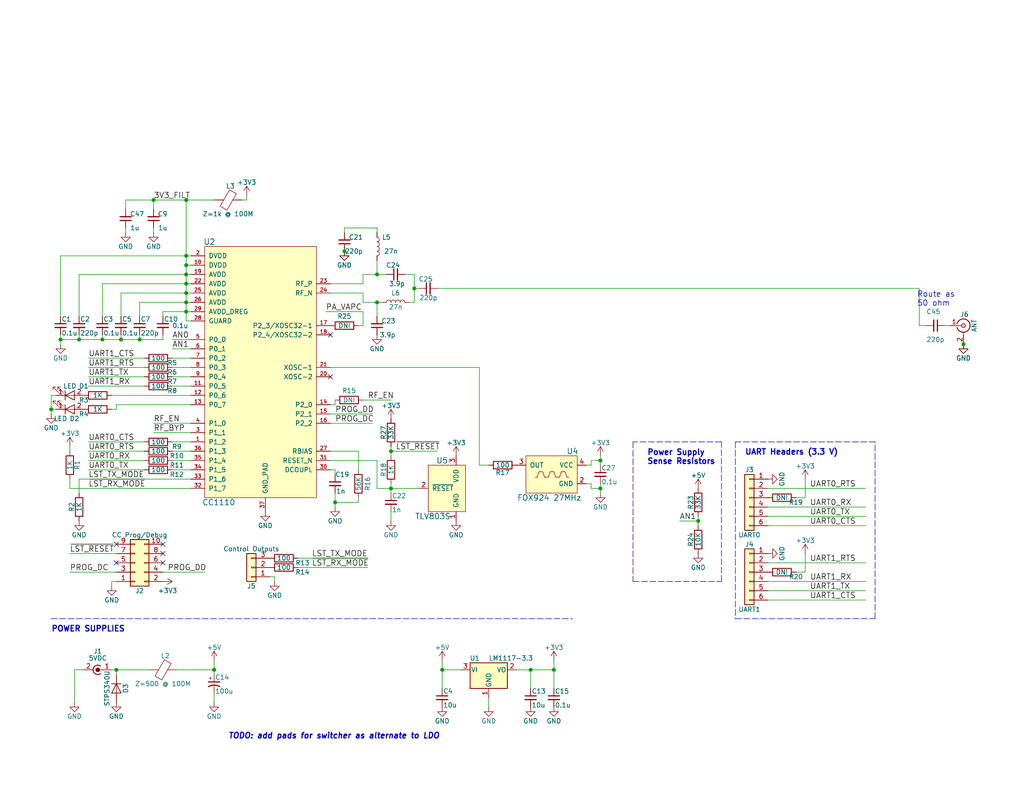
<source format=kicad_sch>
(kicad_sch (version 20211123) (generator eeschema)

  (uuid cb460d7e-6d6b-4bdb-80f3-3e0fabeee468)

  (paper "USLetter")

  (title_block
    (title "OpenLST Reference Design")
    (date "2018-08-02")
    (rev "2.1")
    (comment 1 "Drawn by Ryan Kingsbury")
    (comment 2 "License")
    (comment 3 "This work is licensed under a Creative Commons Attribution-ShareAlike 4.0 International")
    (comment 4 "Copyright 2018 Planet Labs Inc")
  )

  (lib_symbols
    (symbol "openlst-hw:+3.3V" (power) (pin_names (offset 0)) (in_bom yes) (on_board yes)
      (property "Reference" "#PWR" (id 0) (at 0 -3.81 0)
        (effects (font (size 1.27 1.27)) hide)
      )
      (property "Value" "+3.3V" (id 1) (at 0 3.556 0)
        (effects (font (size 1.27 1.27)))
      )
      (property "Footprint" "" (id 2) (at 0 0 0)
        (effects (font (size 1.27 1.27)) hide)
      )
      (property "Datasheet" "" (id 3) (at 0 0 0)
        (effects (font (size 1.27 1.27)) hide)
      )
      (symbol "+3.3V_0_1"
        (polyline
          (pts
            (xy -0.762 1.27)
            (xy 0 2.54)
          )
          (stroke (width 0) (type default) (color 0 0 0 0))
          (fill (type none))
        )
        (polyline
          (pts
            (xy 0 0)
            (xy 0 2.54)
          )
          (stroke (width 0) (type default) (color 0 0 0 0))
          (fill (type none))
        )
        (polyline
          (pts
            (xy 0 2.54)
            (xy 0.762 1.27)
          )
          (stroke (width 0) (type default) (color 0 0 0 0))
          (fill (type none))
        )
      )
      (symbol "+3.3V_1_1"
        (pin power_in line (at 0 0 90) (length 0) hide
          (name "+3V3" (effects (font (size 1.27 1.27))))
          (number "1" (effects (font (size 1.27 1.27))))
        )
      )
    )
    (symbol "openlst-hw:+5V" (power) (pin_names (offset 0)) (in_bom yes) (on_board yes)
      (property "Reference" "#PWR" (id 0) (at 0 -3.81 0)
        (effects (font (size 1.27 1.27)) hide)
      )
      (property "Value" "+5V" (id 1) (at 0 3.556 0)
        (effects (font (size 1.27 1.27)))
      )
      (property "Footprint" "" (id 2) (at 0 0 0)
        (effects (font (size 1.27 1.27)) hide)
      )
      (property "Datasheet" "" (id 3) (at 0 0 0)
        (effects (font (size 1.27 1.27)) hide)
      )
      (symbol "+5V_0_1"
        (polyline
          (pts
            (xy -0.762 1.27)
            (xy 0 2.54)
          )
          (stroke (width 0) (type default) (color 0 0 0 0))
          (fill (type none))
        )
        (polyline
          (pts
            (xy 0 0)
            (xy 0 2.54)
          )
          (stroke (width 0) (type default) (color 0 0 0 0))
          (fill (type none))
        )
        (polyline
          (pts
            (xy 0 2.54)
            (xy 0.762 1.27)
          )
          (stroke (width 0) (type default) (color 0 0 0 0))
          (fill (type none))
        )
      )
      (symbol "+5V_1_1"
        (pin power_in line (at 0 0 90) (length 0) hide
          (name "+5V" (effects (font (size 1.27 1.27))))
          (number "1" (effects (font (size 1.27 1.27))))
        )
      )
    )
    (symbol "openlst-hw:CC1110" (pin_names (offset 1.016)) (in_bom yes) (on_board yes)
      (property "Reference" "U" (id 0) (at -15.24 36.83 0)
        (effects (font (size 1.524 1.524)))
      )
      (property "Value" "CC1110" (id 1) (at -12.7 -34.29 0)
        (effects (font (size 1.524 1.524)))
      )
      (property "Footprint" "" (id 2) (at 3.81 -12.7 0)
        (effects (font (size 1.524 1.524)) hide)
      )
      (property "Datasheet" "" (id 3) (at 3.81 -12.7 0)
        (effects (font (size 1.524 1.524)) hide)
      )
      (symbol "CC1110_0_1"
        (rectangle (start -16.51 35.56) (end 13.97 -33.02)
          (stroke (width 0) (type default) (color 0 0 0 0))
          (fill (type background))
        )
      )
      (symbol "CC1110_1_1"
        (pin bidirectional line (at -20.32 -17.78 0) (length 3.81)
          (name "P1_2" (effects (font (size 1.27 1.27))))
          (number "1" (effects (font (size 1.016 1.016))))
        )
        (pin power_in line (at -20.32 30.48 0) (length 3.81)
          (name "DVDD" (effects (font (size 1.27 1.27))))
          (number "10" (effects (font (size 1.016 1.016))))
        )
        (pin bidirectional line (at -20.32 -2.54 0) (length 3.81)
          (name "P0_5" (effects (font (size 1.27 1.27))))
          (number "11" (effects (font (size 1.016 1.016))))
        )
        (pin bidirectional line (at -20.32 -5.08 0) (length 3.81)
          (name "P0_6" (effects (font (size 1.27 1.27))))
          (number "12" (effects (font (size 1.016 1.016))))
        )
        (pin bidirectional line (at -20.32 -7.62 0) (length 3.81)
          (name "P0_7" (effects (font (size 1.27 1.27))))
          (number "13" (effects (font (size 1.016 1.016))))
        )
        (pin bidirectional line (at 17.78 -7.62 180) (length 3.81)
          (name "P2_0" (effects (font (size 1.27 1.27))))
          (number "14" (effects (font (size 1.016 1.016))))
        )
        (pin bidirectional line (at 17.78 -10.16 180) (length 3.81)
          (name "P2_1" (effects (font (size 1.27 1.27))))
          (number "15" (effects (font (size 1.016 1.016))))
        )
        (pin bidirectional line (at 17.78 -12.7 180) (length 3.81)
          (name "P2_2" (effects (font (size 1.27 1.27))))
          (number "16" (effects (font (size 1.016 1.016))))
        )
        (pin bidirectional line (at 17.78 13.97 180) (length 3.81)
          (name "P2_3/XOSC32-1" (effects (font (size 1.27 1.27))))
          (number "17" (effects (font (size 1.016 1.016))))
        )
        (pin bidirectional line (at 17.78 11.43 180) (length 3.81)
          (name "P2_4/XOSC32-2" (effects (font (size 1.27 1.27))))
          (number "18" (effects (font (size 1.016 1.016))))
        )
        (pin power_in line (at -20.32 27.94 0) (length 3.81)
          (name "AVDD" (effects (font (size 1.27 1.27))))
          (number "19" (effects (font (size 1.016 1.016))))
        )
        (pin power_in line (at -20.32 33.02 0) (length 3.81)
          (name "DVDD" (effects (font (size 1.27 1.27))))
          (number "2" (effects (font (size 1.016 1.016))))
        )
        (pin bidirectional line (at 17.78 0 180) (length 3.81)
          (name "XOSC-2" (effects (font (size 1.27 1.27))))
          (number "20" (effects (font (size 1.016 1.016))))
        )
        (pin bidirectional line (at 17.78 2.54 180) (length 3.81)
          (name "XOSC-1" (effects (font (size 1.27 1.27))))
          (number "21" (effects (font (size 1.016 1.016))))
        )
        (pin power_in line (at -20.32 25.4 0) (length 3.81)
          (name "AVDD" (effects (font (size 1.27 1.27))))
          (number "22" (effects (font (size 1.016 1.016))))
        )
        (pin bidirectional line (at 17.78 25.4 180) (length 3.81)
          (name "RF_P" (effects (font (size 1.27 1.27))))
          (number "23" (effects (font (size 1.016 1.016))))
        )
        (pin bidirectional line (at 17.78 22.86 180) (length 3.81)
          (name "RF_N" (effects (font (size 1.27 1.27))))
          (number "24" (effects (font (size 1.016 1.016))))
        )
        (pin power_in line (at -20.32 22.86 0) (length 3.81)
          (name "AVDD" (effects (font (size 1.27 1.27))))
          (number "25" (effects (font (size 1.016 1.016))))
        )
        (pin power_in line (at -20.32 20.32 0) (length 3.81)
          (name "AVDD" (effects (font (size 1.27 1.27))))
          (number "26" (effects (font (size 1.016 1.016))))
        )
        (pin bidirectional line (at 17.78 -20.32 180) (length 3.81)
          (name "RBIAS" (effects (font (size 1.27 1.27))))
          (number "27" (effects (font (size 1.016 1.016))))
        )
        (pin power_in line (at -20.32 15.24 0) (length 3.81)
          (name "GUARD" (effects (font (size 1.27 1.27))))
          (number "28" (effects (font (size 1.016 1.016))))
        )
        (pin power_in line (at -20.32 17.78 0) (length 3.81)
          (name "AVDD_DREG" (effects (font (size 1.27 1.27))))
          (number "29" (effects (font (size 1.016 1.016))))
        )
        (pin bidirectional line (at -20.32 -15.24 0) (length 3.81)
          (name "P1_1" (effects (font (size 1.27 1.27))))
          (number "3" (effects (font (size 1.016 1.016))))
        )
        (pin passive line (at 17.78 -25.4 180) (length 3.81)
          (name "DCOUPL" (effects (font (size 1.27 1.27))))
          (number "30" (effects (font (size 1.016 1.016))))
        )
        (pin bidirectional line (at 17.78 -22.86 180) (length 3.81)
          (name "RESET_N" (effects (font (size 1.27 1.27))))
          (number "31" (effects (font (size 1.016 1.016))))
        )
        (pin bidirectional line (at -20.32 -30.48 0) (length 3.81)
          (name "P1_7" (effects (font (size 1.27 1.27))))
          (number "32" (effects (font (size 1.016 1.016))))
        )
        (pin bidirectional line (at -20.32 -27.94 0) (length 3.81)
          (name "P1_6" (effects (font (size 1.27 1.27))))
          (number "33" (effects (font (size 1.016 1.016))))
        )
        (pin bidirectional line (at -20.32 -25.4 0) (length 3.81)
          (name "P1_5" (effects (font (size 1.27 1.27))))
          (number "34" (effects (font (size 1.016 1.016))))
        )
        (pin bidirectional line (at -20.32 -22.86 0) (length 3.81)
          (name "P1_4" (effects (font (size 1.27 1.27))))
          (number "35" (effects (font (size 1.016 1.016))))
        )
        (pin bidirectional line (at -20.32 -20.32 0) (length 3.81)
          (name "P1_3" (effects (font (size 1.27 1.27))))
          (number "36" (effects (font (size 1.016 1.016))))
        )
        (pin passive line (at 0 -36.83 90) (length 3.81)
          (name "GND_PAD" (effects (font (size 1.27 1.27))))
          (number "37" (effects (font (size 1.016 1.016))))
        )
        (pin bidirectional line (at -20.32 -12.7 0) (length 3.81)
          (name "P1_0" (effects (font (size 1.27 1.27))))
          (number "4" (effects (font (size 1.016 1.016))))
        )
        (pin bidirectional line (at -20.32 10.16 0) (length 3.81)
          (name "P0_0" (effects (font (size 1.27 1.27))))
          (number "5" (effects (font (size 1.016 1.016))))
        )
        (pin bidirectional line (at -20.32 7.62 0) (length 3.81)
          (name "P0_1" (effects (font (size 1.27 1.27))))
          (number "6" (effects (font (size 1.016 1.016))))
        )
        (pin bidirectional line (at -20.32 5.08 0) (length 3.81)
          (name "P0_2" (effects (font (size 1.27 1.27))))
          (number "7" (effects (font (size 1.016 1.016))))
        )
        (pin bidirectional line (at -20.32 2.54 0) (length 3.81)
          (name "P0_3" (effects (font (size 1.27 1.27))))
          (number "8" (effects (font (size 1.016 1.016))))
        )
        (pin bidirectional line (at -20.32 0 0) (length 3.81)
          (name "P0_4" (effects (font (size 1.27 1.27))))
          (number "9" (effects (font (size 1.016 1.016))))
        )
      )
    )
    (symbol "openlst-hw:CP1_Small" (pin_numbers hide) (pin_names (offset 0.254) hide) (in_bom yes) (on_board yes)
      (property "Reference" "C" (id 0) (at 0.254 1.778 0)
        (effects (font (size 1.27 1.27)) (justify left))
      )
      (property "Value" "CP1_Small" (id 1) (at 0.254 -2.032 0)
        (effects (font (size 1.27 1.27)) (justify left))
      )
      (property "Footprint" "" (id 2) (at 0 0 0)
        (effects (font (size 1.27 1.27)) hide)
      )
      (property "Datasheet" "" (id 3) (at 0 0 0)
        (effects (font (size 1.27 1.27)) hide)
      )
      (property "ki_fp_filters" "CP_*" (id 4) (at 0 0 0)
        (effects (font (size 1.27 1.27)) hide)
      )
      (symbol "CP1_Small_0_1"
        (polyline
          (pts
            (xy -1.524 0.508)
            (xy 1.524 0.508)
          )
          (stroke (width 0.3048) (type default) (color 0 0 0 0))
          (fill (type none))
        )
        (polyline
          (pts
            (xy -1.27 1.524)
            (xy -0.762 1.524)
          )
          (stroke (width 0) (type default) (color 0 0 0 0))
          (fill (type none))
        )
        (polyline
          (pts
            (xy -1.016 1.27)
            (xy -1.016 1.778)
          )
          (stroke (width 0) (type default) (color 0 0 0 0))
          (fill (type none))
        )
        (arc (start 1.524 -0.762) (mid 0 -0.3734) (end -1.524 -0.762)
          (stroke (width 0.3048) (type default) (color 0 0 0 0))
          (fill (type none))
        )
      )
      (symbol "CP1_Small_1_1"
        (pin passive line (at 0 2.54 270) (length 2.032)
          (name "~" (effects (font (size 1.27 1.27))))
          (number "1" (effects (font (size 1.27 1.27))))
        )
        (pin passive line (at 0 -2.54 90) (length 2.032)
          (name "~" (effects (font (size 1.27 1.27))))
          (number "2" (effects (font (size 1.27 1.27))))
        )
      )
    )
    (symbol "openlst-hw:C_Small" (pin_numbers hide) (pin_names (offset 0.254) hide) (in_bom yes) (on_board yes)
      (property "Reference" "C" (id 0) (at 0.254 1.778 0)
        (effects (font (size 1.27 1.27)) (justify left))
      )
      (property "Value" "C_Small" (id 1) (at 0.254 -2.032 0)
        (effects (font (size 1.27 1.27)) (justify left))
      )
      (property "Footprint" "" (id 2) (at 0 0 0)
        (effects (font (size 1.27 1.27)) hide)
      )
      (property "Datasheet" "" (id 3) (at 0 0 0)
        (effects (font (size 1.27 1.27)) hide)
      )
      (property "ki_fp_filters" "C_*" (id 4) (at 0 0 0)
        (effects (font (size 1.27 1.27)) hide)
      )
      (symbol "C_Small_0_1"
        (polyline
          (pts
            (xy -1.524 -0.508)
            (xy 1.524 -0.508)
          )
          (stroke (width 0.3302) (type default) (color 0 0 0 0))
          (fill (type none))
        )
        (polyline
          (pts
            (xy -1.524 0.508)
            (xy 1.524 0.508)
          )
          (stroke (width 0.3048) (type default) (color 0 0 0 0))
          (fill (type none))
        )
      )
      (symbol "C_Small_1_1"
        (pin passive line (at 0 2.54 270) (length 2.032)
          (name "~" (effects (font (size 1.27 1.27))))
          (number "1" (effects (font (size 1.27 1.27))))
        )
        (pin passive line (at 0 -2.54 90) (length 2.032)
          (name "~" (effects (font (size 1.27 1.27))))
          (number "2" (effects (font (size 1.27 1.27))))
        )
      )
    )
    (symbol "openlst-hw:Conn_01x03" (pin_names (offset 1.016) hide) (in_bom yes) (on_board yes)
      (property "Reference" "J" (id 0) (at 0 5.08 0)
        (effects (font (size 1.27 1.27)))
      )
      (property "Value" "Conn_01x03" (id 1) (at 0 -5.08 0)
        (effects (font (size 1.27 1.27)))
      )
      (property "Footprint" "" (id 2) (at 0 0 0)
        (effects (font (size 1.27 1.27)) hide)
      )
      (property "Datasheet" "" (id 3) (at 0 0 0)
        (effects (font (size 1.27 1.27)) hide)
      )
      (property "ki_fp_filters" "Connector*:*_??x*mm* Connector*:*1x??x*mm* Pin?Header?Straight?1X* Pin?Header?Angled?1X* Socket?Strip?Straight?1X* Socket?Strip?Angled?1X*" (id 4) (at 0 0 0)
        (effects (font (size 1.27 1.27)) hide)
      )
      (symbol "Conn_01x03_1_1"
        (rectangle (start -1.27 -2.413) (end 0 -2.667)
          (stroke (width 0.1524) (type default) (color 0 0 0 0))
          (fill (type none))
        )
        (rectangle (start -1.27 0.127) (end 0 -0.127)
          (stroke (width 0.1524) (type default) (color 0 0 0 0))
          (fill (type none))
        )
        (rectangle (start -1.27 2.667) (end 0 2.413)
          (stroke (width 0.1524) (type default) (color 0 0 0 0))
          (fill (type none))
        )
        (rectangle (start -1.27 3.81) (end 1.27 -3.81)
          (stroke (width 0.254) (type default) (color 0 0 0 0))
          (fill (type background))
        )
        (pin passive line (at -5.08 2.54 0) (length 3.81)
          (name "Pin_1" (effects (font (size 1.27 1.27))))
          (number "1" (effects (font (size 1.27 1.27))))
        )
        (pin passive line (at -5.08 0 0) (length 3.81)
          (name "Pin_2" (effects (font (size 1.27 1.27))))
          (number "2" (effects (font (size 1.27 1.27))))
        )
        (pin passive line (at -5.08 -2.54 0) (length 3.81)
          (name "Pin_3" (effects (font (size 1.27 1.27))))
          (number "3" (effects (font (size 1.27 1.27))))
        )
      )
    )
    (symbol "openlst-hw:Conn_01x06" (pin_names (offset 1.016) hide) (in_bom yes) (on_board yes)
      (property "Reference" "J" (id 0) (at 0 7.62 0)
        (effects (font (size 1.27 1.27)))
      )
      (property "Value" "Conn_01x06" (id 1) (at 0 -10.16 0)
        (effects (font (size 1.27 1.27)))
      )
      (property "Footprint" "" (id 2) (at 0 0 0)
        (effects (font (size 1.27 1.27)) hide)
      )
      (property "Datasheet" "" (id 3) (at 0 0 0)
        (effects (font (size 1.27 1.27)) hide)
      )
      (property "ki_fp_filters" "Connector*:*_??x*mm* Connector*:*1x??x*mm* Pin?Header?Straight?1X* Pin?Header?Angled?1X* Socket?Strip?Straight?1X* Socket?Strip?Angled?1X*" (id 4) (at 0 0 0)
        (effects (font (size 1.27 1.27)) hide)
      )
      (symbol "Conn_01x06_1_1"
        (rectangle (start -1.27 -7.493) (end 0 -7.747)
          (stroke (width 0.1524) (type default) (color 0 0 0 0))
          (fill (type none))
        )
        (rectangle (start -1.27 -4.953) (end 0 -5.207)
          (stroke (width 0.1524) (type default) (color 0 0 0 0))
          (fill (type none))
        )
        (rectangle (start -1.27 -2.413) (end 0 -2.667)
          (stroke (width 0.1524) (type default) (color 0 0 0 0))
          (fill (type none))
        )
        (rectangle (start -1.27 0.127) (end 0 -0.127)
          (stroke (width 0.1524) (type default) (color 0 0 0 0))
          (fill (type none))
        )
        (rectangle (start -1.27 2.667) (end 0 2.413)
          (stroke (width 0.1524) (type default) (color 0 0 0 0))
          (fill (type none))
        )
        (rectangle (start -1.27 5.207) (end 0 4.953)
          (stroke (width 0.1524) (type default) (color 0 0 0 0))
          (fill (type none))
        )
        (rectangle (start -1.27 6.35) (end 1.27 -8.89)
          (stroke (width 0.254) (type default) (color 0 0 0 0))
          (fill (type background))
        )
        (pin passive line (at -5.08 5.08 0) (length 3.81)
          (name "Pin_1" (effects (font (size 1.27 1.27))))
          (number "1" (effects (font (size 1.27 1.27))))
        )
        (pin passive line (at -5.08 2.54 0) (length 3.81)
          (name "Pin_2" (effects (font (size 1.27 1.27))))
          (number "2" (effects (font (size 1.27 1.27))))
        )
        (pin passive line (at -5.08 0 0) (length 3.81)
          (name "Pin_3" (effects (font (size 1.27 1.27))))
          (number "3" (effects (font (size 1.27 1.27))))
        )
        (pin passive line (at -5.08 -2.54 0) (length 3.81)
          (name "Pin_4" (effects (font (size 1.27 1.27))))
          (number "4" (effects (font (size 1.27 1.27))))
        )
        (pin passive line (at -5.08 -5.08 0) (length 3.81)
          (name "Pin_5" (effects (font (size 1.27 1.27))))
          (number "5" (effects (font (size 1.27 1.27))))
        )
        (pin passive line (at -5.08 -7.62 0) (length 3.81)
          (name "Pin_6" (effects (font (size 1.27 1.27))))
          (number "6" (effects (font (size 1.27 1.27))))
        )
      )
    )
    (symbol "openlst-hw:Conn_02x05_Odd_Even" (pin_names (offset 1.016) hide) (in_bom yes) (on_board yes)
      (property "Reference" "J" (id 0) (at 1.27 7.62 0)
        (effects (font (size 1.27 1.27)))
      )
      (property "Value" "Conn_02x05_Odd_Even" (id 1) (at 1.27 -7.62 0)
        (effects (font (size 1.27 1.27)))
      )
      (property "Footprint" "" (id 2) (at 0 0 0)
        (effects (font (size 1.27 1.27)) hide)
      )
      (property "Datasheet" "" (id 3) (at 0 0 0)
        (effects (font (size 1.27 1.27)) hide)
      )
      (property "ki_fp_filters" "Connector*:*2x??x*mm* Connector*:*2x???Pitch* Pin_Header_Straight_2X* Pin_Header_Angled_2X* Socket_Strip_Straight_2X* Socket_Strip_Angled_2X*" (id 4) (at 0 0 0)
        (effects (font (size 1.27 1.27)) hide)
      )
      (symbol "Conn_02x05_Odd_Even_1_1"
        (rectangle (start -1.27 -4.953) (end 0 -5.207)
          (stroke (width 0.1524) (type default) (color 0 0 0 0))
          (fill (type none))
        )
        (rectangle (start -1.27 -2.413) (end 0 -2.667)
          (stroke (width 0.1524) (type default) (color 0 0 0 0))
          (fill (type none))
        )
        (rectangle (start -1.27 0.127) (end 0 -0.127)
          (stroke (width 0.1524) (type default) (color 0 0 0 0))
          (fill (type none))
        )
        (rectangle (start -1.27 2.667) (end 0 2.413)
          (stroke (width 0.1524) (type default) (color 0 0 0 0))
          (fill (type none))
        )
        (rectangle (start -1.27 5.207) (end 0 4.953)
          (stroke (width 0.1524) (type default) (color 0 0 0 0))
          (fill (type none))
        )
        (rectangle (start -1.27 6.35) (end 3.81 -6.35)
          (stroke (width 0.254) (type default) (color 0 0 0 0))
          (fill (type background))
        )
        (rectangle (start 3.81 -4.953) (end 2.54 -5.207)
          (stroke (width 0.1524) (type default) (color 0 0 0 0))
          (fill (type none))
        )
        (rectangle (start 3.81 -2.413) (end 2.54 -2.667)
          (stroke (width 0.1524) (type default) (color 0 0 0 0))
          (fill (type none))
        )
        (rectangle (start 3.81 0.127) (end 2.54 -0.127)
          (stroke (width 0.1524) (type default) (color 0 0 0 0))
          (fill (type none))
        )
        (rectangle (start 3.81 2.667) (end 2.54 2.413)
          (stroke (width 0.1524) (type default) (color 0 0 0 0))
          (fill (type none))
        )
        (rectangle (start 3.81 5.207) (end 2.54 4.953)
          (stroke (width 0.1524) (type default) (color 0 0 0 0))
          (fill (type none))
        )
        (pin passive line (at -5.08 5.08 0) (length 3.81)
          (name "Pin_1" (effects (font (size 1.27 1.27))))
          (number "1" (effects (font (size 1.27 1.27))))
        )
        (pin passive line (at 7.62 -5.08 180) (length 3.81)
          (name "Pin_10" (effects (font (size 1.27 1.27))))
          (number "10" (effects (font (size 1.27 1.27))))
        )
        (pin passive line (at 7.62 5.08 180) (length 3.81)
          (name "Pin_2" (effects (font (size 1.27 1.27))))
          (number "2" (effects (font (size 1.27 1.27))))
        )
        (pin passive line (at -5.08 2.54 0) (length 3.81)
          (name "Pin_3" (effects (font (size 1.27 1.27))))
          (number "3" (effects (font (size 1.27 1.27))))
        )
        (pin passive line (at 7.62 2.54 180) (length 3.81)
          (name "Pin_4" (effects (font (size 1.27 1.27))))
          (number "4" (effects (font (size 1.27 1.27))))
        )
        (pin passive line (at -5.08 0 0) (length 3.81)
          (name "Pin_5" (effects (font (size 1.27 1.27))))
          (number "5" (effects (font (size 1.27 1.27))))
        )
        (pin passive line (at 7.62 0 180) (length 3.81)
          (name "Pin_6" (effects (font (size 1.27 1.27))))
          (number "6" (effects (font (size 1.27 1.27))))
        )
        (pin passive line (at -5.08 -2.54 0) (length 3.81)
          (name "Pin_7" (effects (font (size 1.27 1.27))))
          (number "7" (effects (font (size 1.27 1.27))))
        )
        (pin passive line (at 7.62 -2.54 180) (length 3.81)
          (name "Pin_8" (effects (font (size 1.27 1.27))))
          (number "8" (effects (font (size 1.27 1.27))))
        )
        (pin passive line (at -5.08 -5.08 0) (length 3.81)
          (name "Pin_9" (effects (font (size 1.27 1.27))))
          (number "9" (effects (font (size 1.27 1.27))))
        )
      )
    )
    (symbol "openlst-hw:Conn_Coaxial" (pin_names (offset 1.016) hide) (in_bom yes) (on_board yes)
      (property "Reference" "J" (id 0) (at 0.254 3.048 0)
        (effects (font (size 1.27 1.27)))
      )
      (property "Value" "Conn_Coaxial" (id 1) (at 2.921 0 90)
        (effects (font (size 1.27 1.27)))
      )
      (property "Footprint" "" (id 2) (at 0 0 0)
        (effects (font (size 1.27 1.27)) hide)
      )
      (property "Datasheet" "" (id 3) (at 0 0 0)
        (effects (font (size 1.27 1.27)) hide)
      )
      (property "ki_fp_filters" "*BNC* *SMA* *SMB* *SMC* *Cinch*" (id 4) (at 0 0 0)
        (effects (font (size 1.27 1.27)) hide)
      )
      (symbol "Conn_Coaxial_0_1"
        (arc (start -1.778 -0.508) (mid 0.2311 -1.8066) (end 1.778 0)
          (stroke (width 0.254) (type default) (color 0 0 0 0))
          (fill (type none))
        )
        (polyline
          (pts
            (xy -1.27 0)
            (xy -0.508 0)
          )
          (stroke (width 0) (type default) (color 0 0 0 0))
          (fill (type none))
        )
        (polyline
          (pts
            (xy 0 -2.54)
            (xy 0 -1.778)
          )
          (stroke (width 0) (type default) (color 0 0 0 0))
          (fill (type none))
        )
        (circle (center 0 0) (radius 0.508)
          (stroke (width 0.2032) (type default) (color 0 0 0 0))
          (fill (type none))
        )
        (arc (start 1.778 0) (mid 0.2099 1.8101) (end -1.778 0.508)
          (stroke (width 0.254) (type default) (color 0 0 0 0))
          (fill (type none))
        )
      )
      (symbol "Conn_Coaxial_1_1"
        (pin passive line (at -3.81 0 0) (length 2.54)
          (name "In" (effects (font (size 1.27 1.27))))
          (number "1" (effects (font (size 1.27 1.27))))
        )
        (pin passive line (at 0 -5.08 90) (length 2.54)
          (name "Ext" (effects (font (size 1.27 1.27))))
          (number "2" (effects (font (size 1.27 1.27))))
        )
      )
    )
    (symbol "openlst-hw:Conn_Coaxial_Power" (pin_names (offset 1.016) hide) (in_bom yes) (on_board yes)
      (property "Reference" "J" (id 0) (at -5.08 -1.27 90)
        (effects (font (size 1.27 1.27)))
      )
      (property "Value" "Conn_Coaxial_Power" (id 1) (at -3.175 -1.27 90)
        (effects (font (size 1.27 1.27)))
      )
      (property "Footprint" "" (id 2) (at 0 -1.27 0)
        (effects (font (size 1.27 1.27)) hide)
      )
      (property "Datasheet" "" (id 3) (at 0 -1.27 0)
        (effects (font (size 1.27 1.27)) hide)
      )
      (property "ki_fp_filters" "*BNC* *SMA* *SMB* *SMC* *Cinch*" (id 4) (at 0 0 0)
        (effects (font (size 1.27 1.27)) hide)
      )
      (symbol "Conn_Coaxial_Power_0_1"
        (arc (start -1.27 -1.27) (mid 0 -2.54) (end 1.27 -1.27)
          (stroke (width 0.254) (type default) (color 0 0 0 0))
          (fill (type none))
        )
        (arc (start -1.016 -0.508) (mid -1.2048 -0.8684) (end -1.27 -1.27)
          (stroke (width 0.254) (type default) (color 0 0 0 0))
          (fill (type none))
        )
        (circle (center 0 -1.27) (radius 0.508)
          (stroke (width 0.2032) (type default) (color 0 0 0 0))
          (fill (type outline))
        )
        (polyline
          (pts
            (xy 0 -2.54)
            (xy 0 -3.048)
          )
          (stroke (width 0) (type default) (color 0 0 0 0))
          (fill (type none))
        )
        (polyline
          (pts
            (xy 0 0)
            (xy 0 -1.27)
          )
          (stroke (width 0) (type default) (color 0 0 0 0))
          (fill (type none))
        )
        (arc (start 1.27 -1.27) (mid 1.2048 -0.8684) (end 1.016 -0.508)
          (stroke (width 0.254) (type default) (color 0 0 0 0))
          (fill (type none))
        )
      )
      (symbol "Conn_Coaxial_Power_1_1"
        (pin passive line (at 0 2.54 270) (length 2.54)
          (name "In" (effects (font (size 1.27 1.27))))
          (number "1" (effects (font (size 1.27 1.27))))
        )
        (pin passive line (at 0 -5.08 90) (length 2.54)
          (name "Ext" (effects (font (size 1.27 1.27))))
          (number "2" (effects (font (size 1.27 1.27))))
        )
      )
    )
    (symbol "openlst-hw:D" (pin_numbers hide) (pin_names (offset 1.016) hide) (in_bom yes) (on_board yes)
      (property "Reference" "D" (id 0) (at 0 2.54 0)
        (effects (font (size 1.27 1.27)))
      )
      (property "Value" "D" (id 1) (at 0 -2.54 0)
        (effects (font (size 1.27 1.27)))
      )
      (property "Footprint" "" (id 2) (at 0 0 0)
        (effects (font (size 1.27 1.27)) hide)
      )
      (property "Datasheet" "" (id 3) (at 0 0 0)
        (effects (font (size 1.27 1.27)) hide)
      )
      (property "ki_fp_filters" "TO-???* *SingleDiode *_Diode_* *SingleDiode* D_*" (id 4) (at 0 0 0)
        (effects (font (size 1.27 1.27)) hide)
      )
      (symbol "D_0_1"
        (polyline
          (pts
            (xy -1.27 1.27)
            (xy -1.27 -1.27)
          )
          (stroke (width 0.2032) (type default) (color 0 0 0 0))
          (fill (type none))
        )
        (polyline
          (pts
            (xy 1.27 0)
            (xy -1.27 0)
          )
          (stroke (width 0) (type default) (color 0 0 0 0))
          (fill (type none))
        )
        (polyline
          (pts
            (xy 1.27 1.27)
            (xy 1.27 -1.27)
            (xy -1.27 0)
            (xy 1.27 1.27)
          )
          (stroke (width 0.2032) (type default) (color 0 0 0 0))
          (fill (type none))
        )
      )
      (symbol "D_1_1"
        (pin passive line (at -3.81 0 0) (length 2.54)
          (name "K" (effects (font (size 1.27 1.27))))
          (number "1" (effects (font (size 1.27 1.27))))
        )
        (pin passive line (at 3.81 0 180) (length 2.54)
          (name "A" (effects (font (size 1.27 1.27))))
          (number "2" (effects (font (size 1.27 1.27))))
        )
      )
    )
    (symbol "openlst-hw:FOX924" (pin_names (offset 1.016)) (in_bom yes) (on_board yes)
      (property "Reference" "U" (id 0) (at -6.35 6.35 0)
        (effects (font (size 1.524 1.524)))
      )
      (property "Value" "FOX924" (id 1) (at -3.81 -6.35 0)
        (effects (font (size 1.524 1.524)))
      )
      (property "Footprint" "" (id 2) (at -6.35 6.35 0)
        (effects (font (size 1.524 1.524)) hide)
      )
      (property "Datasheet" "" (id 3) (at -6.35 6.35 0)
        (effects (font (size 1.524 1.524)) hide)
      )
      (symbol "FOX924_0_1"
        (rectangle (start -7.62 5.08) (end 6.35 -5.08)
          (stroke (width 0) (type default) (color 0 0 0 0))
          (fill (type background))
        )
        (polyline
          (pts
            (xy -5.334 -0.762)
            (xy -4.826 -0.762)
            (xy -4.318 0.762)
            (xy -3.81 0.762)
          )
          (stroke (width 0) (type default) (color 0 0 0 0))
          (fill (type none))
        )
        (polyline
          (pts
            (xy -3.81 0.762)
            (xy -3.302 0.762)
            (xy -2.794 -0.762)
            (xy -2.286 -0.762)
          )
          (stroke (width 0) (type default) (color 0 0 0 0))
          (fill (type none))
        )
        (polyline
          (pts
            (xy -2.286 -0.762)
            (xy -1.778 -0.762)
            (xy -1.27 0.762)
            (xy -0.762 0.762)
          )
          (stroke (width 0) (type default) (color 0 0 0 0))
          (fill (type none))
        )
        (polyline
          (pts
            (xy -0.762 0.762)
            (xy -0.254 0.762)
            (xy 0.254 -0.762)
            (xy 0.762 -0.762)
          )
          (stroke (width 0) (type default) (color 0 0 0 0))
          (fill (type none))
        )
        (polyline
          (pts
            (xy 0.762 -0.762)
            (xy 1.27 -0.762)
            (xy 1.778 0.762)
            (xy 2.286 0.762)
          )
          (stroke (width 0) (type default) (color 0 0 0 0))
          (fill (type none))
        )
        (polyline
          (pts
            (xy 2.286 0.762)
            (xy 2.794 0.762)
            (xy 3.302 -0.762)
            (xy 3.81 -0.762)
          )
          (stroke (width 0) (type default) (color 0 0 0 0))
          (fill (type none))
        )
      )
      (symbol "FOX924_1_1"
        (pin passive line (at -10.16 -2.54 0) (length 2.54)
          (name "GND" (effects (font (size 1.27 1.27))))
          (number "2" (effects (font (size 1.27 1.27))))
        )
        (pin passive line (at 8.89 2.54 180) (length 2.54)
          (name "OUT" (effects (font (size 1.27 1.27))))
          (number "3" (effects (font (size 1.27 1.27))))
        )
        (pin passive line (at -10.16 2.54 0) (length 2.54)
          (name "VCC" (effects (font (size 1.27 1.27))))
          (number "4" (effects (font (size 1.27 1.27))))
        )
      )
    )
    (symbol "openlst-hw:Ferrite_Bead" (pin_numbers hide) (pin_names (offset 0)) (in_bom yes) (on_board yes)
      (property "Reference" "L" (id 0) (at -3.81 0.635 90)
        (effects (font (size 1.27 1.27)))
      )
      (property "Value" "Ferrite_Bead" (id 1) (at 3.81 0 90)
        (effects (font (size 1.27 1.27)))
      )
      (property "Footprint" "" (id 2) (at -1.778 0 90)
        (effects (font (size 1.27 1.27)) hide)
      )
      (property "Datasheet" "" (id 3) (at 0 0 0)
        (effects (font (size 1.27 1.27)) hide)
      )
      (property "ki_fp_filters" "Inductor_* L_* *Ferrite*" (id 4) (at 0 0 0)
        (effects (font (size 1.27 1.27)) hide)
      )
      (symbol "Ferrite_Bead_0_1"
        (polyline
          (pts
            (xy 0 -1.27)
            (xy 0 -1.2192)
          )
          (stroke (width 0) (type default) (color 0 0 0 0))
          (fill (type none))
        )
        (polyline
          (pts
            (xy 0 1.27)
            (xy 0 1.2954)
          )
          (stroke (width 0) (type default) (color 0 0 0 0))
          (fill (type none))
        )
        (polyline
          (pts
            (xy -2.7686 0.4064)
            (xy -1.7018 2.2606)
            (xy 2.7686 -0.3048)
            (xy 1.6764 -2.159)
            (xy -2.7686 0.4064)
          )
          (stroke (width 0) (type default) (color 0 0 0 0))
          (fill (type none))
        )
      )
      (symbol "Ferrite_Bead_1_1"
        (pin passive line (at 0 3.81 270) (length 2.54)
          (name "~" (effects (font (size 1.27 1.27))))
          (number "1" (effects (font (size 1.27 1.27))))
        )
        (pin passive line (at 0 -3.81 90) (length 2.54)
          (name "~" (effects (font (size 1.27 1.27))))
          (number "2" (effects (font (size 1.27 1.27))))
        )
      )
    )
    (symbol "openlst-hw:GND" (power) (pin_names (offset 0)) (in_bom yes) (on_board yes)
      (property "Reference" "#PWR" (id 0) (at 0 -6.35 0)
        (effects (font (size 1.27 1.27)) hide)
      )
      (property "Value" "GND" (id 1) (at 0 -3.81 0)
        (effects (font (size 1.27 1.27)))
      )
      (property "Footprint" "" (id 2) (at 0 0 0)
        (effects (font (size 1.27 1.27)) hide)
      )
      (property "Datasheet" "" (id 3) (at 0 0 0)
        (effects (font (size 1.27 1.27)) hide)
      )
      (symbol "GND_0_1"
        (polyline
          (pts
            (xy 0 0)
            (xy 0 -1.27)
            (xy 1.27 -1.27)
            (xy 0 -2.54)
            (xy -1.27 -1.27)
            (xy 0 -1.27)
          )
          (stroke (width 0) (type default) (color 0 0 0 0))
          (fill (type none))
        )
      )
      (symbol "GND_1_1"
        (pin power_in line (at 0 0 270) (length 0) hide
          (name "GND" (effects (font (size 1.27 1.27))))
          (number "1" (effects (font (size 1.27 1.27))))
        )
      )
    )
    (symbol "openlst-hw:L" (pin_numbers hide) (pin_names (offset 1.016) hide) (in_bom yes) (on_board yes)
      (property "Reference" "L" (id 0) (at -1.27 0 90)
        (effects (font (size 1.27 1.27)))
      )
      (property "Value" "L" (id 1) (at 1.905 0 90)
        (effects (font (size 1.27 1.27)))
      )
      (property "Footprint" "" (id 2) (at 0 0 0)
        (effects (font (size 1.27 1.27)) hide)
      )
      (property "Datasheet" "" (id 3) (at 0 0 0)
        (effects (font (size 1.27 1.27)) hide)
      )
      (property "ki_fp_filters" "Choke_* *Coil* Inductor_* L_*" (id 4) (at 0 0 0)
        (effects (font (size 1.27 1.27)) hide)
      )
      (symbol "L_0_1"
        (arc (start 0 -2.54) (mid 0.635 -1.905) (end 0 -1.27)
          (stroke (width 0) (type default) (color 0 0 0 0))
          (fill (type none))
        )
        (arc (start 0 -1.27) (mid 0.635 -0.635) (end 0 0)
          (stroke (width 0) (type default) (color 0 0 0 0))
          (fill (type none))
        )
        (arc (start 0 0) (mid 0.635 0.635) (end 0 1.27)
          (stroke (width 0) (type default) (color 0 0 0 0))
          (fill (type none))
        )
        (arc (start 0 1.27) (mid 0.635 1.905) (end 0 2.54)
          (stroke (width 0) (type default) (color 0 0 0 0))
          (fill (type none))
        )
      )
      (symbol "L_1_1"
        (pin passive line (at 0 3.81 270) (length 1.27)
          (name "1" (effects (font (size 1.27 1.27))))
          (number "1" (effects (font (size 1.27 1.27))))
        )
        (pin passive line (at 0 -3.81 90) (length 1.27)
          (name "2" (effects (font (size 1.27 1.27))))
          (number "2" (effects (font (size 1.27 1.27))))
        )
      )
    )
    (symbol "openlst-hw:LED" (pin_names (offset 1.016) hide) (in_bom yes) (on_board yes)
      (property "Reference" "D" (id 0) (at 0 2.54 0)
        (effects (font (size 1.27 1.27)))
      )
      (property "Value" "LED" (id 1) (at 0 -2.54 0)
        (effects (font (size 1.27 1.27)))
      )
      (property "Footprint" "" (id 2) (at 0 0 0)
        (effects (font (size 1.27 1.27)) hide)
      )
      (property "Datasheet" "" (id 3) (at 0 0 0)
        (effects (font (size 1.27 1.27)) hide)
      )
      (property "ki_fp_filters" "LED*" (id 4) (at 0 0 0)
        (effects (font (size 1.27 1.27)) hide)
      )
      (symbol "LED_0_1"
        (polyline
          (pts
            (xy -1.27 -1.27)
            (xy -1.27 1.27)
          )
          (stroke (width 0.2032) (type default) (color 0 0 0 0))
          (fill (type none))
        )
        (polyline
          (pts
            (xy -1.27 0)
            (xy 1.27 0)
          )
          (stroke (width 0) (type default) (color 0 0 0 0))
          (fill (type none))
        )
        (polyline
          (pts
            (xy 1.27 -1.27)
            (xy 1.27 1.27)
            (xy -1.27 0)
            (xy 1.27 -1.27)
          )
          (stroke (width 0.2032) (type default) (color 0 0 0 0))
          (fill (type none))
        )
        (polyline
          (pts
            (xy -3.048 -0.762)
            (xy -4.572 -2.286)
            (xy -3.81 -2.286)
            (xy -4.572 -2.286)
            (xy -4.572 -1.524)
          )
          (stroke (width 0) (type default) (color 0 0 0 0))
          (fill (type none))
        )
        (polyline
          (pts
            (xy -1.778 -0.762)
            (xy -3.302 -2.286)
            (xy -2.54 -2.286)
            (xy -3.302 -2.286)
            (xy -3.302 -1.524)
          )
          (stroke (width 0) (type default) (color 0 0 0 0))
          (fill (type none))
        )
      )
      (symbol "LED_1_1"
        (pin passive line (at -3.81 0 0) (length 2.54)
          (name "K" (effects (font (size 1.27 1.27))))
          (number "1" (effects (font (size 1.27 1.27))))
        )
        (pin passive line (at 3.81 0 180) (length 2.54)
          (name "A" (effects (font (size 1.27 1.27))))
          (number "2" (effects (font (size 1.27 1.27))))
        )
      )
    )
    (symbol "openlst-hw:LM1117-3.3" (pin_names (offset 0.254)) (in_bom yes) (on_board yes)
      (property "Reference" "U" (id 0) (at -3.81 3.175 0)
        (effects (font (size 1.27 1.27)))
      )
      (property "Value" "LM1117-3.3" (id 1) (at 0 3.175 0)
        (effects (font (size 1.27 1.27)) (justify left))
      )
      (property "Footprint" "" (id 2) (at 0 0 0)
        (effects (font (size 1.27 1.27)) hide)
      )
      (property "Datasheet" "" (id 3) (at 0 0 0)
        (effects (font (size 1.27 1.27)) hide)
      )
      (property "ki_fp_filters" "SOT?223* TO?263* TO?252* TO?220*" (id 4) (at 0 0 0)
        (effects (font (size 1.27 1.27)) hide)
      )
      (symbol "LM1117-3.3_0_1"
        (rectangle (start -5.08 -5.08) (end 5.08 1.905)
          (stroke (width 0.254) (type default) (color 0 0 0 0))
          (fill (type background))
        )
      )
      (symbol "LM1117-3.3_1_1"
        (pin power_in line (at 0 -7.62 90) (length 2.54)
          (name "GND" (effects (font (size 1.27 1.27))))
          (number "1" (effects (font (size 1.27 1.27))))
        )
        (pin power_out line (at 7.62 0 180) (length 2.54)
          (name "VO" (effects (font (size 1.27 1.27))))
          (number "2" (effects (font (size 1.27 1.27))))
        )
        (pin power_in line (at -7.62 0 0) (length 2.54)
          (name "VI" (effects (font (size 1.27 1.27))))
          (number "3" (effects (font (size 1.27 1.27))))
        )
      )
    )
    (symbol "openlst-hw:R" (pin_numbers hide) (pin_names (offset 0)) (in_bom yes) (on_board yes)
      (property "Reference" "R" (id 0) (at 2.032 0 90)
        (effects (font (size 1.27 1.27)))
      )
      (property "Value" "R" (id 1) (at 0 0 90)
        (effects (font (size 1.27 1.27)))
      )
      (property "Footprint" "" (id 2) (at -1.778 0 90)
        (effects (font (size 1.27 1.27)) hide)
      )
      (property "Datasheet" "" (id 3) (at 0 0 0)
        (effects (font (size 1.27 1.27)) hide)
      )
      (property "ki_fp_filters" "R_* R_*" (id 4) (at 0 0 0)
        (effects (font (size 1.27 1.27)) hide)
      )
      (symbol "R_0_1"
        (rectangle (start -1.016 -2.54) (end 1.016 2.54)
          (stroke (width 0.254) (type default) (color 0 0 0 0))
          (fill (type none))
        )
      )
      (symbol "R_1_1"
        (pin passive line (at 0 3.81 270) (length 1.27)
          (name "~" (effects (font (size 1.27 1.27))))
          (number "1" (effects (font (size 1.27 1.27))))
        )
        (pin passive line (at 0 -3.81 90) (length 1.27)
          (name "~" (effects (font (size 1.27 1.27))))
          (number "2" (effects (font (size 1.27 1.27))))
        )
      )
    )
    (symbol "openlst-hw:TLV803S" (pin_names (offset 1.016)) (in_bom yes) (on_board yes)
      (property "Reference" "U" (id 0) (at 3.81 7.62 0)
        (effects (font (size 1.524 1.524)))
      )
      (property "Value" "TLV803S" (id 1) (at 6.35 -7.62 0)
        (effects (font (size 1.524 1.524)))
      )
      (property "Footprint" "" (id 2) (at 0 0 0)
        (effects (font (size 1.524 1.524)) hide)
      )
      (property "Datasheet" "" (id 3) (at 0 0 0)
        (effects (font (size 1.524 1.524)) hide)
      )
      (symbol "TLV803S_0_0"
        (rectangle (start -2.54 6.35) (end 7.62 -6.35)
          (stroke (width 0) (type default) (color 0 0 0 0))
          (fill (type background))
        )
      )
      (symbol "TLV803S_1_1"
        (pin passive line (at 0 -8.89 90) (length 2.54)
          (name "GND" (effects (font (size 1.27 1.27))))
          (number "1" (effects (font (size 1.27 1.27))))
        )
        (pin passive line (at 10.16 0 180) (length 2.54)
          (name "~{RESET}" (effects (font (size 1.27 1.27))))
          (number "2" (effects (font (size 1.27 1.27))))
        )
        (pin passive line (at 0 8.89 270) (length 2.54)
          (name "VDD" (effects (font (size 1.27 1.27))))
          (number "3" (effects (font (size 1.27 1.27))))
        )
      )
    )
  )

  (junction (at 91.44 137.16) (diameter 0) (color 0 0 0 0)
    (uuid 0320be11-07f7-4ba3-bc48-50bc51f5b059)
  )
  (junction (at 190.5 142.24) (diameter 0) (color 0 0 0 0)
    (uuid 04fe3391-0dbd-4b60-a0a9-fc986f7f9f15)
  )
  (junction (at 50.8 85.09) (diameter 0) (color 0 0 0 0)
    (uuid 0d37ad5a-0883-463c-be67-0fcdaa55d1e0)
  )
  (junction (at 144.78 182.88) (diameter 0) (color 0 0 0 0)
    (uuid 1b382e1b-0ea5-418a-8ccd-245b5014a3b8)
  )
  (junction (at 31.75 182.88) (diameter 0) (color 0 0 0 0)
    (uuid 205afc56-0a83-47b7-ae1a-331d4b8d498a)
  )
  (junction (at 113.03 78.74) (diameter 0) (color 0 0 0 0)
    (uuid 2508f6b9-f4c2-4329-8920-ef40ad75284c)
  )
  (junction (at 50.8 54.61) (diameter 0) (color 0 0 0 0)
    (uuid 2997977b-34bd-47e3-b98d-3f1e45f79b17)
  )
  (junction (at 102.87 82.55) (diameter 0) (color 0 0 0 0)
    (uuid 2a7088d2-fc28-4bca-9a32-c3a19134aff5)
  )
  (junction (at 50.8 77.47) (diameter 0) (color 0 0 0 0)
    (uuid 319ae60e-1c8a-4941-b6d4-96eec78c70ac)
  )
  (junction (at 38.1 92.71) (diameter 0) (color 0 0 0 0)
    (uuid 31d55255-effd-497f-94a3-ff26bf04d71d)
  )
  (junction (at 93.98 68.58) (diameter 0) (color 0 0 0 0)
    (uuid 3f66665a-6406-49c1-9eb9-0f57f917a087)
  )
  (junction (at 58.42 182.88) (diameter 0) (color 0 0 0 0)
    (uuid 426a4349-9e6d-489e-b0cb-cc36165ae662)
  )
  (junction (at 151.13 182.88) (diameter 0) (color 0 0 0 0)
    (uuid 44b485ee-8454-478e-9aac-4e0b47a8148f)
  )
  (junction (at 163.83 133.35) (diameter 0) (color 0 0 0 0)
    (uuid 4b5fe7a5-06b7-4e7d-a396-79baa156a6a5)
  )
  (junction (at 50.8 72.39) (diameter 0) (color 0 0 0 0)
    (uuid 540a88be-549b-4f4c-9324-24810c288bc2)
  )
  (junction (at 50.8 80.01) (diameter 0) (color 0 0 0 0)
    (uuid 5da16be2-2823-4664-871d-0a926c9a9ff4)
  )
  (junction (at 106.68 123.19) (diameter 0) (color 0 0 0 0)
    (uuid 6320c7f2-ef11-49cc-9ebc-ade755f58a27)
  )
  (junction (at 262.89 93.98) (diameter 0) (color 0 0 0 0)
    (uuid 64e00384-b944-42b5-a067-ee7c594e9045)
  )
  (junction (at 50.8 74.93) (diameter 0) (color 0 0 0 0)
    (uuid 735d26ac-da5c-4d1c-b9df-c87fa5d4c0ea)
  )
  (junction (at 50.8 82.55) (diameter 0) (color 0 0 0 0)
    (uuid 745c0e07-1e89-4b79-a913-6be69f5cab11)
  )
  (junction (at 106.68 133.35) (diameter 0) (color 0 0 0 0)
    (uuid 7fda5184-554f-48f9-9ff0-4aa3f61b71a0)
  )
  (junction (at 21.59 92.71) (diameter 0) (color 0 0 0 0)
    (uuid 80b5350b-056b-4e55-b92d-245e8e0da9f2)
  )
  (junction (at 41.91 54.61) (diameter 0) (color 0 0 0 0)
    (uuid 82aec58c-1640-4f60-abbb-42768ffc5fc7)
  )
  (junction (at 13.97 111.76) (diameter 0) (color 0 0 0 0)
    (uuid 98f1df88-d4a2-4538-9bcc-9f1880e35f09)
  )
  (junction (at 16.51 92.71) (diameter 0) (color 0 0 0 0)
    (uuid 9ec3d499-71bc-43b1-835e-f940379c9ae7)
  )
  (junction (at 50.8 69.85) (diameter 0) (color 0 0 0 0)
    (uuid a5d88b02-957e-4551-800a-d3a91946ebf1)
  )
  (junction (at 27.94 92.71) (diameter 0) (color 0 0 0 0)
    (uuid bf48d4ee-48a7-42ee-a9bf-3090bfaaa11a)
  )
  (junction (at 163.83 125.73) (diameter 0) (color 0 0 0 0)
    (uuid c48ea72d-e917-4a4e-bfe1-21b2c7d5895a)
  )
  (junction (at 120.65 182.88) (diameter 0) (color 0 0 0 0)
    (uuid c941ef3c-9c60-4934-9c05-0253586a144b)
  )
  (junction (at 33.02 92.71) (diameter 0) (color 0 0 0 0)
    (uuid dc6886f4-734a-4d8d-8608-4e1022751e70)
  )
  (junction (at 102.87 74.93) (diameter 0) (color 0 0 0 0)
    (uuid f382e3b4-c971-49af-99f6-adbbb2acbced)
  )

  (no_connect (at 44.45 151.13) (uuid 1889772d-58ea-479c-a460-93c82fbc84d2))
  (no_connect (at 31.75 148.59) (uuid 1d16c40d-271c-4691-89c5-b970b53d28c8))
  (no_connect (at 44.45 148.59) (uuid 2a024202-dc84-4cd3-8cd5-7b0bc8317326))
  (no_connect (at 31.75 153.67) (uuid 32d03ee8-ac56-49e2-a41f-3eb5c32d7910))
  (no_connect (at 90.17 102.87) (uuid afa8a2e5-c097-4eb3-935f-ae5825eb5914))
  (no_connect (at 90.17 91.44) (uuid b1d47538-a625-4cbd-ba33-08e3a4d05336))
  (no_connect (at 44.45 153.67) (uuid d7b458ee-cb72-4270-942a-15c94462f621))

  (wire (pts (xy 67.31 54.61) (xy 66.04 54.61))
    (stroke (width 0) (type default) (color 0 0 0 0))
    (uuid 007eb696-c339-475f-8005-c0be69322ca3)
  )
  (wire (pts (xy 19.05 156.21) (xy 31.75 156.21))
    (stroke (width 0) (type default) (color 0 0 0 0))
    (uuid 028421d8-e0d1-4819-8e37-c03c90bf3c11)
  )
  (wire (pts (xy 90.17 113.03) (xy 101.6 113.03))
    (stroke (width 0) (type default) (color 0 0 0 0))
    (uuid 044098fd-b2df-4e6d-b2d0-65a1c706709f)
  )
  (wire (pts (xy 46.99 128.27) (xy 52.07 128.27))
    (stroke (width 0) (type default) (color 0 0 0 0))
    (uuid 06310a1d-b415-4670-987e-ce648f50e35d)
  )
  (wire (pts (xy 106.68 133.35) (xy 114.3 133.35))
    (stroke (width 0) (type default) (color 0 0 0 0))
    (uuid 08e5b423-97df-406a-b743-a84c5e67c9f1)
  )
  (wire (pts (xy 33.02 80.01) (xy 50.8 80.01))
    (stroke (width 0) (type default) (color 0 0 0 0))
    (uuid 0c4138bb-f0be-4678-a1a0-95f163187377)
  )
  (wire (pts (xy 102.87 82.55) (xy 102.87 86.36))
    (stroke (width 0) (type default) (color 0 0 0 0))
    (uuid 0c62dc18-65db-4bbb-8e62-47999b50ff72)
  )
  (wire (pts (xy 161.29 125.73) (xy 163.83 125.73))
    (stroke (width 0) (type default) (color 0 0 0 0))
    (uuid 0c73a8bb-880d-4a8a-8e55-f6d945626397)
  )
  (wire (pts (xy 31.75 151.13) (xy 19.05 151.13))
    (stroke (width 0) (type default) (color 0 0 0 0))
    (uuid 0dab1839-47ff-461b-9977-57acbc8a90df)
  )
  (wire (pts (xy 34.29 57.15) (xy 34.29 54.61))
    (stroke (width 0) (type default) (color 0 0 0 0))
    (uuid 0e4d0691-4cdf-46d1-a280-7c8c54d66151)
  )
  (wire (pts (xy 73.66 157.48) (xy 74.93 157.48))
    (stroke (width 0) (type default) (color 0 0 0 0))
    (uuid 0ea3c9d3-5b9c-47fc-90fa-c0bb43c126d3)
  )
  (wire (pts (xy 160.02 132.08) (xy 161.29 132.08))
    (stroke (width 0) (type default) (color 0 0 0 0))
    (uuid 0f16a0d5-2335-439a-90db-5f6fa52205a6)
  )
  (wire (pts (xy 50.8 80.01) (xy 52.07 80.01))
    (stroke (width 0) (type default) (color 0 0 0 0))
    (uuid 1094ddf8-9f12-48ce-a252-b4ff64689769)
  )
  (wire (pts (xy 27.94 92.71) (xy 27.94 91.44))
    (stroke (width 0) (type default) (color 0 0 0 0))
    (uuid 10a6b555-574c-408b-9bb3-c4465b96dfed)
  )
  (wire (pts (xy 120.65 182.88) (xy 120.65 187.96))
    (stroke (width 0) (type default) (color 0 0 0 0))
    (uuid 11518675-f0c8-4a61-87fd-2c27995c20f2)
  )
  (wire (pts (xy 99.06 82.55) (xy 99.06 80.01))
    (stroke (width 0) (type default) (color 0 0 0 0))
    (uuid 11c02de4-eb57-4be7-bbd8-88bdae1a015b)
  )
  (wire (pts (xy 30.48 160.02) (xy 30.48 158.75))
    (stroke (width 0) (type default) (color 0 0 0 0))
    (uuid 1206c808-18d6-4f3f-9c39-9907e09d50fc)
  )
  (wire (pts (xy 102.87 125.73) (xy 102.87 133.35))
    (stroke (width 0) (type default) (color 0 0 0 0))
    (uuid 131dd588-c151-4e43-9dcf-a481d3145fcd)
  )
  (wire (pts (xy 44.45 85.09) (xy 44.45 86.36))
    (stroke (width 0) (type default) (color 0 0 0 0))
    (uuid 147dc259-b2b8-45c1-9f39-dcc4db4dc149)
  )
  (wire (pts (xy 22.86 182.88) (xy 20.32 182.88))
    (stroke (width 0) (type default) (color 0 0 0 0))
    (uuid 173e4dac-aecc-4c69-b39d-f882f32ac71c)
  )
  (polyline (pts (xy 172.72 120.65) (xy 172.72 158.75))
    (stroke (width 0) (type default) (color 0 0 0 0))
    (uuid 1f0907bd-ed82-4f95-9d65-af9f3a023516)
  )

  (wire (pts (xy 50.8 72.39) (xy 50.8 74.93))
    (stroke (width 0) (type default) (color 0 0 0 0))
    (uuid 20236ae8-db2a-4167-a8a8-c5d200c442e3)
  )
  (polyline (pts (xy 196.85 158.75) (xy 196.85 120.65))
    (stroke (width 0) (type default) (color 0 0 0 0))
    (uuid 20265c68-8295-40bf-bcd4-ad5d1ba9c877)
  )

  (wire (pts (xy 133.35 193.04) (xy 133.35 190.5))
    (stroke (width 0) (type default) (color 0 0 0 0))
    (uuid 21c2761e-2cf4-45bb-9942-2ecccad0e668)
  )
  (polyline (pts (xy 196.85 120.65) (xy 172.72 120.65))
    (stroke (width 0) (type default) (color 0 0 0 0))
    (uuid 226c81a1-8942-405e-8261-2ee0a2f60e03)
  )

  (wire (pts (xy 144.78 182.88) (xy 144.78 187.96))
    (stroke (width 0) (type default) (color 0 0 0 0))
    (uuid 2395c65e-ed3d-48e1-9a08-4faf3b3ac1fa)
  )
  (wire (pts (xy 50.8 74.93) (xy 50.8 77.47))
    (stroke (width 0) (type default) (color 0 0 0 0))
    (uuid 28bead9e-a527-4421-89fa-cbb34be0f8a4)
  )
  (wire (pts (xy 34.29 63.5) (xy 34.29 62.23))
    (stroke (width 0) (type default) (color 0 0 0 0))
    (uuid 29610400-863c-4870-baa5-8251f292836b)
  )
  (wire (pts (xy 209.55 153.67) (xy 236.22 153.67))
    (stroke (width 0) (type default) (color 0 0 0 0))
    (uuid 2c4e5719-954f-4b3c-b823-928ea50dcf98)
  )
  (wire (pts (xy 120.65 182.88) (xy 125.73 182.88))
    (stroke (width 0) (type default) (color 0 0 0 0))
    (uuid 2ced7462-d382-41eb-a9f1-f08c8790fa4e)
  )
  (wire (pts (xy 106.68 123.19) (xy 119.38 123.19))
    (stroke (width 0) (type default) (color 0 0 0 0))
    (uuid 2d041e70-45f0-45d5-8edd-26974e70e4f5)
  )
  (wire (pts (xy 38.1 82.55) (xy 50.8 82.55))
    (stroke (width 0) (type default) (color 0 0 0 0))
    (uuid 2dd2d7d1-5417-43ec-9605-91b702ef9b5c)
  )
  (wire (pts (xy 39.37 123.19) (xy 24.13 123.19))
    (stroke (width 0) (type default) (color 0 0 0 0))
    (uuid 2ecfa97a-46f6-4c24-ae81-7bfbf56545fa)
  )
  (wire (pts (xy 50.8 54.61) (xy 50.8 69.85))
    (stroke (width 0) (type default) (color 0 0 0 0))
    (uuid 2f7d4b90-cc24-42c7-8c58-01c67dc5cef8)
  )
  (wire (pts (xy 46.99 100.33) (xy 52.07 100.33))
    (stroke (width 0) (type default) (color 0 0 0 0))
    (uuid 2faffd4e-5917-43d0-89b4-a701259523cd)
  )
  (wire (pts (xy 21.59 130.81) (xy 21.59 134.62))
    (stroke (width 0) (type default) (color 0 0 0 0))
    (uuid 32c82f82-1a6b-4111-a951-c1eeac373504)
  )
  (wire (pts (xy 99.06 77.47) (xy 99.06 74.93))
    (stroke (width 0) (type default) (color 0 0 0 0))
    (uuid 335b0700-769d-404c-95c5-0acf2e2e74ef)
  )
  (wire (pts (xy 190.5 140.97) (xy 190.5 142.24))
    (stroke (width 0) (type default) (color 0 0 0 0))
    (uuid 335f0a96-b0ca-4404-a59b-322040d95e80)
  )
  (wire (pts (xy 31.75 184.15) (xy 31.75 182.88))
    (stroke (width 0) (type default) (color 0 0 0 0))
    (uuid 366d3f3f-8cee-4ea4-a904-18a8da0a2baf)
  )
  (wire (pts (xy 38.1 86.36) (xy 38.1 82.55))
    (stroke (width 0) (type default) (color 0 0 0 0))
    (uuid 377a058a-9ad3-40f5-968c-765fbbb825d8)
  )
  (wire (pts (xy 161.29 132.08) (xy 161.29 133.35))
    (stroke (width 0) (type default) (color 0 0 0 0))
    (uuid 389d6cac-3182-4fbe-b381-e37bb3a83d99)
  )
  (wire (pts (xy 90.17 128.27) (xy 91.44 128.27))
    (stroke (width 0) (type default) (color 0 0 0 0))
    (uuid 38d5c4b2-60c0-4305-8289-fb51e52386db)
  )
  (wire (pts (xy 39.37 120.65) (xy 24.13 120.65))
    (stroke (width 0) (type default) (color 0 0 0 0))
    (uuid 39b84d69-c9f7-4f09-a189-f970f58b5c90)
  )
  (wire (pts (xy 106.68 133.35) (xy 106.68 134.62))
    (stroke (width 0) (type default) (color 0 0 0 0))
    (uuid 3f3979f3-4f7c-4445-b1b9-9d00fe0c6e93)
  )
  (polyline (pts (xy 238.76 120.65) (xy 200.66 120.65))
    (stroke (width 0) (type default) (color 0 0 0 0))
    (uuid 3f7a2a8b-77f4-482b-a137-8e4e55ae01f1)
  )

  (wire (pts (xy 114.3 78.74) (xy 113.03 78.74))
    (stroke (width 0) (type default) (color 0 0 0 0))
    (uuid 417748f6-4544-43be-9e76-066eefaf9761)
  )
  (wire (pts (xy 20.32 182.88) (xy 20.32 191.77))
    (stroke (width 0) (type default) (color 0 0 0 0))
    (uuid 41bb0f2c-2dc8-483b-868c-0a7f32d9bb04)
  )
  (wire (pts (xy 102.87 62.23) (xy 93.98 62.23))
    (stroke (width 0) (type default) (color 0 0 0 0))
    (uuid 43a5b3a3-e3da-4e30-a7f5-eb4b8264de87)
  )
  (wire (pts (xy 102.87 133.35) (xy 106.68 133.35))
    (stroke (width 0) (type default) (color 0 0 0 0))
    (uuid 44de808d-2244-4ad9-b9b4-6d96649f325a)
  )
  (wire (pts (xy 31.75 111.76) (xy 31.75 110.49))
    (stroke (width 0) (type default) (color 0 0 0 0))
    (uuid 468a5951-22b4-46bd-a424-f34ab27f1f6e)
  )
  (wire (pts (xy 151.13 182.88) (xy 151.13 187.96))
    (stroke (width 0) (type default) (color 0 0 0 0))
    (uuid 4af9bb72-16d5-45fd-a827-744901154bb1)
  )
  (wire (pts (xy 161.29 133.35) (xy 163.83 133.35))
    (stroke (width 0) (type default) (color 0 0 0 0))
    (uuid 4b55d559-171a-4013-8bea-4b2ef1740176)
  )
  (wire (pts (xy 163.83 124.46) (xy 163.83 125.73))
    (stroke (width 0) (type default) (color 0 0 0 0))
    (uuid 4b98ba59-973b-44ef-b303-df4a73359bac)
  )
  (wire (pts (xy 140.97 182.88) (xy 144.78 182.88))
    (stroke (width 0) (type default) (color 0 0 0 0))
    (uuid 4cb578d3-98ea-4628-b34b-d6df6a4deea3)
  )
  (polyline (pts (xy 238.76 168.91) (xy 238.76 120.65))
    (stroke (width 0) (type default) (color 0 0 0 0))
    (uuid 4d8a9e45-2ca8-46c2-9ea2-7877d9c67518)
  )

  (wire (pts (xy 163.83 132.08) (xy 163.83 133.35))
    (stroke (width 0) (type default) (color 0 0 0 0))
    (uuid 4da297fa-9c4b-43d9-883b-45ddd6232149)
  )
  (wire (pts (xy 209.55 163.83) (xy 236.22 163.83))
    (stroke (width 0) (type default) (color 0 0 0 0))
    (uuid 4ed219b3-f7c4-4431-ae9a-12a468edc05f)
  )
  (wire (pts (xy 30.48 107.95) (xy 52.07 107.95))
    (stroke (width 0) (type default) (color 0 0 0 0))
    (uuid 4f3cd424-8787-41f0-8a60-735d506d8f5f)
  )
  (wire (pts (xy 21.59 130.81) (xy 52.07 130.81))
    (stroke (width 0) (type default) (color 0 0 0 0))
    (uuid 5100322e-9065-4c37-b771-08d24b0d8ea2)
  )
  (wire (pts (xy 99.06 109.22) (xy 106.68 109.22))
    (stroke (width 0) (type default) (color 0 0 0 0))
    (uuid 52273a03-8e4f-4331-bf4e-e785156d2ffc)
  )
  (wire (pts (xy 250.825 78.74) (xy 250.825 88.9))
    (stroke (width 0) (type default) (color 0 0 0 0))
    (uuid 54303d2b-a91e-48f3-9a4d-8b936555beed)
  )
  (wire (pts (xy 41.91 54.61) (xy 41.91 57.15))
    (stroke (width 0) (type default) (color 0 0 0 0))
    (uuid 54e69822-c5aa-4712-aa17-d195af09585d)
  )
  (wire (pts (xy 50.8 77.47) (xy 50.8 80.01))
    (stroke (width 0) (type default) (color 0 0 0 0))
    (uuid 555f79cc-cd5b-4c6e-8fb4-65d73bd12087)
  )
  (wire (pts (xy 161.29 127) (xy 161.29 125.73))
    (stroke (width 0) (type default) (color 0 0 0 0))
    (uuid 567831b6-1e08-4b83-8cf1-d92ef978bffe)
  )
  (wire (pts (xy 52.07 92.71) (xy 46.99 92.71))
    (stroke (width 0) (type default) (color 0 0 0 0))
    (uuid 57278d64-5b42-41db-94d8-8176b955804e)
  )
  (wire (pts (xy 113.03 78.74) (xy 113.03 82.55))
    (stroke (width 0) (type default) (color 0 0 0 0))
    (uuid 5911ad7f-58b5-4d9b-9c06-8ab498f22120)
  )
  (wire (pts (xy 102.87 63.5) (xy 102.87 62.23))
    (stroke (width 0) (type default) (color 0 0 0 0))
    (uuid 59cf223f-da89-4b34-b53f-2ac051432027)
  )
  (wire (pts (xy 91.44 128.27) (xy 91.44 129.54))
    (stroke (width 0) (type default) (color 0 0 0 0))
    (uuid 5a6b3700-4743-4804-b59e-8d8c01dbb314)
  )
  (wire (pts (xy 30.48 111.76) (xy 31.75 111.76))
    (stroke (width 0) (type default) (color 0 0 0 0))
    (uuid 5a9600c3-4541-4aa0-ae9f-51b64e27847e)
  )
  (wire (pts (xy 81.28 154.94) (xy 100.33 154.94))
    (stroke (width 0) (type default) (color 0 0 0 0))
    (uuid 5bc7f3de-e329-430b-a410-ac4829a296b0)
  )
  (wire (pts (xy 91.44 110.49) (xy 91.44 109.22))
    (stroke (width 0) (type default) (color 0 0 0 0))
    (uuid 5d8f070f-0d6e-4fbf-9c5b-c149112a3e99)
  )
  (wire (pts (xy 16.51 92.71) (xy 21.59 92.71))
    (stroke (width 0) (type default) (color 0 0 0 0))
    (uuid 5e44f57b-f1be-464a-8ee9-6050a59b6dde)
  )
  (wire (pts (xy 34.29 54.61) (xy 41.91 54.61))
    (stroke (width 0) (type default) (color 0 0 0 0))
    (uuid 5e548046-2bb1-4d8d-8157-404eb496f43a)
  )
  (wire (pts (xy 30.48 182.88) (xy 31.75 182.88))
    (stroke (width 0) (type default) (color 0 0 0 0))
    (uuid 5e68b18a-c4df-48b4-bcb4-102311896e70)
  )
  (wire (pts (xy 30.48 158.75) (xy 31.75 158.75))
    (stroke (width 0) (type default) (color 0 0 0 0))
    (uuid 617f75a5-da4d-4313-a34c-807979d3f05f)
  )
  (wire (pts (xy 106.68 139.7) (xy 106.68 142.24))
    (stroke (width 0) (type default) (color 0 0 0 0))
    (uuid 61e58a50-9c69-4cc4-9369-86456a76f9f8)
  )
  (wire (pts (xy 90.17 123.19) (xy 97.79 123.19))
    (stroke (width 0) (type default) (color 0 0 0 0))
    (uuid 62b4d5d6-f008-4d58-9383-5722df673628)
  )
  (wire (pts (xy 16.51 86.36) (xy 16.51 69.85))
    (stroke (width 0) (type default) (color 0 0 0 0))
    (uuid 64f28bf5-f2b0-4378-8ce2-b2a5bea6d916)
  )
  (wire (pts (xy 151.13 180.34) (xy 151.13 182.88))
    (stroke (width 0) (type default) (color 0 0 0 0))
    (uuid 6573cda8-591d-4aaf-8270-c683576ee349)
  )
  (wire (pts (xy 50.8 74.93) (xy 52.07 74.93))
    (stroke (width 0) (type default) (color 0 0 0 0))
    (uuid 66c44f59-5966-491c-9aa2-35de73362143)
  )
  (wire (pts (xy 44.45 85.09) (xy 50.8 85.09))
    (stroke (width 0) (type default) (color 0 0 0 0))
    (uuid 670af2f1-b556-4b80-9d53-44b34db8baef)
  )
  (wire (pts (xy 39.37 100.33) (xy 24.13 100.33))
    (stroke (width 0) (type default) (color 0 0 0 0))
    (uuid 6b0a68bd-534d-448a-a08f-2cf1364e6973)
  )
  (wire (pts (xy 50.8 72.39) (xy 52.07 72.39))
    (stroke (width 0) (type default) (color 0 0 0 0))
    (uuid 6b3388d7-1f43-4982-869b-c78f6fa8d9cd)
  )
  (wire (pts (xy 102.87 82.55) (xy 104.14 82.55))
    (stroke (width 0) (type default) (color 0 0 0 0))
    (uuid 6b8fffa1-aac2-48f1-84a4-bb57f9c4be59)
  )
  (wire (pts (xy 90.17 115.57) (xy 101.6 115.57))
    (stroke (width 0) (type default) (color 0 0 0 0))
    (uuid 6bb7c926-d962-4aa1-ab3f-c805c274cedd)
  )
  (wire (pts (xy 21.59 86.36) (xy 21.59 74.93))
    (stroke (width 0) (type default) (color 0 0 0 0))
    (uuid 6c99acaf-84eb-4f1c-bbec-b19fe225420c)
  )
  (wire (pts (xy 106.68 121.92) (xy 106.68 123.19))
    (stroke (width 0) (type default) (color 0 0 0 0))
    (uuid 6d039613-6d5f-41ed-9c0a-8ce52ef63e4d)
  )
  (wire (pts (xy 39.37 125.73) (xy 24.13 125.73))
    (stroke (width 0) (type default) (color 0 0 0 0))
    (uuid 6deae222-04b8-4e3b-9788-7516b54d0d22)
  )
  (wire (pts (xy 27.94 86.36) (xy 27.94 77.47))
    (stroke (width 0) (type default) (color 0 0 0 0))
    (uuid 727da87c-3bc0-45d8-a75f-89afbdc1a2f9)
  )
  (wire (pts (xy 46.99 125.73) (xy 52.07 125.73))
    (stroke (width 0) (type default) (color 0 0 0 0))
    (uuid 7344401e-365a-4cf9-9b8e-22f26011e169)
  )
  (wire (pts (xy 27.94 92.71) (xy 33.02 92.71))
    (stroke (width 0) (type default) (color 0 0 0 0))
    (uuid 7580c438-b2a5-405a-9366-79d273db8613)
  )
  (wire (pts (xy 39.37 97.79) (xy 24.13 97.79))
    (stroke (width 0) (type default) (color 0 0 0 0))
    (uuid 75f1f087-3d47-4324-a671-c2810ebdd3c9)
  )
  (wire (pts (xy 144.78 182.88) (xy 151.13 182.88))
    (stroke (width 0) (type default) (color 0 0 0 0))
    (uuid 766e9cb6-01d4-46c1-9ef9-6f24213bc76b)
  )
  (wire (pts (xy 106.68 123.19) (xy 106.68 124.46))
    (stroke (width 0) (type default) (color 0 0 0 0))
    (uuid 76e3933e-2723-4433-b414-e7e84119ba9a)
  )
  (wire (pts (xy 99.06 77.47) (xy 90.17 77.47))
    (stroke (width 0) (type default) (color 0 0 0 0))
    (uuid 7eb68c98-6d99-4bbf-abf7-25add4b3095e)
  )
  (wire (pts (xy 190.5 142.24) (xy 185.42 142.24))
    (stroke (width 0) (type default) (color 0 0 0 0))
    (uuid 81068e5f-7035-4c51-ad2c-18609214ee59)
  )
  (wire (pts (xy 113.03 74.93) (xy 110.49 74.93))
    (stroke (width 0) (type default) (color 0 0 0 0))
    (uuid 8243b4f9-4fb9-4d29-8328-260fd78c59dd)
  )
  (wire (pts (xy 97.79 123.19) (xy 97.79 128.27))
    (stroke (width 0) (type default) (color 0 0 0 0))
    (uuid 8404903f-59cb-40f0-8dc0-e241645fc39c)
  )
  (wire (pts (xy 50.8 54.61) (xy 58.42 54.61))
    (stroke (width 0) (type default) (color 0 0 0 0))
    (uuid 850ea36d-5a28-4687-b1ad-987e77f7c119)
  )
  (wire (pts (xy 99.06 82.55) (xy 102.87 82.55))
    (stroke (width 0) (type default) (color 0 0 0 0))
    (uuid 85433f2a-2a06-43c6-8f2b-5c1fb1d86af4)
  )
  (wire (pts (xy 44.45 92.71) (xy 44.45 91.44))
    (stroke (width 0) (type default) (color 0 0 0 0))
    (uuid 87c3f395-d2f2-4bdd-9ef3-246984309077)
  )
  (polyline (pts (xy 200.66 120.65) (xy 200.66 168.91))
    (stroke (width 0) (type default) (color 0 0 0 0))
    (uuid 895d9b52-7290-44af-89bc-605ece0a304a)
  )

  (wire (pts (xy 46.99 105.41) (xy 52.07 105.41))
    (stroke (width 0) (type default) (color 0 0 0 0))
    (uuid 89a7fb3f-b084-4039-b043-ec042cc7fde8)
  )
  (wire (pts (xy 15.24 111.76) (xy 13.97 111.76))
    (stroke (width 0) (type default) (color 0 0 0 0))
    (uuid 8a58976d-8c9e-4658-8e72-3f0f38f9c121)
  )
  (wire (pts (xy 209.55 143.51) (xy 236.22 143.51))
    (stroke (width 0) (type default) (color 0 0 0 0))
    (uuid 8c77a70b-8b34-48cf-a370-d3c63d208865)
  )
  (wire (pts (xy 16.51 92.71) (xy 16.51 93.98))
    (stroke (width 0) (type default) (color 0 0 0 0))
    (uuid 8d5e28c0-4559-4d92-98a4-ef1447a3496b)
  )
  (wire (pts (xy 31.75 110.49) (xy 52.07 110.49))
    (stroke (width 0) (type default) (color 0 0 0 0))
    (uuid 8dd7bc07-e4b5-4560-9a75-24f31858d6b0)
  )
  (wire (pts (xy 27.94 77.47) (xy 50.8 77.47))
    (stroke (width 0) (type default) (color 0 0 0 0))
    (uuid 8e23598f-93c5-4ba1-8a45-659cd498db75)
  )
  (wire (pts (xy 33.02 92.71) (xy 38.1 92.71))
    (stroke (width 0) (type default) (color 0 0 0 0))
    (uuid 8e52ea71-1d57-49a0-9460-e9337e14e1d2)
  )
  (wire (pts (xy 133.35 127) (xy 130.81 127))
    (stroke (width 0) (type default) (color 0 0 0 0))
    (uuid 8e6b9569-d10b-4cd4-ba78-5675583bf6d8)
  )
  (wire (pts (xy 97.79 88.9) (xy 99.06 88.9))
    (stroke (width 0) (type default) (color 0 0 0 0))
    (uuid 8f46772c-c52d-4734-9f9a-78042e92eee9)
  )
  (wire (pts (xy 33.02 92.71) (xy 33.02 91.44))
    (stroke (width 0) (type default) (color 0 0 0 0))
    (uuid 914acfb9-9a81-4897-89d9-0fda94448347)
  )
  (wire (pts (xy 99.06 88.9) (xy 99.06 85.09))
    (stroke (width 0) (type default) (color 0 0 0 0))
    (uuid 944d2d9a-b9a5-45bd-890e-a1d26c3d3939)
  )
  (wire (pts (xy 31.75 182.88) (xy 40.64 182.88))
    (stroke (width 0) (type default) (color 0 0 0 0))
    (uuid 9569ea95-03b6-464e-b553-993b96ded53f)
  )
  (wire (pts (xy 38.1 92.71) (xy 38.1 91.44))
    (stroke (width 0) (type default) (color 0 0 0 0))
    (uuid 96187192-e665-4e86-ab13-e683bf08388b)
  )
  (wire (pts (xy 52.07 115.57) (xy 41.91 115.57))
    (stroke (width 0) (type default) (color 0 0 0 0))
    (uuid 99486099-0ccb-45cd-8fba-5d196480a45b)
  )
  (wire (pts (xy 46.99 123.19) (xy 52.07 123.19))
    (stroke (width 0) (type default) (color 0 0 0 0))
    (uuid 9abee64d-00ea-43a5-8919-74afb8047db7)
  )
  (wire (pts (xy 21.59 74.93) (xy 50.8 74.93))
    (stroke (width 0) (type default) (color 0 0 0 0))
    (uuid 9c49201f-33ba-48f3-824b-c4073eeac50c)
  )
  (wire (pts (xy 209.55 138.43) (xy 236.22 138.43))
    (stroke (width 0) (type default) (color 0 0 0 0))
    (uuid 9e6c8c38-016e-4712-bd2f-97789c7fecff)
  )
  (wire (pts (xy 97.79 137.16) (xy 91.44 137.16))
    (stroke (width 0) (type default) (color 0 0 0 0))
    (uuid 9edbb1c7-72cf-4af5-bb84-88b873010008)
  )
  (wire (pts (xy 44.45 156.21) (xy 55.88 156.21))
    (stroke (width 0) (type default) (color 0 0 0 0))
    (uuid 9eeade13-1e37-41a9-b204-084a644b3b93)
  )
  (wire (pts (xy 209.55 161.29) (xy 236.22 161.29))
    (stroke (width 0) (type default) (color 0 0 0 0))
    (uuid a0598372-9668-4d4e-8996-2dc9f484f59a)
  )
  (wire (pts (xy 217.17 135.89) (xy 219.71 135.89))
    (stroke (width 0) (type default) (color 0 0 0 0))
    (uuid a0e937c0-35e0-47c8-b18d-b709a93c7abd)
  )
  (wire (pts (xy 13.97 111.76) (xy 13.97 113.03))
    (stroke (width 0) (type default) (color 0 0 0 0))
    (uuid a2b16c48-bb74-448f-ad28-ee5f514eac1b)
  )
  (wire (pts (xy 97.79 135.89) (xy 97.79 137.16))
    (stroke (width 0) (type default) (color 0 0 0 0))
    (uuid a331ef16-74ed-42ab-b3c4-afe5199b51df)
  )
  (wire (pts (xy 209.55 158.75) (xy 236.22 158.75))
    (stroke (width 0) (type default) (color 0 0 0 0))
    (uuid a405c7d0-c462-42c8-a5e3-0f8bd4b7e1fc)
  )
  (wire (pts (xy 102.87 74.93) (xy 102.87 71.12))
    (stroke (width 0) (type default) (color 0 0 0 0))
    (uuid a52815af-8174-4b53-92d6-521d3ddd5bd1)
  )
  (wire (pts (xy 209.55 133.35) (xy 236.22 133.35))
    (stroke (width 0) (type default) (color 0 0 0 0))
    (uuid a5751be6-e28d-4e92-9505-7791ff20cdf7)
  )
  (polyline (pts (xy 172.72 158.75) (xy 196.85 158.75))
    (stroke (width 0) (type default) (color 0 0 0 0))
    (uuid a629bd19-c39d-4969-9d9f-a6a5de4ace70)
  )

  (wire (pts (xy 15.24 107.95) (xy 13.97 107.95))
    (stroke (width 0) (type default) (color 0 0 0 0))
    (uuid a639a8a3-022e-495f-a76b-5c381511319f)
  )
  (wire (pts (xy 19.05 121.92) (xy 19.05 123.19))
    (stroke (width 0) (type default) (color 0 0 0 0))
    (uuid a6d105ce-593c-45c6-b4c2-575b867a35ab)
  )
  (wire (pts (xy 52.07 118.11) (xy 41.91 118.11))
    (stroke (width 0) (type default) (color 0 0 0 0))
    (uuid acfc3238-589c-48fb-a3e8-8c4bc759a7ae)
  )
  (wire (pts (xy 50.8 69.85) (xy 52.07 69.85))
    (stroke (width 0) (type default) (color 0 0 0 0))
    (uuid adf5af68-80bc-4209-a073-2a7a85a4c7c3)
  )
  (wire (pts (xy 21.59 92.71) (xy 27.94 92.71))
    (stroke (width 0) (type default) (color 0 0 0 0))
    (uuid b0b1e805-9542-48ec-8f4e-de222d8925ab)
  )
  (wire (pts (xy 91.44 134.62) (xy 91.44 137.16))
    (stroke (width 0) (type default) (color 0 0 0 0))
    (uuid b3fb4773-5821-4432-b89d-8e6c1d87e4a6)
  )
  (wire (pts (xy 163.83 133.35) (xy 163.83 134.62))
    (stroke (width 0) (type default) (color 0 0 0 0))
    (uuid b5d665df-8db1-4503-8212-f28f8c739c86)
  )
  (wire (pts (xy 38.1 92.71) (xy 44.45 92.71))
    (stroke (width 0) (type default) (color 0 0 0 0))
    (uuid b6ab32fd-e8b2-462c-94f8-f74b1e740e6b)
  )
  (wire (pts (xy 21.59 92.71) (xy 21.59 91.44))
    (stroke (width 0) (type default) (color 0 0 0 0))
    (uuid b7df86cd-582d-48c9-86d2-cc4792c97430)
  )
  (wire (pts (xy 219.71 156.21) (xy 219.71 151.13))
    (stroke (width 0) (type default) (color 0 0 0 0))
    (uuid b8395c54-57fb-43e5-b9c9-1aef8b2b90c1)
  )
  (wire (pts (xy 16.51 91.44) (xy 16.51 92.71))
    (stroke (width 0) (type default) (color 0 0 0 0))
    (uuid b8c05fd4-5f56-4e5b-9ed9-3c74737275f3)
  )
  (wire (pts (xy 67.31 53.34) (xy 67.31 54.61))
    (stroke (width 0) (type default) (color 0 0 0 0))
    (uuid bb5b5c81-ca13-4406-b7fc-bb0e1f6177dd)
  )
  (wire (pts (xy 217.17 156.21) (xy 219.71 156.21))
    (stroke (width 0) (type default) (color 0 0 0 0))
    (uuid bc40ae46-dc01-4038-9cf9-14b83db9d89f)
  )
  (wire (pts (xy 50.8 87.63) (xy 52.07 87.63))
    (stroke (width 0) (type default) (color 0 0 0 0))
    (uuid bd6e5bbb-033a-4102-a853-cb633a0a620d)
  )
  (polyline (pts (xy 13.97 168.91) (xy 156.21 168.91))
    (stroke (width 0) (type default) (color 0 0 0 0))
    (uuid bdaee725-a3bc-42fd-bffe-44b3398e19e5)
  )

  (wire (pts (xy 90.17 125.73) (xy 102.87 125.73))
    (stroke (width 0) (type default) (color 0 0 0 0))
    (uuid bfd1e7fb-95ff-4c15-90ed-121ad5ad3b80)
  )
  (wire (pts (xy 90.17 110.49) (xy 91.44 110.49))
    (stroke (width 0) (type default) (color 0 0 0 0))
    (uuid c0459639-110f-4c25-8a7b-32b11165efba)
  )
  (wire (pts (xy 50.8 77.47) (xy 52.07 77.47))
    (stroke (width 0) (type default) (color 0 0 0 0))
    (uuid c0b7ae24-359c-4145-9c79-1d83f5566540)
  )
  (wire (pts (xy 48.26 182.88) (xy 58.42 182.88))
    (stroke (width 0) (type default) (color 0 0 0 0))
    (uuid c163c00c-19f5-4e90-93e5-db7d75f0efa4)
  )
  (wire (pts (xy 81.28 152.4) (xy 100.33 152.4))
    (stroke (width 0) (type default) (color 0 0 0 0))
    (uuid c19317f8-30d7-4aed-9fff-4d761ed4287e)
  )
  (wire (pts (xy 257.81 88.9) (xy 259.08 88.9))
    (stroke (width 0) (type default) (color 0 0 0 0))
    (uuid c21d07c1-11f6-4032-b53f-adc95cd7cbad)
  )
  (wire (pts (xy 91.44 137.16) (xy 91.44 138.43))
    (stroke (width 0) (type default) (color 0 0 0 0))
    (uuid c32e6931-8bd2-4468-9710-df1bf505f441)
  )
  (wire (pts (xy 99.06 85.09) (xy 88.9 85.09))
    (stroke (width 0) (type default) (color 0 0 0 0))
    (uuid c3d252ef-a1a5-4920-af9b-c0c13a0c5f99)
  )
  (wire (pts (xy 50.8 82.55) (xy 50.8 85.09))
    (stroke (width 0) (type default) (color 0 0 0 0))
    (uuid c7c499d3-3881-40f1-88e6-ca746be176c0)
  )
  (wire (pts (xy 41.91 54.61) (xy 50.8 54.61))
    (stroke (width 0) (type default) (color 0 0 0 0))
    (uuid c7db9abe-2ef8-4dc6-b163-ee997af49323)
  )
  (wire (pts (xy 50.8 82.55) (xy 52.07 82.55))
    (stroke (width 0) (type default) (color 0 0 0 0))
    (uuid cae0d3ba-f17d-404d-9e29-fd4bf0091552)
  )
  (wire (pts (xy 33.02 86.36) (xy 33.02 80.01))
    (stroke (width 0) (type default) (color 0 0 0 0))
    (uuid cb0fe5c3-dd4c-47d5-aab5-dc043c613b3b)
  )
  (polyline (pts (xy 200.66 168.91) (xy 238.76 168.91))
    (stroke (width 0) (type default) (color 0 0 0 0))
    (uuid cc2fcef9-9fbf-4862-84bf-d75db83dbb93)
  )

  (wire (pts (xy 50.8 85.09) (xy 50.8 87.63))
    (stroke (width 0) (type default) (color 0 0 0 0))
    (uuid cc8a2e03-2c61-4baf-8d96-19808fbaa3b7)
  )
  (wire (pts (xy 46.99 97.79) (xy 52.07 97.79))
    (stroke (width 0) (type default) (color 0 0 0 0))
    (uuid d0a24f6d-e70b-4c54-aa51-4157f07cb67c)
  )
  (wire (pts (xy 250.825 88.9) (xy 252.73 88.9))
    (stroke (width 0) (type default) (color 0 0 0 0))
    (uuid d1bf85bf-b696-4eef-94cb-7737b8b840bb)
  )
  (wire (pts (xy 106.68 132.08) (xy 106.68 133.35))
    (stroke (width 0) (type default) (color 0 0 0 0))
    (uuid d3619034-dc06-4b66-8b63-8c37362f2e9d)
  )
  (wire (pts (xy 52.07 95.25) (xy 46.99 95.25))
    (stroke (width 0) (type default) (color 0 0 0 0))
    (uuid d50c67fc-5bc4-40b9-99d2-df1d25f5ee55)
  )
  (wire (pts (xy 50.8 80.01) (xy 50.8 82.55))
    (stroke (width 0) (type default) (color 0 0 0 0))
    (uuid d5f0a053-acaa-4e5b-9cb7-0d64b75941b0)
  )
  (wire (pts (xy 39.37 105.41) (xy 24.13 105.41))
    (stroke (width 0) (type default) (color 0 0 0 0))
    (uuid d6d37b0b-d25a-48f6-b0ae-6d9831384a50)
  )
  (wire (pts (xy 50.8 69.85) (xy 50.8 72.39))
    (stroke (width 0) (type default) (color 0 0 0 0))
    (uuid d7a2b41e-745b-4bc0-946d-90d84aa4297b)
  )
  (wire (pts (xy 46.99 102.87) (xy 52.07 102.87))
    (stroke (width 0) (type default) (color 0 0 0 0))
    (uuid d929446b-bc7b-4db2-b606-83c63c08767d)
  )
  (wire (pts (xy 46.99 120.65) (xy 52.07 120.65))
    (stroke (width 0) (type default) (color 0 0 0 0))
    (uuid d96136ca-01e8-4c6c-948b-a63f1ed9b3a2)
  )
  (wire (pts (xy 120.65 180.34) (xy 120.65 182.88))
    (stroke (width 0) (type default) (color 0 0 0 0))
    (uuid da878d1d-87cb-4608-bccb-87fe65976da1)
  )
  (wire (pts (xy 19.05 133.35) (xy 52.07 133.35))
    (stroke (width 0) (type default) (color 0 0 0 0))
    (uuid dcc0ed11-bf9d-4220-80a4-c2f10e18d619)
  )
  (wire (pts (xy 39.37 102.87) (xy 24.13 102.87))
    (stroke (width 0) (type default) (color 0 0 0 0))
    (uuid de0279d1-92a5-41db-a1dc-18fafd2f8424)
  )
  (wire (pts (xy 99.06 80.01) (xy 90.17 80.01))
    (stroke (width 0) (type default) (color 0 0 0 0))
    (uuid de153911-b649-496f-9c80-66cac9c8bff8)
  )
  (wire (pts (xy 209.55 140.97) (xy 236.22 140.97))
    (stroke (width 0) (type default) (color 0 0 0 0))
    (uuid e2876dcd-7029-413c-a392-00026a9f55d8)
  )
  (wire (pts (xy 90.17 100.33) (xy 130.81 100.33))
    (stroke (width 0) (type default) (color 0 0 0 0))
    (uuid e290d7c9-ad7b-447f-921b-9d0b86f2b10b)
  )
  (wire (pts (xy 16.51 69.85) (xy 50.8 69.85))
    (stroke (width 0) (type default) (color 0 0 0 0))
    (uuid e2c05444-a21f-41b9-a75b-25bb44b40ddd)
  )
  (wire (pts (xy 39.37 128.27) (xy 24.13 128.27))
    (stroke (width 0) (type default) (color 0 0 0 0))
    (uuid e54707cf-e13f-400d-ac89-e9cef345207f)
  )
  (wire (pts (xy 99.06 74.93) (xy 102.87 74.93))
    (stroke (width 0) (type default) (color 0 0 0 0))
    (uuid e63d5dac-ad44-409c-a52c-d96ea1a666ca)
  )
  (wire (pts (xy 119.38 78.74) (xy 250.825 78.74))
    (stroke (width 0) (type default) (color 0 0 0 0))
    (uuid e7d0eff6-a047-4f3e-a6c2-ea717e78636d)
  )
  (wire (pts (xy 113.03 74.93) (xy 113.03 78.74))
    (stroke (width 0) (type default) (color 0 0 0 0))
    (uuid ea596dfd-a9c8-4c82-8994-6c5f0e8bc710)
  )
  (wire (pts (xy 74.93 157.48) (xy 74.93 158.75))
    (stroke (width 0) (type default) (color 0 0 0 0))
    (uuid eafdf7c0-74b6-410f-b762-34e33e75566f)
  )
  (wire (pts (xy 102.87 74.93) (xy 105.41 74.93))
    (stroke (width 0) (type default) (color 0 0 0 0))
    (uuid eb807f78-ff39-4ab3-9ee0-1afd119ee62d)
  )
  (wire (pts (xy 219.71 135.89) (xy 219.71 130.81))
    (stroke (width 0) (type default) (color 0 0 0 0))
    (uuid eb91ca67-47c6-4cc7-a380-ddb304328aeb)
  )
  (wire (pts (xy 93.98 62.23) (xy 93.98 63.5))
    (stroke (width 0) (type default) (color 0 0 0 0))
    (uuid ee6dcf05-0c10-48c9-ba10-936fc9d67c8d)
  )
  (wire (pts (xy 58.42 189.23) (xy 58.42 191.77))
    (stroke (width 0) (type default) (color 0 0 0 0))
    (uuid f05a9ea1-7c2e-4eec-8351-6b0c2d70271c)
  )
  (wire (pts (xy 41.91 62.23) (xy 41.91 63.5))
    (stroke (width 0) (type default) (color 0 0 0 0))
    (uuid f0cbe0a0-6b37-4c25-9820-69d092882cb1)
  )
  (wire (pts (xy 190.5 142.24) (xy 190.5 143.51))
    (stroke (width 0) (type default) (color 0 0 0 0))
    (uuid f2758cc7-b2ee-4d3b-829b-270a57dcafd9)
  )
  (wire (pts (xy 58.42 180.34) (xy 58.42 182.88))
    (stroke (width 0) (type default) (color 0 0 0 0))
    (uuid f5ac40dd-4d70-43b9-989e-167c0d4e093a)
  )
  (wire (pts (xy 19.05 130.81) (xy 19.05 133.35))
    (stroke (width 0) (type default) (color 0 0 0 0))
    (uuid f7bee089-a71b-47cf-8494-13031d588bb7)
  )
  (wire (pts (xy 163.83 125.73) (xy 163.83 127))
    (stroke (width 0) (type default) (color 0 0 0 0))
    (uuid f984aacb-3e61-44fa-ac95-bb3096b8c5e9)
  )
  (wire (pts (xy 113.03 82.55) (xy 111.76 82.55))
    (stroke (width 0) (type default) (color 0 0 0 0))
    (uuid fb13058f-d1cc-42ae-aed8-6f3a4a55ba72)
  )
  (wire (pts (xy 50.8 85.09) (xy 52.07 85.09))
    (stroke (width 0) (type default) (color 0 0 0 0))
    (uuid fb3ead58-e574-41a4-8a0f-bcb63edd4ab9)
  )
  (wire (pts (xy 160.02 127) (xy 161.29 127))
    (stroke (width 0) (type default) (color 0 0 0 0))
    (uuid fb76f265-972b-4ef7-a110-be7ef1c7c195)
  )
  (wire (pts (xy 130.81 127) (xy 130.81 100.33))
    (stroke (width 0) (type default) (color 0 0 0 0))
    (uuid fdfd2901-9548-4a35-962b-2a2e703f16b8)
  )
  (wire (pts (xy 13.97 107.95) (xy 13.97 111.76))
    (stroke (width 0) (type default) (color 0 0 0 0))
    (uuid fe876169-d6e5-4b73-bccf-3ab56972031f)
  )
  (wire (pts (xy 58.42 182.88) (xy 58.42 184.15))
    (stroke (width 0) (type default) (color 0 0 0 0))
    (uuid fed05f45-7866-4ede-9062-3a70bd097370)
  )

  (text "Route as\n50 ohm" (at 250.19 83.82 0)
    (effects (font (size 1.524 1.524)) (justify left bottom))
    (uuid 048fc037-ea21-4192-b7a9-d99fd16453e1)
  )
  (text "Power Supply\nSense Resistors" (at 176.53 127 0)
    (effects (font (size 1.524 1.524) (thickness 0.3048) bold) (justify left bottom))
    (uuid 5c82c2f3-afeb-4c9d-a237-b64c649ae28b)
  )
  (text "UART Headers (3.3 V)" (at 203.2 124.46 0)
    (effects (font (size 1.524 1.524) (thickness 0.3048) bold) (justify left bottom))
    (uuid 64c9b3d9-c012-4bd3-ba0b-16f0e6f80b83)
  )
  (text "POWER SUPPLIES" (at 13.97 172.72 0)
    (effects (font (size 1.524 1.524) (thickness 0.3048) bold) (justify left bottom))
    (uuid 936a6243-8b04-4c23-814c-d42b7f8c98f8)
  )
  (text "TODO: add pads for switcher as alternate to LDO" (at 62.23 201.93 0)
    (effects (font (size 1.524 1.524) (thickness 0.3048) bold italic) (justify left bottom))
    (uuid aa610cb0-9600-40db-a8e9-57000a4e5bae)
  )

  (label "PROG_DD" (at 45.72 156.21 0)
    (effects (font (size 1.524 1.524)) (justify left bottom))
    (uuid 039b2f04-5e49-49b9-8dd6-b2dc2745831d)
  )
  (label "UART1_RTS" (at 220.98 153.67 0)
    (effects (font (size 1.524 1.524)) (justify left bottom))
    (uuid 0728d7f7-d191-404f-9b25-4c13bb1a2986)
  )
  (label "AN1" (at 185.42 142.24 0)
    (effects (font (size 1.524 1.524)) (justify left bottom))
    (uuid 15bbfa0b-d484-41c6-9fad-6ea94096fa5a)
  )
  (label "UART0_CTS" (at 220.98 143.51 0)
    (effects (font (size 1.524 1.524)) (justify left bottom))
    (uuid 1a4ed94f-e9e9-4435-9d19-c4b4a90a847f)
  )
  (label "UART0_RX" (at 220.98 138.43 0)
    (effects (font (size 1.524 1.524)) (justify left bottom))
    (uuid 1bbd29bf-e707-451e-84d7-921e8a471559)
  )
  (label "RF_EN" (at 100.33 109.22 0)
    (effects (font (size 1.524 1.524)) (justify left bottom))
    (uuid 1f2edcda-54d3-425a-abdf-ca52eb4308cd)
  )
  (label "RF_BYP" (at 41.91 118.11 0)
    (effects (font (size 1.524 1.524)) (justify left bottom))
    (uuid 27d97292-a307-4208-9324-63e1c87e0916)
  )
  (label "UART1_RTS" (at 24.13 100.33 0)
    (effects (font (size 1.524 1.524)) (justify left bottom))
    (uuid 34a8f2ed-6777-4204-bc96-1c1e89fe8d22)
  )
  (label "~{LST_RESET}" (at 107.95 123.19 0)
    (effects (font (size 1.524 1.524)) (justify left bottom))
    (uuid 353a2ef3-779e-4302-800b-7d362eef94dc)
  )
  (label "~{LST_RX_MODE}" (at 24.13 133.35 0)
    (effects (font (size 1.524 1.524)) (justify left bottom))
    (uuid 3899d737-d105-4d9b-9aaf-ec345c7919eb)
  )
  (label "3V3_FILT" (at 41.91 54.61 0)
    (effects (font (size 1.524 1.524)) (justify left bottom))
    (uuid 407efb57-4700-4664-bf2f-8499821772f0)
  )
  (label "UART0_RX" (at 24.13 125.73 0)
    (effects (font (size 1.524 1.524)) (justify left bottom))
    (uuid 43467031-6dc9-467e-b4c9-1638f3c16c26)
  )
  (label "AN1" (at 46.99 95.25 0)
    (effects (font (size 1.524 1.524)) (justify left bottom))
    (uuid 43e2f53d-e9b6-433b-9603-690215bfdf9c)
  )
  (label "LST_TX_MODE" (at 24.13 130.81 0)
    (effects (font (size 1.524 1.524)) (justify left bottom))
    (uuid 441b2f4f-a89f-4e39-9f61-5d5346f3e40b)
  )
  (label "~{LST_RX_MODE}" (at 85.09 154.94 0)
    (effects (font (size 1.524 1.524)) (justify left bottom))
    (uuid 473c6d64-d9fb-46b6-896e-5e1bb36ea236)
  )
  (label "PROG_DC" (at 91.44 115.57 0)
    (effects (font (size 1.524 1.524)) (justify left bottom))
    (uuid 4a55c3bd-c0ba-47e7-9fbd-0fe2bc4d40e5)
  )
  (label "~{LST_RESET}" (at 19.05 151.13 0)
    (effects (font (size 1.524 1.524)) (justify left bottom))
    (uuid 5031d6f2-6ee8-466b-9250-37e7a4231417)
  )
  (label "UART0_RTS" (at 24.13 123.19 0)
    (effects (font (size 1.524 1.524)) (justify left bottom))
    (uuid 81e10dfe-eb0c-4957-843a-35146c6d2ec6)
  )
  (label "UART0_TX" (at 220.98 140.97 0)
    (effects (font (size 1.524 1.524)) (justify left bottom))
    (uuid 88a9132c-62b8-4eb3-a4ae-d0f7431ff960)
  )
  (label "UART0_CTS" (at 24.13 120.65 0)
    (effects (font (size 1.524 1.524)) (justify left bottom))
    (uuid 89baa798-032d-490a-b43b-1d6ed3dd9e40)
  )
  (label "PA_VAPC" (at 88.9 85.09 0)
    (effects (font (size 1.524 1.524)) (justify left bottom))
    (uuid 97163529-a31e-4508-8fef-3f89b3500e15)
  )
  (label "UART1_TX" (at 24.13 102.87 0)
    (effects (font (size 1.524 1.524)) (justify left bottom))
    (uuid a766db73-9ec6-4247-b669-cda4f0ff973e)
  )
  (label "UART1_RX" (at 220.98 158.75 0)
    (effects (font (size 1.524 1.524)) (justify left bottom))
    (uuid aa52a46d-f2fb-4c7a-8fb6-1ef4ea24eb8f)
  )
  (label "LST_TX_MODE" (at 85.09 152.4 0)
    (effects (font (size 1.524 1.524)) (justify left bottom))
    (uuid ab2cae7c-6e5d-4600-b62c-d277ee3f53f5)
  )
  (label "UART1_CTS" (at 220.98 163.83 0)
    (effects (font (size 1.524 1.524)) (justify left bottom))
    (uuid bfe3a092-6bcb-427e-b1bc-0b1042c8acb2)
  )
  (label "UART1_RX" (at 24.13 105.41 0)
    (effects (font (size 1.524 1.524)) (justify left bottom))
    (uuid c2ac01d8-da87-4aa7-8856-7f15eafc85e5)
  )
  (label "RF_EN" (at 41.91 115.57 0)
    (effects (font (size 1.524 1.524)) (justify left bottom))
    (uuid cb9a43e3-074d-484d-9161-9aed7feb5e01)
  )
  (label "UART1_TX" (at 220.98 161.29 0)
    (effects (font (size 1.524 1.524)) (justify left bottom))
    (uuid ccd95dd3-a7f0-4fde-a400-9722db5c26e3)
  )
  (label "PROG_DC" (at 19.05 156.21 0)
    (effects (font (size 1.524 1.524)) (justify left bottom))
    (uuid d1d7551c-4f0b-4d28-9756-634206de269e)
  )
  (label "UART1_CTS" (at 24.13 97.79 0)
    (effects (font (size 1.524 1.524)) (justify left bottom))
    (uuid d58557fe-b86b-4130-8670-e7ad391f18e7)
  )
  (label "PROG_DD" (at 91.44 113.03 0)
    (effects (font (size 1.524 1.524)) (justify left bottom))
    (uuid d881a889-6c05-4527-a9bb-d9407eb9cdd1)
  )
  (label "UART0_TX" (at 24.13 128.27 0)
    (effects (font (size 1.524 1.524)) (justify left bottom))
    (uuid e252ae11-690f-4d66-bb05-72f9e717057c)
  )
  (label "AN0" (at 46.99 92.71 0)
    (effects (font (size 1.524 1.524)) (justify left bottom))
    (uuid f2f11d04-8745-4fd8-b796-5064df8b8fef)
  )
  (label "UART0_RTS" (at 220.98 133.35 0)
    (effects (font (size 1.524 1.524)) (justify left bottom))
    (uuid f5578e9e-1056-447c-8edc-91f6c7673fd0)
  )

  (symbol (lib_id "openlst-hw:GND") (at 262.89 93.98 0) (unit 1)
    (in_bom yes) (on_board yes)
    (uuid 00000000-0000-0000-0000-00005a73dbce)
    (property "Reference" "#PWR01" (id 0) (at 262.89 100.33 0)
      (effects (font (size 1.27 1.27)) hide)
    )
    (property "Value" "GND" (id 1) (at 262.89 97.79 0))
    (property "Footprint" "" (id 2) (at 262.89 93.98 0)
      (effects (font (size 1.27 1.27)) hide)
    )
    (property "Datasheet" "" (id 3) (at 262.89 93.98 0)
      (effects (font (size 1.27 1.27)) hide)
    )
    (pin "1" (uuid fb0b473b-b60f-4822-a3ee-7504e4c285d0))
  )

  (symbol (lib_id "openlst-hw:L") (at 107.95 82.55 90) (unit 1)
    (in_bom yes) (on_board yes)
    (uuid 00000000-0000-0000-0000-00005a875d2f)
    (property "Reference" "L6" (id 0) (at 107.95 80.01 90))
    (property "Value" "27n" (id 1) (at 107.95 83.82 90))
    (property "Footprint" "archive:L_0402_1005Metric" (id 2) (at 107.95 82.55 0)
      (effects (font (size 1.27 1.27)) hide)
    )
    (property "Datasheet" "http://search.murata.co.jp/Ceramy/image/img/P02/JELF243A-0050.pdf" (id 3) (at 107.95 82.55 0)
      (effects (font (size 1.27 1.27)) hide)
    )
    (property "Manuf" "Murata" (id 4) (at 105.41 80.01 0)
      (effects (font (size 1.27 1.27)) hide)
    )
    (property "ManufPN" "LQW15AN27NJ00D" (id 5) (at 105.41 80.01 0)
      (effects (font (size 1.27 1.27)) hide)
    )
    (property "Supplier" "Digikey" (id 6) (at 105.41 80.01 0)
      (effects (font (size 1.27 1.27)) hide)
    )
    (property "SupplierPN" "490-1151-1-ND" (id 7) (at 105.41 80.01 0)
      (effects (font (size 1.27 1.27)) hide)
    )
    (pin "1" (uuid ce83a01b-14c7-4a8d-bfbf-8e9eb123348b))
    (pin "2" (uuid d757e581-8eb0-4d0a-8d99-52746e166d3e))
  )

  (symbol (lib_id "openlst-hw:GND") (at 93.98 68.58 0) (unit 1)
    (in_bom yes) (on_board yes)
    (uuid 00000000-0000-0000-0000-00005a876aca)
    (property "Reference" "#PWR04" (id 0) (at 93.98 74.93 0)
      (effects (font (size 1.27 1.27)) hide)
    )
    (property "Value" "GND" (id 1) (at 93.98 72.39 0))
    (property "Footprint" "" (id 2) (at 93.98 68.58 0)
      (effects (font (size 1.27 1.27)) hide)
    )
    (property "Datasheet" "" (id 3) (at 93.98 68.58 0)
      (effects (font (size 1.27 1.27)) hide)
    )
    (pin "1" (uuid aeb990dd-4c37-4e6e-bfc3-e8f206322a79))
  )

  (symbol (lib_id "openlst-hw:CC1110") (at 72.39 102.87 0) (unit 1)
    (in_bom yes) (on_board yes)
    (uuid 00000000-0000-0000-0000-00005a9a1fad)
    (property "Reference" "U2" (id 0) (at 57.15 66.04 0)
      (effects (font (size 1.524 1.524)))
    )
    (property "Value" "CC1110" (id 1) (at 59.69 137.16 0)
      (effects (font (size 1.524 1.524)))
    )
    (property "Footprint" "openlst:TI_CC_QFN36" (id 2) (at 76.2 115.57 0)
      (effects (font (size 1.524 1.524)) hide)
    )
    (property "Datasheet" "http://www.ti.com/lit/ds/symlink/cc1110-cc1111.pdf" (id 3) (at 76.2 115.57 0)
      (effects (font (size 1.524 1.524)) hide)
    )
    (property "Manuf" "Texas Instruments" (id 4) (at 57.15 63.5 0)
      (effects (font (size 1.27 1.27)) hide)
    )
    (property "ManufPN" "CC1110F32RHHR" (id 5) (at 57.15 63.5 0)
      (effects (font (size 1.27 1.27)) hide)
    )
    (property "Supplier" "Digikey" (id 6) (at 57.15 63.5 0)
      (effects (font (size 1.27 1.27)) hide)
    )
    (property "SupplierPN" "296-38560-1-ND" (id 7) (at 57.15 63.5 0)
      (effects (font (size 1.27 1.27)) hide)
    )
    (pin "1" (uuid 07a1c5a7-c475-4f24-9dde-931bc801161c))
    (pin "10" (uuid 7a11f02a-de8a-4c9d-a8f5-923aa3ecc0b0))
    (pin "11" (uuid bb7e969f-4455-40e6-899a-13e6e86c8332))
    (pin "12" (uuid f8c7de4f-0d13-4af4-b083-93135489ff0f))
    (pin "13" (uuid 71a0d679-dbd5-4ca7-a05b-0226b27a65a5))
    (pin "14" (uuid b617c27c-eb5d-4d6e-b45f-c00804cfa0f9))
    (pin "15" (uuid 846e9488-6f7f-4cc2-a691-5b36823a8ce3))
    (pin "16" (uuid 686e57f3-6d1d-49ce-b649-89be3985a980))
    (pin "17" (uuid 7846c107-bfac-4dbc-a135-d6775adc8b05))
    (pin "18" (uuid 36dc3c55-2a30-4f1a-a135-973baaec0033))
    (pin "19" (uuid 9336391e-02bf-4b71-80aa-d4d5c7a03841))
    (pin "2" (uuid 40e429ba-cff1-401c-ae25-9d5920eb60e1))
    (pin "20" (uuid 8785ac7d-4326-45c7-88c6-fd15ae6ec59f))
    (pin "21" (uuid ff99c687-709e-4dac-9d4b-4ef0d4a94a4c))
    (pin "22" (uuid d7da0ad7-731c-4588-8e1a-8c98a99fd828))
    (pin "23" (uuid 3669c425-6475-4622-be18-f32bbd92b496))
    (pin "24" (uuid 83e30070-7328-4dd0-a8bb-703d801434ea))
    (pin "25" (uuid 573064d8-d3a7-46eb-a059-1aa26a9d4112))
    (pin "26" (uuid cf2261d8-8888-4558-b272-4200cf3e5d81))
    (pin "27" (uuid 91446de3-3ee9-41ce-a35d-5bc43c8d7eff))
    (pin "28" (uuid 608f2523-a335-4bf1-9781-877bdd702519))
    (pin "29" (uuid 5f406e3a-074c-4fd3-b6d0-976a60ce8d15))
    (pin "3" (uuid 3da13292-6308-4314-a21a-14d6855de375))
    (pin "30" (uuid 5c2efc3b-c063-422b-97d2-1ee00f9c988d))
    (pin "31" (uuid 7be16340-8e27-4923-a0fa-7ec27c8ff997))
    (pin "32" (uuid 662154da-a64b-4310-b0ea-58d8230b533a))
    (pin "33" (uuid 6b8de473-d828-4438-9e19-447f23167b21))
    (pin "34" (uuid ab0d24f1-8db2-4869-a0eb-4d7e8952a3ed))
    (pin "35" (uuid 03840d9f-9655-4764-8385-a23ad7184526))
    (pin "36" (uuid ab93eb54-136a-42df-bc95-4bc20ee25dd0))
    (pin "37" (uuid 6fd1a52b-ee9c-4562-96f2-d56401ae1bff))
    (pin "4" (uuid b636c7b9-dfba-4348-a350-9336563d1678))
    (pin "5" (uuid ffa7fad8-039d-4846-a4be-3f4defd32adb))
    (pin "6" (uuid 34f37839-44fd-43c4-aca5-cc31aca403d6))
    (pin "7" (uuid 61552b14-fc07-430e-bc53-a81158022de2))
    (pin "8" (uuid 30a01ae0-01cc-4d8f-b49a-2b5fe835a689))
    (pin "9" (uuid e8a6e8e6-803c-4902-80a1-c15465570325))
  )

  (symbol (lib_id "openlst-hw:TLV803S") (at 124.46 133.35 0) (mirror y) (unit 1)
    (in_bom yes) (on_board yes)
    (uuid 00000000-0000-0000-0000-00005a9a1fb1)
    (property "Reference" "U5" (id 0) (at 120.65 125.73 0)
      (effects (font (size 1.524 1.524)))
    )
    (property "Value" "TLV803S" (id 1) (at 118.11 140.97 0)
      (effects (font (size 1.524 1.524)))
    )
    (property "Footprint" "archive:SOT-23" (id 2) (at 124.46 133.35 0)
      (effects (font (size 1.524 1.524)) hide)
    )
    (property "Datasheet" "http://www.ti.com/lit/ds/symlink/tlv803.pdf" (id 3) (at 124.46 133.35 0)
      (effects (font (size 1.524 1.524)) hide)
    )
    (property "Manuf" "Texas Instruments" (id 4) (at 124.46 133.35 0)
      (effects (font (size 1.524 1.524)) hide)
    )
    (property "ManufPN" "TLV803SDBZR" (id 5) (at 124.46 133.35 0)
      (effects (font (size 1.524 1.524)) hide)
    )
    (property "Supplier" "Digikey" (id 6) (at 124.46 133.35 0)
      (effects (font (size 1.524 1.524)) hide)
    )
    (property "SupplierPN" "296-29196-1-ND" (id 7) (at 124.46 133.35 0)
      (effects (font (size 1.524 1.524)) hide)
    )
    (pin "1" (uuid 10aa8846-ffb7-44e9-89dd-08f2a34f121d))
    (pin "2" (uuid 4afce0f4-cd4d-422b-b919-6f06b57b1ad1))
    (pin "3" (uuid 3a6f95b9-18fe-4263-915e-9d006067de78))
  )

  (symbol (lib_id "openlst-hw:Conn_Coaxial") (at 262.89 88.9 0) (unit 1)
    (in_bom yes) (on_board yes)
    (uuid 00000000-0000-0000-0000-00005a9a1fb2)
    (property "Reference" "J6" (id 0) (at 263.144 85.852 0))
    (property "Value" "ANT" (id 1) (at 265.811 88.9 90))
    (property "Footprint" "archive:SMA_Molex_73251-1153_EdgeMount_Horizontal" (id 2) (at 262.89 88.9 0)
      (effects (font (size 1.27 1.27)) hide)
    )
    (property "Datasheet" "https://www.molex.com/pdm_docs/sd/732511150_sd.pdf" (id 3) (at 262.89 88.9 0)
      (effects (font (size 1.27 1.27)) hide)
    )
    (property "Manuf" "Molex" (id 4) (at 263.144 83.312 0)
      (effects (font (size 1.27 1.27)) hide)
    )
    (property "ManufPN" "732511150" (id 5) (at 263.144 83.312 0)
      (effects (font (size 1.27 1.27)) hide)
    )
    (property "Supplier" "Digikey" (id 6) (at 263.144 83.312 0)
      (effects (font (size 1.27 1.27)) hide)
    )
    (property "SupplierPN" "WM5534-ND" (id 7) (at 263.144 83.312 0)
      (effects (font (size 1.27 1.27)) hide)
    )
    (pin "1" (uuid 9ae0dfde-e847-450b-9e3b-665908d918ff))
    (pin "2" (uuid 8df4c9fe-b24f-489f-86ef-f4d3209a8dbe))
  )

  (symbol (lib_id "openlst-hw:GND") (at 262.89 93.98 0) (unit 1)
    (in_bom yes) (on_board yes)
    (uuid 00000000-0000-0000-0000-00005a9a1fb3)
    (property "Reference" "#PWR05" (id 0) (at 262.89 100.33 0)
      (effects (font (size 1.27 1.27)) hide)
    )
    (property "Value" "GND" (id 1) (at 262.89 97.79 0))
    (property "Footprint" "" (id 2) (at 262.89 93.98 0)
      (effects (font (size 1.27 1.27)) hide)
    )
    (property "Datasheet" "" (id 3) (at 262.89 93.98 0)
      (effects (font (size 1.27 1.27)) hide)
    )
    (pin "1" (uuid ec16eaf0-7fe1-45c2-8e4c-d13be424d434))
  )

  (symbol (lib_id "openlst-hw:C_Small") (at 255.27 88.9 270) (unit 1)
    (in_bom yes) (on_board yes)
    (uuid 00000000-0000-0000-0000-00005a9a1fb6)
    (property "Reference" "C45" (id 0) (at 252.73 85.09 90)
      (effects (font (size 1.27 1.27)) (justify left))
    )
    (property "Value" "220p" (id 1) (at 252.73 92.71 90)
      (effects (font (size 1.27 1.27)) (justify left))
    )
    (property "Footprint" "archive:C_0402_1005Metric" (id 2) (at 255.27 88.9 0)
      (effects (font (size 1.27 1.27)) hide)
    )
    (property "Datasheet" "https://api.kemet.com/component-edge/download/datasheet/C0402C221J2GACAUTO.pdf" (id 3) (at 255.27 88.9 0)
      (effects (font (size 1.27 1.27)) hide)
    )
    (property "Manuf" "Kemet" (id 4) (at 255.27 85.09 0)
      (effects (font (size 1.27 1.27)) hide)
    )
    (property "ManufPN" "C0402C221J2GACAUTO" (id 5) (at 255.27 85.09 0)
      (effects (font (size 1.27 1.27)) hide)
    )
    (property "Supplier" "Digikey" (id 6) (at 255.27 85.09 0)
      (effects (font (size 1.27 1.27)) hide)
    )
    (property "SupplierPN" "399-11552-1-ND" (id 7) (at 255.27 85.09 0)
      (effects (font (size 1.27 1.27)) hide)
    )
    (pin "1" (uuid e1203b4d-6aeb-4fac-ba46-e26d458b27af))
    (pin "2" (uuid 02b6906a-cb96-4d3b-95e3-48ec1266be11))
  )

  (symbol (lib_id "openlst-hw:GND") (at 124.46 142.24 0) (unit 1)
    (in_bom yes) (on_board yes)
    (uuid 00000000-0000-0000-0000-00005a9a1fcf)
    (property "Reference" "#PWR027" (id 0) (at 124.46 148.59 0)
      (effects (font (size 1.27 1.27)) hide)
    )
    (property "Value" "GND" (id 1) (at 124.46 146.05 0))
    (property "Footprint" "" (id 2) (at 124.46 142.24 0)
      (effects (font (size 1.27 1.27)) hide)
    )
    (property "Datasheet" "" (id 3) (at 124.46 142.24 0)
      (effects (font (size 1.27 1.27)) hide)
    )
    (pin "1" (uuid 0b38e70b-c114-401d-b866-2bdf9d334c6f))
  )

  (symbol (lib_id "openlst-hw:C_Small") (at 106.68 137.16 0) (unit 1)
    (in_bom yes) (on_board yes)
    (uuid 00000000-0000-0000-0000-00005a9a1fd0)
    (property "Reference" "C22" (id 0) (at 106.934 135.382 0)
      (effects (font (size 1.27 1.27)) (justify left))
    )
    (property "Value" "1n" (id 1) (at 106.934 139.192 0)
      (effects (font (size 1.27 1.27)) (justify left))
    )
    (property "Footprint" "archive:C_0603_1608Metric" (id 2) (at 106.68 137.16 0)
      (effects (font (size 1.27 1.27)) hide)
    )
    (property "Datasheet" "https://www.murata.com/~/media/webrenewal/support/library/catalog/products/capacitor/mlcc/c03e.ashx" (id 3) (at 106.68 137.16 0)
      (effects (font (size 1.27 1.27)) hide)
    )
    (property "Manuf" "Murata" (id 4) (at 106.934 132.842 0)
      (effects (font (size 1.27 1.27)) hide)
    )
    (property "ManufPN" "GCM188R71E102KA37D" (id 5) (at 106.934 132.842 0)
      (effects (font (size 1.27 1.27)) hide)
    )
    (property "Supplier" "Digikey" (id 6) (at 106.934 132.842 0)
      (effects (font (size 1.27 1.27)) hide)
    )
    (property "SupplierPN" "490-8016-1-ND" (id 7) (at 106.934 132.842 0)
      (effects (font (size 1.27 1.27)) hide)
    )
    (pin "1" (uuid ced9b3cb-0a4a-4c33-b080-c7df0ce2ab5e))
    (pin "2" (uuid ffdf037f-a00c-4cdd-bbe2-dde543b6f7e4))
  )

  (symbol (lib_id "openlst-hw:R") (at 106.68 128.27 180) (unit 1)
    (in_bom yes) (on_board yes)
    (uuid 00000000-0000-0000-0000-00005a9a1fd1)
    (property "Reference" "R18" (id 0) (at 104.648 128.27 90))
    (property "Value" "1K" (id 1) (at 106.68 128.27 90))
    (property "Footprint" "archive:R_0603_1608Metric" (id 2) (at 108.458 128.27 90)
      (effects (font (size 1.27 1.27)) hide)
    )
    (property "Datasheet" "http://www.yageo.com/documents/recent/PYu-RC_Group_51_RoHS_L_9.pdf" (id 3) (at 106.68 128.27 0)
      (effects (font (size 1.27 1.27)) hide)
    )
    (property "Manuf" "Yageo" (id 4) (at 104.648 130.81 0)
      (effects (font (size 1.27 1.27)) hide)
    )
    (property "ManufPN" "RC0603JR-071KL" (id 5) (at 104.648 130.81 0)
      (effects (font (size 1.27 1.27)) hide)
    )
    (property "Supplier" "Digikey" (id 6) (at 104.648 130.81 0)
      (effects (font (size 1.27 1.27)) hide)
    )
    (property "SupplierPN" "311-1.0KGRCT-ND" (id 7) (at 104.648 130.81 0)
      (effects (font (size 1.27 1.27)) hide)
    )
    (pin "1" (uuid df82465a-f356-45ba-aaf3-034f6c38dd76))
    (pin "2" (uuid 8f8b81cb-88e7-467d-883d-e302b805bbdc))
  )

  (symbol (lib_id "openlst-hw:GND") (at 106.68 142.24 0) (unit 1)
    (in_bom yes) (on_board yes)
    (uuid 00000000-0000-0000-0000-00005a9a1fd2)
    (property "Reference" "#PWR026" (id 0) (at 106.68 148.59 0)
      (effects (font (size 1.27 1.27)) hide)
    )
    (property "Value" "GND" (id 1) (at 106.68 146.05 0))
    (property "Footprint" "" (id 2) (at 106.68 142.24 0)
      (effects (font (size 1.27 1.27)) hide)
    )
    (property "Datasheet" "" (id 3) (at 106.68 142.24 0)
      (effects (font (size 1.27 1.27)) hide)
    )
    (pin "1" (uuid 880664ab-7cc2-4120-9e5e-5b1595f5fea4))
  )

  (symbol (lib_id "openlst-hw:C_Small") (at 116.84 78.74 90) (unit 1)
    (in_bom yes) (on_board yes)
    (uuid 00000000-0000-0000-0000-00005a9a1fd3)
    (property "Reference" "C25" (id 0) (at 118.11 76.2 90)
      (effects (font (size 1.27 1.27)) (justify left))
    )
    (property "Value" "220p" (id 1) (at 119.38 81.28 90)
      (effects (font (size 1.27 1.27)) (justify left))
    )
    (property "Footprint" "archive:C_0402_1005Metric" (id 2) (at 116.84 78.74 0)
      (effects (font (size 1.27 1.27)) hide)
    )
    (property "Datasheet" "https://api.kemet.com/component-edge/download/datasheet/C0402C221J2GACAUTO.pdf" (id 3) (at 116.84 78.74 0)
      (effects (font (size 1.27 1.27)) hide)
    )
    (property "Manuf" "Kemet" (id 4) (at 115.57 76.2 0)
      (effects (font (size 1.27 1.27)) hide)
    )
    (property "ManufPN" "C0402C221J2GACAUTO" (id 5) (at 115.57 76.2 0)
      (effects (font (size 1.27 1.27)) hide)
    )
    (property "Supplier" "Digikey" (id 6) (at 115.57 76.2 0)
      (effects (font (size 1.27 1.27)) hide)
    )
    (property "SupplierPN" "399-11552-1-ND" (id 7) (at 115.57 76.2 0)
      (effects (font (size 1.27 1.27)) hide)
    )
    (pin "1" (uuid 5f72cd88-2688-4dd2-8aab-73085582ef33))
    (pin "2" (uuid afb8f556-d74b-4019-9e1c-1da8abb6d3ad))
  )

  (symbol (lib_id "openlst-hw:C_Small") (at 107.95 74.93 90) (unit 1)
    (in_bom yes) (on_board yes)
    (uuid 00000000-0000-0000-0000-00005a9a1fd5)
    (property "Reference" "C24" (id 0) (at 109.22 72.39 90)
      (effects (font (size 1.27 1.27)) (justify left))
    )
    (property "Value" "3.9p" (id 1) (at 110.49 77.47 90)
      (effects (font (size 1.27 1.27)) (justify left))
    )
    (property "Footprint" "archive:C_0402_1005Metric" (id 2) (at 107.95 74.93 0)
      (effects (font (size 1.27 1.27)) hide)
    )
    (property "Datasheet" "http://search.murata.co.jp/Ceramy/image/img/A01X/G101/ENG/GJM1555C1H3R9CB01-01.pdf" (id 3) (at 107.95 74.93 0)
      (effects (font (size 1.27 1.27)) hide)
    )
    (property "Manuf" "Murata" (id 4) (at 106.68 72.39 0)
      (effects (font (size 1.27 1.27)) hide)
    )
    (property "ManufPN" "GJM1555C1H3R9CB01D" (id 5) (at 106.68 72.39 0)
      (effects (font (size 1.27 1.27)) hide)
    )
    (property "Supplier" "Digikey" (id 6) (at 106.68 72.39 0)
      (effects (font (size 1.27 1.27)) hide)
    )
    (property "SupplierPN" "490-3097-1-ND" (id 7) (at 106.68 72.39 0)
      (effects (font (size 1.27 1.27)) hide)
    )
    (pin "1" (uuid acf5d97c-9eb1-47f7-a834-0dfcc24b1dd7))
    (pin "2" (uuid 5baf702a-578c-4145-b4cd-df2a82971f65))
  )

  (symbol (lib_id "openlst-hw:L") (at 102.87 67.31 0) (unit 1)
    (in_bom yes) (on_board yes)
    (uuid 00000000-0000-0000-0000-00005a9a1fd6)
    (property "Reference" "L5" (id 0) (at 105.41 64.77 0))
    (property "Value" "27n" (id 1) (at 106.68 68.58 0))
    (property "Footprint" "archive:L_0402_1005Metric" (id 2) (at 102.87 67.31 0)
      (effects (font (size 1.27 1.27)) hide)
    )
    (property "Datasheet" "http://search.murata.co.jp/Ceramy/image/img/P02/JELF243A-0050.pdf" (id 3) (at 102.87 67.31 0)
      (effects (font (size 1.27 1.27)) hide)
    )
    (property "Manuf" "Murata" (id 4) (at 105.41 62.23 0)
      (effects (font (size 1.27 1.27)) hide)
    )
    (property "ManufPN" "LQW15AN27NJ00D" (id 5) (at 105.41 62.23 0)
      (effects (font (size 1.27 1.27)) hide)
    )
    (property "Supplier" "Digikey" (id 6) (at 105.41 62.23 0)
      (effects (font (size 1.27 1.27)) hide)
    )
    (property "SupplierPN" "490-1151-1-ND" (id 7) (at 105.41 62.23 0)
      (effects (font (size 1.27 1.27)) hide)
    )
    (pin "1" (uuid 073aabb9-cdcd-4c32-b890-8c18797cb137))
    (pin "2" (uuid d3819c9f-e914-4bf2-ba4f-882ae956670b))
  )

  (symbol (lib_id "openlst-hw:C_Small") (at 93.98 66.04 180) (unit 1)
    (in_bom yes) (on_board yes)
    (uuid 00000000-0000-0000-0000-00005a9a1fd7)
    (property "Reference" "C21" (id 0) (at 99.06 64.77 0)
      (effects (font (size 1.27 1.27)) (justify left))
    )
    (property "Value" "220p" (id 1) (at 99.06 68.58 0)
      (effects (font (size 1.27 1.27)) (justify left))
    )
    (property "Footprint" "archive:C_0402_1005Metric" (id 2) (at 93.98 66.04 0)
      (effects (font (size 1.27 1.27)) hide)
    )
    (property "Datasheet" "https://api.kemet.com/component-edge/download/datasheet/C0402C221J2GACAUTO.pdf" (id 3) (at 93.98 66.04 0)
      (effects (font (size 1.27 1.27)) hide)
    )
    (property "Manuf" "Kemet" (id 4) (at 99.06 67.31 0)
      (effects (font (size 1.27 1.27)) hide)
    )
    (property "ManufPN" "C0402C221J2GACAUTO" (id 5) (at 99.06 67.31 0)
      (effects (font (size 1.27 1.27)) hide)
    )
    (property "Supplier" "Digikey" (id 6) (at 99.06 67.31 0)
      (effects (font (size 1.27 1.27)) hide)
    )
    (property "SupplierPN" "399-11552-1-ND" (id 7) (at 99.06 67.31 0)
      (effects (font (size 1.27 1.27)) hide)
    )
    (pin "1" (uuid 5add7ef4-8c8f-472a-a181-1d344897b3f6))
    (pin "2" (uuid 28a59d57-5aaa-43e3-8f17-44f6b2ab1b02))
  )

  (symbol (lib_id "openlst-hw:C_Small") (at 102.87 88.9 180) (unit 1)
    (in_bom yes) (on_board yes)
    (uuid 00000000-0000-0000-0000-00005a9a1fd8)
    (property "Reference" "C23" (id 0) (at 107.95 87.63 0)
      (effects (font (size 1.27 1.27)) (justify left))
    )
    (property "Value" "3.9p" (id 1) (at 107.95 91.44 0)
      (effects (font (size 1.27 1.27)) (justify left))
    )
    (property "Footprint" "archive:C_0402_1005Metric" (id 2) (at 102.87 88.9 0)
      (effects (font (size 1.27 1.27)) hide)
    )
    (property "Datasheet" "http://search.murata.co.jp/Ceramy/image/img/A01X/G101/ENG/GJM1555C1H3R9CB01-01.pdf" (id 3) (at 102.87 88.9 0)
      (effects (font (size 1.27 1.27)) hide)
    )
    (property "Manuf" "Murata" (id 4) (at 107.95 90.17 0)
      (effects (font (size 1.27 1.27)) hide)
    )
    (property "ManufPN" "GJM1555C1H3R9CB01D" (id 5) (at 107.95 90.17 0)
      (effects (font (size 1.27 1.27)) hide)
    )
    (property "Supplier" "Digikey" (id 6) (at 107.95 90.17 0)
      (effects (font (size 1.27 1.27)) hide)
    )
    (property "SupplierPN" "490-3097-1-ND" (id 7) (at 107.95 90.17 0)
      (effects (font (size 1.27 1.27)) hide)
    )
    (pin "1" (uuid d6ee0ed7-ab86-45db-bc37-c910796930e1))
    (pin "2" (uuid b6c31dd5-fd9e-4680-aef9-74046711698c))
  )

  (symbol (lib_id "openlst-hw:GND") (at 93.98 68.58 0) (unit 1)
    (in_bom yes) (on_board yes)
    (uuid 00000000-0000-0000-0000-00005a9a1fd9)
    (property "Reference" "#PWR07" (id 0) (at 93.98 74.93 0)
      (effects (font (size 1.27 1.27)) hide)
    )
    (property "Value" "GND" (id 1) (at 93.98 72.39 0))
    (property "Footprint" "" (id 2) (at 93.98 68.58 0)
      (effects (font (size 1.27 1.27)) hide)
    )
    (property "Datasheet" "" (id 3) (at 93.98 68.58 0)
      (effects (font (size 1.27 1.27)) hide)
    )
    (pin "1" (uuid a116b79b-9849-4d18-8b4f-d8ad5d9858ad))
  )

  (symbol (lib_id "openlst-hw:GND") (at 102.87 91.44 0) (unit 1)
    (in_bom yes) (on_board yes)
    (uuid 00000000-0000-0000-0000-00005a9a1fda)
    (property "Reference" "#PWR08" (id 0) (at 102.87 97.79 0)
      (effects (font (size 1.27 1.27)) hide)
    )
    (property "Value" "GND" (id 1) (at 102.87 95.25 0))
    (property "Footprint" "" (id 2) (at 102.87 91.44 0)
      (effects (font (size 1.27 1.27)) hide)
    )
    (property "Datasheet" "" (id 3) (at 102.87 91.44 0)
      (effects (font (size 1.27 1.27)) hide)
    )
    (pin "1" (uuid 3e14acc1-ae2c-4fd7-b2fe-a529ca1e6dcf))
  )

  (symbol (lib_id "openlst-hw:C_Small") (at 91.44 132.08 0) (unit 1)
    (in_bom yes) (on_board yes)
    (uuid 00000000-0000-0000-0000-00005a9a1fdb)
    (property "Reference" "C19" (id 0) (at 91.44 129.54 0)
      (effects (font (size 1.27 1.27)) (justify left))
    )
    (property "Value" "1n" (id 1) (at 91.694 134.112 0)
      (effects (font (size 1.27 1.27)) (justify left))
    )
    (property "Footprint" "archive:C_0603_1608Metric" (id 2) (at 91.44 132.08 0)
      (effects (font (size 1.27 1.27)) hide)
    )
    (property "Datasheet" "https://www.murata.com/~/media/webrenewal/support/library/catalog/products/capacitor/mlcc/c03e.ashx" (id 3) (at 91.44 132.08 0)
      (effects (font (size 1.27 1.27)) hide)
    )
    (property "Manuf" "Murata" (id 4) (at 91.694 127.762 0)
      (effects (font (size 1.27 1.27)) hide)
    )
    (property "ManufPN" "GCM188R71E102KA37D" (id 5) (at 91.694 127.762 0)
      (effects (font (size 1.27 1.27)) hide)
    )
    (property "Supplier" "Digikey" (id 6) (at 91.694 127.762 0)
      (effects (font (size 1.27 1.27)) hide)
    )
    (property "SupplierPN" "490-8016-1-ND" (id 7) (at 91.694 127.762 0)
      (effects (font (size 1.27 1.27)) hide)
    )
    (pin "1" (uuid bcac3c5c-ed81-4061-b796-99c57aff1d29))
    (pin "2" (uuid 67cff415-c970-4e46-b5ce-64f1229b2c04))
  )

  (symbol (lib_id "openlst-hw:R") (at 97.79 132.08 180) (unit 1)
    (in_bom yes) (on_board yes)
    (uuid 00000000-0000-0000-0000-00005a9a1fdc)
    (property "Reference" "R16" (id 0) (at 100.33 132.08 90))
    (property "Value" "56K" (id 1) (at 97.79 132.08 90))
    (property "Footprint" "archive:R_0603_1608Metric" (id 2) (at 99.568 132.08 90)
      (effects (font (size 1.27 1.27)) hide)
    )
    (property "Datasheet" "https://www.seielect.com/Catalog/SEI-RMCF_RMCP.pdf" (id 3) (at 97.79 132.08 0)
      (effects (font (size 1.27 1.27)) hide)
    )
    (property "Manuf" "Stackpole" (id 4) (at 95.758 134.62 0)
      (effects (font (size 1.27 1.27)) hide)
    )
    (property "ManufPN" "RMCF0603FT56K0" (id 5) (at 95.758 134.62 0)
      (effects (font (size 1.27 1.27)) hide)
    )
    (property "Supplier" "Digikey" (id 6) (at 95.758 134.62 0)
      (effects (font (size 1.27 1.27)) hide)
    )
    (property "SupplierPN" "RMCF0603FT56K0CT-ND" (id 7) (at 95.758 134.62 0)
      (effects (font (size 1.27 1.27)) hide)
    )
    (pin "1" (uuid e3fb9562-755c-4583-8126-2068b04e99b6))
    (pin "2" (uuid 669b383d-0f33-4141-8a6c-2dd07e3eb657))
  )

  (symbol (lib_id "openlst-hw:GND") (at 91.44 138.43 0) (unit 1)
    (in_bom yes) (on_board yes)
    (uuid 00000000-0000-0000-0000-00005a9a1fdd)
    (property "Reference" "#PWR025" (id 0) (at 91.44 144.78 0)
      (effects (font (size 1.27 1.27)) hide)
    )
    (property "Value" "GND" (id 1) (at 91.44 142.24 0))
    (property "Footprint" "" (id 2) (at 91.44 138.43 0)
      (effects (font (size 1.27 1.27)) hide)
    )
    (property "Datasheet" "" (id 3) (at 91.44 138.43 0)
      (effects (font (size 1.27 1.27)) hide)
    )
    (pin "1" (uuid f796dbb7-36a7-49b0-9643-b478141658f8))
  )

  (symbol (lib_id "openlst-hw:GND") (at 72.39 139.7 0) (unit 1)
    (in_bom yes) (on_board yes)
    (uuid 00000000-0000-0000-0000-00005a9a1fde)
    (property "Reference" "#PWR09" (id 0) (at 72.39 146.05 0)
      (effects (font (size 1.27 1.27)) hide)
    )
    (property "Value" "GND" (id 1) (at 72.39 143.51 0))
    (property "Footprint" "" (id 2) (at 72.39 139.7 0)
      (effects (font (size 1.27 1.27)) hide)
    )
    (property "Datasheet" "" (id 3) (at 72.39 139.7 0)
      (effects (font (size 1.27 1.27)) hide)
    )
    (pin "1" (uuid bdcab0af-b4f5-46df-a65d-81bde71d17b5))
  )

  (symbol (lib_id "openlst-hw:LM1117-3.3") (at 133.35 182.88 0) (unit 1)
    (in_bom yes) (on_board yes)
    (uuid 00000000-0000-0000-0000-00005a9bb0ba)
    (property "Reference" "U1" (id 0) (at 129.54 179.705 0))
    (property "Value" "LM1117-3.3" (id 1) (at 133.35 179.705 0)
      (effects (font (size 1.27 1.27)) (justify left))
    )
    (property "Footprint" "archive:SOT-223-3_TabPin2" (id 2) (at 133.35 182.88 0)
      (effects (font (size 1.27 1.27)) hide)
    )
    (property "Datasheet" "http://www.ti.com/lit/ds/symlink/lm1117.pdf" (id 3) (at 133.35 182.88 0)
      (effects (font (size 1.27 1.27)) hide)
    )
    (property "Manuf" "Texas Instruments" (id 4) (at 133.35 182.88 0)
      (effects (font (size 1.524 1.524)) hide)
    )
    (property "ManufPN" "LM1117IMP-3.3/NOPB" (id 5) (at 133.35 182.88 0)
      (effects (font (size 1.524 1.524)) hide)
    )
    (property "Supplier" "Digikey" (id 6) (at 133.35 182.88 0)
      (effects (font (size 1.524 1.524)) hide)
    )
    (property "SupplierPN" "LM1117IMP-3.3/NOPBCT-ND" (id 7) (at 133.35 182.88 0)
      (effects (font (size 1.524 1.524)) hide)
    )
    (pin "1" (uuid e006a497-dc8d-4dff-929f-3cbf36e5869b))
    (pin "2" (uuid 2c49992b-0b37-410e-a034-13ae15eb6258))
    (pin "3" (uuid 997f7044-9ae5-4035-be09-f3e55d71b0c5))
  )

  (symbol (lib_id "openlst-hw:+5V") (at 120.65 180.34 0) (unit 1)
    (in_bom yes) (on_board yes)
    (uuid 00000000-0000-0000-0000-00005a9bb7f3)
    (property "Reference" "#PWR010" (id 0) (at 120.65 184.15 0)
      (effects (font (size 1.27 1.27)) hide)
    )
    (property "Value" "+5V" (id 1) (at 120.65 176.784 0))
    (property "Footprint" "" (id 2) (at 120.65 180.34 0)
      (effects (font (size 1.27 1.27)) hide)
    )
    (property "Datasheet" "" (id 3) (at 120.65 180.34 0)
      (effects (font (size 1.27 1.27)) hide)
    )
    (pin "1" (uuid 62917a35-6c93-429c-b774-437777ee4ab0))
  )

  (symbol (lib_id "openlst-hw:GND") (at 120.65 193.04 0) (unit 1)
    (in_bom yes) (on_board yes)
    (uuid 00000000-0000-0000-0000-00005a9bbc6c)
    (property "Reference" "#PWR011" (id 0) (at 120.65 199.39 0)
      (effects (font (size 1.27 1.27)) hide)
    )
    (property "Value" "GND" (id 1) (at 120.65 196.85 0))
    (property "Footprint" "" (id 2) (at 120.65 193.04 0)
      (effects (font (size 1.27 1.27)) hide)
    )
    (property "Datasheet" "" (id 3) (at 120.65 193.04 0)
      (effects (font (size 1.27 1.27)) hide)
    )
    (pin "1" (uuid 012543d6-853e-4fe4-9e56-81a4bda1b022))
  )

  (symbol (lib_id "openlst-hw:C_Small") (at 120.65 190.5 0) (unit 1)
    (in_bom yes) (on_board yes)
    (uuid 00000000-0000-0000-0000-00005a9bbeae)
    (property "Reference" "C4" (id 0) (at 120.904 188.722 0)
      (effects (font (size 1.27 1.27)) (justify left))
    )
    (property "Value" "10u" (id 1) (at 120.904 192.532 0)
      (effects (font (size 1.27 1.27)) (justify left))
    )
    (property "Footprint" "archive:C_0603_1608Metric" (id 2) (at 120.65 190.5 0)
      (effects (font (size 1.27 1.27)) hide)
    )
    (property "Datasheet" "http://search.murata.co.jp/Ceramy/image/img/A01X/G101/ENG/GRT188C81A106ME13-01.pdf" (id 3) (at 120.65 190.5 0)
      (effects (font (size 1.27 1.27)) hide)
    )
    (property "Manuf" "Murata" (id 4) (at 120.904 186.182 0)
      (effects (font (size 1.27 1.27)) hide)
    )
    (property "ManufPN" "GRT188C81A106ME13D" (id 5) (at 120.904 186.182 0)
      (effects (font (size 1.27 1.27)) hide)
    )
    (property "Supplier" "Digikey" (id 6) (at 120.904 186.182 0)
      (effects (font (size 1.27 1.27)) hide)
    )
    (property "SupplierPN" "490-12283-1-ND" (id 7) (at 120.904 186.182 0)
      (effects (font (size 1.27 1.27)) hide)
    )
    (pin "1" (uuid c3c2aea6-0f2a-4b81-8d9a-7ebbd21f4b00))
    (pin "2" (uuid cb70d0af-ff49-40cb-b264-a8d830a14114))
  )

  (symbol (lib_id "openlst-hw:C_Small") (at 144.78 190.5 0) (unit 1)
    (in_bom yes) (on_board yes)
    (uuid 00000000-0000-0000-0000-00005a9bcaea)
    (property "Reference" "C13" (id 0) (at 145.034 188.722 0)
      (effects (font (size 1.27 1.27)) (justify left))
    )
    (property "Value" "10u" (id 1) (at 145.034 192.532 0)
      (effects (font (size 1.27 1.27)) (justify left))
    )
    (property "Footprint" "archive:C_0603_1608Metric" (id 2) (at 144.78 190.5 0)
      (effects (font (size 1.27 1.27)) hide)
    )
    (property "Datasheet" "http://search.murata.co.jp/Ceramy/image/img/A01X/G101/ENG/GRT188C81A106ME13-01.pdf" (id 3) (at 144.78 190.5 0)
      (effects (font (size 1.27 1.27)) hide)
    )
    (property "Manuf" "Murata" (id 4) (at 145.034 186.182 0)
      (effects (font (size 1.27 1.27)) hide)
    )
    (property "ManufPN" "GRT188C81A106ME13D" (id 5) (at 145.034 186.182 0)
      (effects (font (size 1.27 1.27)) hide)
    )
    (property "Supplier" "Digikey" (id 6) (at 145.034 186.182 0)
      (effects (font (size 1.27 1.27)) hide)
    )
    (property "SupplierPN" "490-12283-1-ND" (id 7) (at 145.034 186.182 0)
      (effects (font (size 1.27 1.27)) hide)
    )
    (pin "1" (uuid 4d7ecacc-87c6-47e8-837e-0cb9845c8d74))
    (pin "2" (uuid 4d655953-0b83-407f-b87d-c6def53c0850))
  )

  (symbol (lib_id "openlst-hw:C_Small") (at 151.13 190.5 0) (unit 1)
    (in_bom yes) (on_board yes)
    (uuid 00000000-0000-0000-0000-00005a9bcc29)
    (property "Reference" "C15" (id 0) (at 151.384 188.722 0)
      (effects (font (size 1.27 1.27)) (justify left))
    )
    (property "Value" "0.1u" (id 1) (at 151.384 192.532 0)
      (effects (font (size 1.27 1.27)) (justify left))
    )
    (property "Footprint" "archive:C_0603_1608Metric" (id 2) (at 151.13 190.5 0)
      (effects (font (size 1.27 1.27)) hide)
    )
    (property "Datasheet" "http://datasheets.avx.com/AutoMLCC.pdf" (id 3) (at 151.13 190.5 0)
      (effects (font (size 1.27 1.27)) hide)
    )
    (property "Manuf" "AVX" (id 4) (at 151.384 186.182 0)
      (effects (font (size 1.27 1.27)) hide)
    )
    (property "ManufPN" "0603YC104K4T4A" (id 5) (at 151.384 186.182 0)
      (effects (font (size 1.27 1.27)) hide)
    )
    (property "Supplier" "Digikey" (id 6) (at 151.384 186.182 0)
      (effects (font (size 1.27 1.27)) hide)
    )
    (property "SupplierPN" "478-9382-1-ND" (id 7) (at 151.384 186.182 0)
      (effects (font (size 1.27 1.27)) hide)
    )
    (pin "1" (uuid 3292c6e8-2fba-415d-ad0e-3b91d410c52f))
    (pin "2" (uuid 30045c60-ac18-4faf-b0c7-7ebf9c52662e))
  )

  (symbol (lib_id "openlst-hw:GND") (at 133.35 193.04 0) (unit 1)
    (in_bom yes) (on_board yes)
    (uuid 00000000-0000-0000-0000-00005a9bd9a3)
    (property "Reference" "#PWR012" (id 0) (at 133.35 199.39 0)
      (effects (font (size 1.27 1.27)) hide)
    )
    (property "Value" "GND" (id 1) (at 133.35 196.85 0))
    (property "Footprint" "" (id 2) (at 133.35 193.04 0)
      (effects (font (size 1.27 1.27)) hide)
    )
    (property "Datasheet" "" (id 3) (at 133.35 193.04 0)
      (effects (font (size 1.27 1.27)) hide)
    )
    (pin "1" (uuid bd447ec1-56ea-469b-9ac2-9b28dd4101ef))
  )

  (symbol (lib_id "openlst-hw:GND") (at 144.78 193.04 0) (unit 1)
    (in_bom yes) (on_board yes)
    (uuid 00000000-0000-0000-0000-00005a9bdeee)
    (property "Reference" "#PWR013" (id 0) (at 144.78 199.39 0)
      (effects (font (size 1.27 1.27)) hide)
    )
    (property "Value" "GND" (id 1) (at 144.78 196.85 0))
    (property "Footprint" "" (id 2) (at 144.78 193.04 0)
      (effects (font (size 1.27 1.27)) hide)
    )
    (property "Datasheet" "" (id 3) (at 144.78 193.04 0)
      (effects (font (size 1.27 1.27)) hide)
    )
    (pin "1" (uuid 21e8340c-ebc2-47f0-be79-d3c0fc363a96))
  )

  (symbol (lib_id "openlst-hw:GND") (at 151.13 193.04 0) (unit 1)
    (in_bom yes) (on_board yes)
    (uuid 00000000-0000-0000-0000-00005a9bdffb)
    (property "Reference" "#PWR014" (id 0) (at 151.13 199.39 0)
      (effects (font (size 1.27 1.27)) hide)
    )
    (property "Value" "GND" (id 1) (at 151.13 196.85 0))
    (property "Footprint" "" (id 2) (at 151.13 193.04 0)
      (effects (font (size 1.27 1.27)) hide)
    )
    (property "Datasheet" "" (id 3) (at 151.13 193.04 0)
      (effects (font (size 1.27 1.27)) hide)
    )
    (pin "1" (uuid bfea8025-7249-4289-82e8-e6e622b78f57))
  )

  (symbol (lib_id "openlst-hw:Conn_Coaxial_Power") (at 27.94 182.88 270) (unit 1)
    (in_bom yes) (on_board yes)
    (uuid 00000000-0000-0000-0000-00005a9ce3ee)
    (property "Reference" "J1" (id 0) (at 26.67 177.8 90))
    (property "Value" "5VDC" (id 1) (at 26.67 179.705 90))
    (property "Footprint" "archive:PinHeader_1x02_P2.54mm_Vertical" (id 2) (at 26.67 182.88 0)
      (effects (font (size 1.27 1.27)) hide)
    )
    (property "Datasheet" "" (id 3) (at 26.67 182.88 0)
      (effects (font (size 1.27 1.27)) hide)
    )
    (pin "1" (uuid aaeae9dd-37aa-4e42-b73d-318ae7b29ec8))
    (pin "2" (uuid f95bd74c-ffd5-427e-90ac-39a6f1976426))
  )

  (symbol (lib_id "openlst-hw:GND") (at 20.32 191.77 0) (unit 1)
    (in_bom yes) (on_board yes)
    (uuid 00000000-0000-0000-0000-00005a9cf061)
    (property "Reference" "#PWR015" (id 0) (at 20.32 198.12 0)
      (effects (font (size 1.27 1.27)) hide)
    )
    (property "Value" "GND" (id 1) (at 20.32 195.58 0))
    (property "Footprint" "" (id 2) (at 20.32 191.77 0)
      (effects (font (size 1.27 1.27)) hide)
    )
    (property "Datasheet" "" (id 3) (at 20.32 191.77 0)
      (effects (font (size 1.27 1.27)) hide)
    )
    (pin "1" (uuid 734b91f4-f13a-4f6f-912b-90a9e85ccf73))
  )

  (symbol (lib_id "openlst-hw:D") (at 31.75 187.96 270) (unit 1)
    (in_bom yes) (on_board yes)
    (uuid 00000000-0000-0000-0000-00005a9cf19a)
    (property "Reference" "D3" (id 0) (at 34.29 187.96 0))
    (property "Value" "STPS340U" (id 1) (at 29.21 187.96 0))
    (property "Footprint" "archive:D_SMB" (id 2) (at 31.75 187.96 0)
      (effects (font (size 1.27 1.27)) hide)
    )
    (property "Datasheet" "http://www.st.com/content/ccc/resource/technical/document/datasheet/bb/db/21/0c/04/d9/41/a5/CD00000844.pdf/files/CD00000844.pdf/jcr:content/translations/en.CD00000844.pdf" (id 3) (at 31.75 187.96 0)
      (effects (font (size 1.27 1.27)) hide)
    )
    (property "Manuf" "STMicroelectronics" (id 4) (at 31.75 187.96 0)
      (effects (font (size 1.524 1.524)) hide)
    )
    (property "ManufPN" "STPS340U" (id 5) (at 31.75 187.96 0)
      (effects (font (size 1.524 1.524)) hide)
    )
    (property "Supplier" "Digikey" (id 6) (at 31.75 187.96 0)
      (effects (font (size 1.524 1.524)) hide)
    )
    (property "SupplierPN" "497-2465-1-ND" (id 7) (at 31.75 187.96 0)
      (effects (font (size 1.524 1.524)) hide)
    )
    (pin "1" (uuid b3c90f9c-af53-4d85-b0f8-2403bfd7632e))
    (pin "2" (uuid 3cdf16e9-59e2-459c-b876-874ca5d28c7f))
  )

  (symbol (lib_id "openlst-hw:Ferrite_Bead") (at 44.45 182.88 270) (unit 1)
    (in_bom yes) (on_board yes)
    (uuid 00000000-0000-0000-0000-00005a9d09a5)
    (property "Reference" "L2" (id 0) (at 45.085 179.07 90))
    (property "Value" "Z=500 @ 100M" (id 1) (at 44.45 186.69 90))
    (property "Footprint" "archive:L_1206_3216Metric" (id 2) (at 44.45 181.102 90)
      (effects (font (size 1.27 1.27)) hide)
    )
    (property "Datasheet" "https://assets.lairdtech.com/home/brandworld/files/MI1206L501R-10.pdf" (id 3) (at 44.45 182.88 0)
      (effects (font (size 1.27 1.27)) hide)
    )
    (property "Manuf" "Laird" (id 4) (at 44.45 182.88 90)
      (effects (font (size 1.524 1.524)) hide)
    )
    (property "ManufPN" "MI1206L501R-10" (id 5) (at 44.45 182.88 90)
      (effects (font (size 1.524 1.524)) hide)
    )
    (property "Supplier" "Digikey" (id 6) (at 44.45 182.88 90)
      (effects (font (size 1.524 1.524)) hide)
    )
    (property "SupplierPN" "240-2407-1-ND" (id 7) (at 44.45 182.88 90)
      (effects (font (size 1.524 1.524)) hide)
    )
    (pin "1" (uuid 09df14fe-0635-4f63-8ca3-338d83210e8a))
    (pin "2" (uuid 1ecf9749-4ee9-42f7-a520-da9cd06c526c))
  )

  (symbol (lib_id "openlst-hw:CP1_Small") (at 58.42 186.69 0) (unit 1)
    (in_bom yes) (on_board yes)
    (uuid 00000000-0000-0000-0000-00005a9d0eb4)
    (property "Reference" "C14" (id 0) (at 58.674 184.912 0)
      (effects (font (size 1.27 1.27)) (justify left))
    )
    (property "Value" "100u" (id 1) (at 58.674 188.722 0)
      (effects (font (size 1.27 1.27)) (justify left))
    )
    (property "Footprint" "archive:CP_EIA-3528-15_AVX-H" (id 2) (at 58.42 186.69 0)
      (effects (font (size 1.27 1.27)) hide)
    )
    (property "Datasheet" "http://datasheets.avx.com/TPS.pdf" (id 3) (at 58.42 186.69 0)
      (effects (font (size 1.27 1.27)) hide)
    )
    (property "Manuf" "AVX" (id 4) (at 58.42 186.69 0)
      (effects (font (size 1.524 1.524)) hide)
    )
    (property "ManufPN" "TPSB107M010R0400" (id 5) (at 58.42 186.69 0)
      (effects (font (size 1.524 1.524)) hide)
    )
    (property "Supplier" "Digikey" (id 6) (at 58.42 186.69 0)
      (effects (font (size 1.524 1.524)) hide)
    )
    (property "SupplierPN" "478-5231-1-ND" (id 7) (at 58.674 182.372 0)
      (effects (font (size 1.27 1.27)) hide)
    )
    (pin "1" (uuid cef5fe68-ef58-4ff8-855c-be4d196966e0))
    (pin "2" (uuid da13c1a0-8894-41ca-854d-14f6711e2b93))
  )

  (symbol (lib_id "openlst-hw:GND") (at 58.42 191.77 0) (unit 1)
    (in_bom yes) (on_board yes)
    (uuid 00000000-0000-0000-0000-00005a9d1a0c)
    (property "Reference" "#PWR016" (id 0) (at 58.42 198.12 0)
      (effects (font (size 1.27 1.27)) hide)
    )
    (property "Value" "GND" (id 1) (at 58.42 195.58 0))
    (property "Footprint" "" (id 2) (at 58.42 191.77 0)
      (effects (font (size 1.27 1.27)) hide)
    )
    (property "Datasheet" "" (id 3) (at 58.42 191.77 0)
      (effects (font (size 1.27 1.27)) hide)
    )
    (pin "1" (uuid 50d8d1df-feb3-42ab-8646-d767389cde4e))
  )

  (symbol (lib_id "openlst-hw:+5V") (at 58.42 180.34 0) (unit 1)
    (in_bom yes) (on_board yes)
    (uuid 00000000-0000-0000-0000-00005a9d1d3c)
    (property "Reference" "#PWR017" (id 0) (at 58.42 184.15 0)
      (effects (font (size 1.27 1.27)) hide)
    )
    (property "Value" "+5V" (id 1) (at 58.42 176.784 0))
    (property "Footprint" "" (id 2) (at 58.42 180.34 0)
      (effects (font (size 1.27 1.27)) hide)
    )
    (property "Datasheet" "" (id 3) (at 58.42 180.34 0)
      (effects (font (size 1.27 1.27)) hide)
    )
    (pin "1" (uuid cf9861b4-50ae-4010-8cd4-4523bb5f8bdf))
  )

  (symbol (lib_id "openlst-hw:GND") (at 31.75 191.77 0) (unit 1)
    (in_bom yes) (on_board yes)
    (uuid 00000000-0000-0000-0000-00005a9d52ba)
    (property "Reference" "#PWR018" (id 0) (at 31.75 198.12 0)
      (effects (font (size 1.27 1.27)) hide)
    )
    (property "Value" "GND" (id 1) (at 31.75 195.58 0))
    (property "Footprint" "" (id 2) (at 31.75 191.77 0)
      (effects (font (size 1.27 1.27)) hide)
    )
    (property "Datasheet" "" (id 3) (at 31.75 191.77 0)
      (effects (font (size 1.27 1.27)) hide)
    )
    (pin "1" (uuid 208681fa-873a-4c7a-b222-be26207f0e4e))
  )

  (symbol (lib_id "openlst-hw:Conn_02x05_Odd_Even") (at 36.83 153.67 0) (mirror x) (unit 1)
    (in_bom yes) (on_board yes)
    (uuid 00000000-0000-0000-0000-00005b265fe8)
    (property "Reference" "J2" (id 0) (at 38.1 161.29 0))
    (property "Value" "CC Prog/Debug" (id 1) (at 38.1 146.05 0))
    (property "Footprint" "archive:PinHeader_2x05_P1.27mm_Vertical_SMD" (id 2) (at 36.83 153.67 0)
      (effects (font (size 1.27 1.27)) hide)
    )
    (property "Datasheet" "http://suddendocs.samtec.com/prints/ftsh-1xx-xx-xxx-dv-xxx-xxx-mkt.pdf" (id 3) (at 36.83 153.67 0)
      (effects (font (size 1.27 1.27)) hide)
    )
    (property "Manuf" "Samtec" (id 4) (at 36.83 153.67 0)
      (effects (font (size 1.524 1.524)) hide)
    )
    (property "ManufPN" "FTSH-105-01-L-DV-K-P" (id 5) (at 36.83 153.67 0)
      (effects (font (size 1.524 1.524)) hide)
    )
    (property "Supplier" "Digikey" (id 6) (at 36.83 153.67 0)
      (effects (font (size 1.524 1.524)) hide)
    )
    (property "SupplierPN" "SAM9076-ND" (id 7) (at 36.83 153.67 0)
      (effects (font (size 1.524 1.524)) hide)
    )
    (pin "1" (uuid 6aa5b58f-14aa-4627-8e8d-b6a577106440))
    (pin "10" (uuid 6b87eba4-4aa3-4fe3-b339-85c2316e87dc))
    (pin "2" (uuid a212dce9-4320-4a34-9955-1aa215de26f8))
    (pin "3" (uuid 372e7ed3-51e7-4104-bb1b-4b655bb524f2))
    (pin "4" (uuid 997b1952-a0f6-43e2-b621-277579fbb1f0))
    (pin "5" (uuid 7bec3286-50c4-421b-af57-199500fb9878))
    (pin "6" (uuid 7462d437-1882-412f-aa4a-b7f55be1fe28))
    (pin "7" (uuid 03911ea0-0f4c-4e91-9352-1b357d8d969c))
    (pin "8" (uuid 8dbb64e9-8fa2-4063-9146-76271639b3d9))
    (pin "9" (uuid df54a3ad-780b-4703-8a28-b6b8d6b47a47))
  )

  (symbol (lib_id "openlst-hw:R") (at 43.18 97.79 270) (unit 1)
    (in_bom yes) (on_board yes)
    (uuid 00000000-0000-0000-0000-00005b26973a)
    (property "Reference" "R5" (id 0) (at 46.99 99.06 90))
    (property "Value" "100" (id 1) (at 43.18 97.79 90))
    (property "Footprint" "archive:R_0603_1608Metric" (id 2) (at 43.18 96.012 90)
      (effects (font (size 1.27 1.27)) hide)
    )
    (property "Datasheet" "http://www.yageo.com/NewPortal/yageodocoutput?fileName=/pdf/R-Chip/PYu-AC_51_RoHS_L_6.pdf" (id 3) (at 43.18 97.79 0)
      (effects (font (size 1.27 1.27)) hide)
    )
    (property "Manuf" "Yageo" (id 4) (at 49.53 99.06 0)
      (effects (font (size 1.27 1.27)) hide)
    )
    (property "ManufPN" "AC0603FR-07100RL" (id 5) (at 49.53 99.06 0)
      (effects (font (size 1.27 1.27)) hide)
    )
    (property "Supplier" "Digikey" (id 6) (at 49.53 99.06 0)
      (effects (font (size 1.27 1.27)) hide)
    )
    (property "SupplierPN" "YAG3561CT-ND" (id 7) (at 49.53 99.06 0)
      (effects (font (size 1.27 1.27)) hide)
    )
    (pin "1" (uuid 421b3fc6-c9b5-4cd5-85e0-b5254ca08494))
    (pin "2" (uuid c6a1b010-9eae-4179-bcef-14b98762b06e))
  )

  (symbol (lib_id "openlst-hw:R") (at 43.18 100.33 270) (unit 1)
    (in_bom yes) (on_board yes)
    (uuid 00000000-0000-0000-0000-00005b26a1e9)
    (property "Reference" "R6" (id 0) (at 46.99 101.6 90))
    (property "Value" "100" (id 1) (at 43.18 100.33 90))
    (property "Footprint" "archive:R_0603_1608Metric" (id 2) (at 43.18 98.552 90)
      (effects (font (size 1.27 1.27)) hide)
    )
    (property "Datasheet" "http://www.yageo.com/NewPortal/yageodocoutput?fileName=/pdf/R-Chip/PYu-AC_51_RoHS_L_6.pdf" (id 3) (at 43.18 100.33 0)
      (effects (font (size 1.27 1.27)) hide)
    )
    (property "Manuf" "Yageo" (id 4) (at 49.53 101.6 0)
      (effects (font (size 1.27 1.27)) hide)
    )
    (property "ManufPN" "AC0603FR-07100RL" (id 5) (at 49.53 101.6 0)
      (effects (font (size 1.27 1.27)) hide)
    )
    (property "Supplier" "Digikey" (id 6) (at 49.53 101.6 0)
      (effects (font (size 1.27 1.27)) hide)
    )
    (property "SupplierPN" "YAG3561CT-ND" (id 7) (at 49.53 101.6 0)
      (effects (font (size 1.27 1.27)) hide)
    )
    (pin "1" (uuid 1a2f287f-6c8c-42d3-9c69-12b23b059345))
    (pin "2" (uuid bdfb211d-14a9-4f02-9e3a-2dca9a2f8ae5))
  )

  (symbol (lib_id "openlst-hw:R") (at 43.18 102.87 270) (unit 1)
    (in_bom yes) (on_board yes)
    (uuid 00000000-0000-0000-0000-00005b26a329)
    (property "Reference" "R7" (id 0) (at 46.99 104.14 90))
    (property "Value" "100" (id 1) (at 43.18 102.87 90))
    (property "Footprint" "archive:R_0603_1608Metric" (id 2) (at 43.18 101.092 90)
      (effects (font (size 1.27 1.27)) hide)
    )
    (property "Datasheet" "http://www.yageo.com/NewPortal/yageodocoutput?fileName=/pdf/R-Chip/PYu-AC_51_RoHS_L_6.pdf" (id 3) (at 43.18 102.87 0)
      (effects (font (size 1.27 1.27)) hide)
    )
    (property "Manuf" "Yageo" (id 4) (at 49.53 104.14 0)
      (effects (font (size 1.27 1.27)) hide)
    )
    (property "ManufPN" "AC0603FR-07100RL" (id 5) (at 49.53 104.14 0)
      (effects (font (size 1.27 1.27)) hide)
    )
    (property "Supplier" "Digikey" (id 6) (at 49.53 104.14 0)
      (effects (font (size 1.27 1.27)) hide)
    )
    (property "SupplierPN" "YAG3561CT-ND" (id 7) (at 49.53 104.14 0)
      (effects (font (size 1.27 1.27)) hide)
    )
    (pin "1" (uuid 03640c00-7f45-4bec-87e4-7efbcee39c29))
    (pin "2" (uuid 8f54b91d-1f37-4554-a991-580b4c297a38))
  )

  (symbol (lib_id "openlst-hw:R") (at 43.18 105.41 270) (unit 1)
    (in_bom yes) (on_board yes)
    (uuid 00000000-0000-0000-0000-00005b26a469)
    (property "Reference" "R8" (id 0) (at 46.99 106.68 90))
    (property "Value" "100" (id 1) (at 43.18 105.41 90))
    (property "Footprint" "archive:R_0603_1608Metric" (id 2) (at 43.18 103.632 90)
      (effects (font (size 1.27 1.27)) hide)
    )
    (property "Datasheet" "http://www.yageo.com/NewPortal/yageodocoutput?fileName=/pdf/R-Chip/PYu-AC_51_RoHS_L_6.pdf" (id 3) (at 43.18 105.41 0)
      (effects (font (size 1.27 1.27)) hide)
    )
    (property "Manuf" "Yageo" (id 4) (at 49.53 106.68 0)
      (effects (font (size 1.27 1.27)) hide)
    )
    (property "ManufPN" "AC0603FR-07100RL" (id 5) (at 49.53 106.68 0)
      (effects (font (size 1.27 1.27)) hide)
    )
    (property "Supplier" "Digikey" (id 6) (at 49.53 106.68 0)
      (effects (font (size 1.27 1.27)) hide)
    )
    (property "SupplierPN" "YAG3561CT-ND" (id 7) (at 49.53 106.68 0)
      (effects (font (size 1.27 1.27)) hide)
    )
    (pin "1" (uuid fd893905-b27b-448b-a41c-45d9e39285cb))
    (pin "2" (uuid 470ca8fd-19c4-4fac-9a39-d37357004225))
  )

  (symbol (lib_id "openlst-hw:R") (at 43.18 120.65 270) (unit 1)
    (in_bom yes) (on_board yes)
    (uuid 00000000-0000-0000-0000-00005b26cb69)
    (property "Reference" "R9" (id 0) (at 48.26 121.92 90))
    (property "Value" "100" (id 1) (at 43.18 120.65 90))
    (property "Footprint" "archive:R_0603_1608Metric" (id 2) (at 43.18 118.872 90)
      (effects (font (size 1.27 1.27)) hide)
    )
    (property "Datasheet" "http://www.yageo.com/NewPortal/yageodocoutput?fileName=/pdf/R-Chip/PYu-AC_51_RoHS_L_6.pdf" (id 3) (at 43.18 120.65 0)
      (effects (font (size 1.27 1.27)) hide)
    )
    (property "Manuf" "Yageo" (id 4) (at 50.8 121.92 0)
      (effects (font (size 1.27 1.27)) hide)
    )
    (property "ManufPN" "AC0603FR-07100RL" (id 5) (at 50.8 121.92 0)
      (effects (font (size 1.27 1.27)) hide)
    )
    (property "Supplier" "Digikey" (id 6) (at 50.8 121.92 0)
      (effects (font (size 1.27 1.27)) hide)
    )
    (property "SupplierPN" "YAG3561CT-ND" (id 7) (at 50.8 121.92 0)
      (effects (font (size 1.27 1.27)) hide)
    )
    (pin "1" (uuid 2469ae02-d802-4d52-8760-feb835a9b71f))
    (pin "2" (uuid 65748e69-196a-4119-a1e1-4735834081ce))
  )

  (symbol (lib_id "openlst-hw:R") (at 43.18 123.19 270) (unit 1)
    (in_bom yes) (on_board yes)
    (uuid 00000000-0000-0000-0000-00005b26cb6f)
    (property "Reference" "R10" (id 0) (at 48.26 124.46 90))
    (property "Value" "100" (id 1) (at 43.18 123.19 90))
    (property "Footprint" "archive:R_0603_1608Metric" (id 2) (at 43.18 121.412 90)
      (effects (font (size 1.27 1.27)) hide)
    )
    (property "Datasheet" "http://www.yageo.com/NewPortal/yageodocoutput?fileName=/pdf/R-Chip/PYu-AC_51_RoHS_L_6.pdf" (id 3) (at 43.18 123.19 0)
      (effects (font (size 1.27 1.27)) hide)
    )
    (property "Manuf" "Yageo" (id 4) (at 50.8 124.46 0)
      (effects (font (size 1.27 1.27)) hide)
    )
    (property "ManufPN" "AC0603FR-07100RL" (id 5) (at 50.8 124.46 0)
      (effects (font (size 1.27 1.27)) hide)
    )
    (property "Supplier" "Digikey" (id 6) (at 50.8 124.46 0)
      (effects (font (size 1.27 1.27)) hide)
    )
    (property "SupplierPN" "YAG3561CT-ND" (id 7) (at 50.8 124.46 0)
      (effects (font (size 1.27 1.27)) hide)
    )
    (pin "1" (uuid d2dfab64-563f-4023-ab17-37693a5e1941))
    (pin "2" (uuid cda3f81e-8377-4d97-bc1b-0bcca8d271f2))
  )

  (symbol (lib_id "openlst-hw:R") (at 43.18 125.73 270) (unit 1)
    (in_bom yes) (on_board yes)
    (uuid 00000000-0000-0000-0000-00005b26cb75)
    (property "Reference" "R11" (id 0) (at 48.26 127 90))
    (property "Value" "100" (id 1) (at 43.18 125.73 90))
    (property "Footprint" "archive:R_0603_1608Metric" (id 2) (at 43.18 123.952 90)
      (effects (font (size 1.27 1.27)) hide)
    )
    (property "Datasheet" "http://www.yageo.com/NewPortal/yageodocoutput?fileName=/pdf/R-Chip/PYu-AC_51_RoHS_L_6.pdf" (id 3) (at 43.18 125.73 0)
      (effects (font (size 1.27 1.27)) hide)
    )
    (property "Manuf" "Yageo" (id 4) (at 50.8 127 0)
      (effects (font (size 1.27 1.27)) hide)
    )
    (property "ManufPN" "AC0603FR-07100RL" (id 5) (at 50.8 127 0)
      (effects (font (size 1.27 1.27)) hide)
    )
    (property "Supplier" "Digikey" (id 6) (at 50.8 127 0)
      (effects (font (size 1.27 1.27)) hide)
    )
    (property "SupplierPN" "YAG3561CT-ND" (id 7) (at 50.8 127 0)
      (effects (font (size 1.27 1.27)) hide)
    )
    (pin "1" (uuid 7679eb12-9725-403d-9e6d-2191fd0f2c40))
    (pin "2" (uuid 137eaa18-1a89-4b64-9f75-8fbbf2ed39cb))
  )

  (symbol (lib_id "openlst-hw:R") (at 43.18 128.27 270) (unit 1)
    (in_bom yes) (on_board yes)
    (uuid 00000000-0000-0000-0000-00005b26cb7b)
    (property "Reference" "R12" (id 0) (at 48.26 129.54 90))
    (property "Value" "100" (id 1) (at 43.18 128.27 90))
    (property "Footprint" "archive:R_0603_1608Metric" (id 2) (at 43.18 126.492 90)
      (effects (font (size 1.27 1.27)) hide)
    )
    (property "Datasheet" "http://www.yageo.com/NewPortal/yageodocoutput?fileName=/pdf/R-Chip/PYu-AC_51_RoHS_L_6.pdf" (id 3) (at 43.18 128.27 0)
      (effects (font (size 1.27 1.27)) hide)
    )
    (property "Manuf" "Yageo" (id 4) (at 50.8 129.54 0)
      (effects (font (size 1.27 1.27)) hide)
    )
    (property "ManufPN" "AC0603FR-07100RL" (id 5) (at 50.8 129.54 0)
      (effects (font (size 1.27 1.27)) hide)
    )
    (property "Supplier" "Digikey" (id 6) (at 50.8 129.54 0)
      (effects (font (size 1.27 1.27)) hide)
    )
    (property "SupplierPN" "YAG3561CT-ND" (id 7) (at 50.8 129.54 0)
      (effects (font (size 1.27 1.27)) hide)
    )
    (pin "1" (uuid 28e64896-658c-406c-8c59-3f30818c0f44))
    (pin "2" (uuid bd2ccced-b387-499f-8301-22fa08945e2b))
  )

  (symbol (lib_id "openlst-hw:+3.3V") (at 67.31 53.34 0) (unit 1)
    (in_bom yes) (on_board yes)
    (uuid 00000000-0000-0000-0000-00005b26ffc2)
    (property "Reference" "#PWR042" (id 0) (at 67.31 57.15 0)
      (effects (font (size 1.27 1.27)) hide)
    )
    (property "Value" "+3.3V" (id 1) (at 67.31 49.784 0))
    (property "Footprint" "" (id 2) (at 67.31 53.34 0)
      (effects (font (size 1.27 1.27)) hide)
    )
    (property "Datasheet" "" (id 3) (at 67.31 53.34 0)
      (effects (font (size 1.27 1.27)) hide)
    )
    (pin "1" (uuid cdcb0ffa-5e9a-48b6-8e03-19841e8f16ac))
  )

  (symbol (lib_id "openlst-hw:R") (at 19.05 127 0) (unit 1)
    (in_bom yes) (on_board yes)
    (uuid 00000000-0000-0000-0000-00005b27f7f5)
    (property "Reference" "R1" (id 0) (at 21.082 127 90))
    (property "Value" "1K" (id 1) (at 19.05 127 90))
    (property "Footprint" "archive:R_0603_1608Metric" (id 2) (at 17.272 127 90)
      (effects (font (size 1.27 1.27)) hide)
    )
    (property "Datasheet" "http://www.yageo.com/documents/recent/PYu-RC_Group_51_RoHS_L_9.pdf" (id 3) (at 19.05 127 0)
      (effects (font (size 1.27 1.27)) hide)
    )
    (property "Manuf" "Yageo" (id 4) (at 21.082 124.46 0)
      (effects (font (size 1.27 1.27)) hide)
    )
    (property "ManufPN" "RC0603JR-071KL" (id 5) (at 21.082 124.46 0)
      (effects (font (size 1.27 1.27)) hide)
    )
    (property "Supplier" "Digikey" (id 6) (at 21.082 124.46 0)
      (effects (font (size 1.27 1.27)) hide)
    )
    (property "SupplierPN" "311-1.0KGRCT-ND" (id 7) (at 21.082 124.46 0)
      (effects (font (size 1.27 1.27)) hide)
    )
    (pin "1" (uuid 7a4399d0-7064-4cb4-88cc-cf9865f443fb))
    (pin "2" (uuid 6f438c4f-0407-4928-bf75-08be9bdfb765))
  )

  (symbol (lib_id "openlst-hw:R") (at 21.59 138.43 180) (unit 1)
    (in_bom yes) (on_board yes)
    (uuid 00000000-0000-0000-0000-00005b27ffeb)
    (property "Reference" "R2" (id 0) (at 19.558 138.43 90))
    (property "Value" "1K" (id 1) (at 21.59 138.43 90))
    (property "Footprint" "archive:R_0603_1608Metric" (id 2) (at 23.368 138.43 90)
      (effects (font (size 1.27 1.27)) hide)
    )
    (property "Datasheet" "http://www.yageo.com/documents/recent/PYu-RC_Group_51_RoHS_L_9.pdf" (id 3) (at 21.59 138.43 0)
      (effects (font (size 1.27 1.27)) hide)
    )
    (property "Manuf" "Yageo" (id 4) (at 19.558 140.97 0)
      (effects (font (size 1.27 1.27)) hide)
    )
    (property "ManufPN" "RC0603JR-071KL" (id 5) (at 19.558 140.97 0)
      (effects (font (size 1.27 1.27)) hide)
    )
    (property "Supplier" "Digikey" (id 6) (at 19.558 140.97 0)
      (effects (font (size 1.27 1.27)) hide)
    )
    (property "SupplierPN" "311-1.0KGRCT-ND" (id 7) (at 19.558 140.97 0)
      (effects (font (size 1.27 1.27)) hide)
    )
    (pin "1" (uuid 9b0881e2-1505-48fb-89c0-3ffbba5a24c3))
    (pin "2" (uuid 7e013788-76cb-47d5-a747-729ec6bc67e1))
  )

  (symbol (lib_id "openlst-hw:+3.3V") (at 19.05 121.92 0) (unit 1)
    (in_bom yes) (on_board yes)
    (uuid 00000000-0000-0000-0000-00005b280abf)
    (property "Reference" "#PWR031" (id 0) (at 19.05 125.73 0)
      (effects (font (size 1.27 1.27)) hide)
    )
    (property "Value" "+3.3V" (id 1) (at 19.05 118.364 0))
    (property "Footprint" "" (id 2) (at 19.05 121.92 0)
      (effects (font (size 1.27 1.27)) hide)
    )
    (property "Datasheet" "" (id 3) (at 19.05 121.92 0)
      (effects (font (size 1.27 1.27)) hide)
    )
    (pin "1" (uuid 8ed2b3be-39c9-4030-be5e-a0583f32f7a2))
  )

  (symbol (lib_id "openlst-hw:GND") (at 30.48 160.02 0) (unit 1)
    (in_bom yes) (on_board yes)
    (uuid 00000000-0000-0000-0000-00005b283447)
    (property "Reference" "#PWR032" (id 0) (at 30.48 166.37 0)
      (effects (font (size 1.27 1.27)) hide)
    )
    (property "Value" "GND" (id 1) (at 30.48 163.83 0))
    (property "Footprint" "" (id 2) (at 30.48 160.02 0)
      (effects (font (size 1.27 1.27)) hide)
    )
    (property "Datasheet" "" (id 3) (at 30.48 160.02 0)
      (effects (font (size 1.27 1.27)) hide)
    )
    (pin "1" (uuid 19793e43-d319-44ee-b2c7-fe6648b7ce7f))
  )

  (symbol (lib_id "openlst-hw:+3.3V") (at 44.45 158.75 270) (unit 1)
    (in_bom yes) (on_board yes)
    (uuid 00000000-0000-0000-0000-00005b283e41)
    (property "Reference" "#PWR033" (id 0) (at 40.64 158.75 0)
      (effects (font (size 1.27 1.27)) hide)
    )
    (property "Value" "+3.3V" (id 1) (at 45.72 161.29 90))
    (property "Footprint" "" (id 2) (at 44.45 158.75 0)
      (effects (font (size 1.27 1.27)) hide)
    )
    (property "Datasheet" "" (id 3) (at 44.45 158.75 0)
      (effects (font (size 1.27 1.27)) hide)
    )
    (pin "1" (uuid 523e18cb-f3da-4efb-82cc-b6f3ac552930))
  )

  (symbol (lib_id "openlst-hw:FOX924") (at 149.86 129.54 0) (mirror y) (unit 1)
    (in_bom yes) (on_board yes)
    (uuid 00000000-0000-0000-0000-00005b2892be)
    (property "Reference" "U4" (id 0) (at 156.21 123.19 0)
      (effects (font (size 1.524 1.524)))
    )
    (property "Value" "FOX924 27MHz" (id 1) (at 149.86 135.89 0)
      (effects (font (size 1.524 1.524)))
    )
    (property "Footprint" "archive:Oscillator_SMD_Fordahl_DFAS15-4Pin_5.0x3.2mm" (id 2) (at 156.21 123.19 0)
      (effects (font (size 1.524 1.524)) hide)
    )
    (property "Datasheet" "http://www.foxonline.com/pdfs/fox924.pdf" (id 3) (at 156.21 123.19 0)
      (effects (font (size 1.524 1.524)) hide)
    )
    (property "Manuf" "Fox Electronics" (id 4) (at 149.86 129.54 0)
      (effects (font (size 1.524 1.524)) hide)
    )
    (property "ManufPN" "FT5HNBPK27.0-T1" (id 5) (at 149.86 129.54 0)
      (effects (font (size 1.524 1.524)) hide)
    )
    (property "Supplier" "Digikey" (id 6) (at 149.86 129.54 0)
      (effects (font (size 1.524 1.524)) hide)
    )
    (property "SupplierPN" "631-1075-1-ND" (id 7) (at 149.86 129.54 0)
      (effects (font (size 1.524 1.524)) hide)
    )
    (pin "2" (uuid 230cd4fd-83d6-45eb-b0d7-ecbc655dd1f4))
    (pin "3" (uuid 973d5bef-eee4-48dd-9afb-41e19ddd0af2))
    (pin "4" (uuid a096c223-188e-498b-8004-7b3d20eaeea3))
  )

  (symbol (lib_id "openlst-hw:R") (at 137.16 127 270) (unit 1)
    (in_bom yes) (on_board yes)
    (uuid 00000000-0000-0000-0000-00005b28ae3d)
    (property "Reference" "R17" (id 0) (at 137.16 129.032 90))
    (property "Value" "100" (id 1) (at 137.16 127 90))
    (property "Footprint" "archive:R_0603_1608Metric" (id 2) (at 137.16 125.222 90)
      (effects (font (size 1.27 1.27)) hide)
    )
    (property "Datasheet" "http://www.yageo.com/NewPortal/yageodocoutput?fileName=/pdf/R-Chip/PYu-AC_51_RoHS_L_6.pdf" (id 3) (at 137.16 127 0)
      (effects (font (size 1.27 1.27)) hide)
    )
    (property "Manuf" "Yageo" (id 4) (at 139.7 129.032 0)
      (effects (font (size 1.27 1.27)) hide)
    )
    (property "ManufPN" "AC0603FR-07100RL" (id 5) (at 139.7 129.032 0)
      (effects (font (size 1.27 1.27)) hide)
    )
    (property "Supplier" "Digikey" (id 6) (at 139.7 129.032 0)
      (effects (font (size 1.27 1.27)) hide)
    )
    (property "SupplierPN" "YAG3561CT-ND" (id 7) (at 139.7 129.032 0)
      (effects (font (size 1.27 1.27)) hide)
    )
    (pin "1" (uuid e8d0568b-c63a-498c-82c5-df5ea153be97))
    (pin "2" (uuid f30d33f7-8195-42f2-9914-6cd920e8f12d))
  )

  (symbol (lib_id "openlst-hw:+3.3V") (at 163.83 124.46 0) (unit 1)
    (in_bom yes) (on_board yes)
    (uuid 00000000-0000-0000-0000-00005b28c176)
    (property "Reference" "#PWR034" (id 0) (at 163.83 128.27 0)
      (effects (font (size 1.27 1.27)) hide)
    )
    (property "Value" "+3.3V" (id 1) (at 163.83 120.904 0))
    (property "Footprint" "" (id 2) (at 163.83 124.46 0)
      (effects (font (size 1.27 1.27)) hide)
    )
    (property "Datasheet" "" (id 3) (at 163.83 124.46 0)
      (effects (font (size 1.27 1.27)) hide)
    )
    (pin "1" (uuid 7a5425d5-4f81-48af-94b3-9990e25eda48))
  )

  (symbol (lib_id "openlst-hw:GND") (at 163.83 134.62 0) (unit 1)
    (in_bom yes) (on_board yes)
    (uuid 00000000-0000-0000-0000-00005b28c660)
    (property "Reference" "#PWR035" (id 0) (at 163.83 140.97 0)
      (effects (font (size 1.27 1.27)) hide)
    )
    (property "Value" "GND" (id 1) (at 163.83 138.43 0))
    (property "Footprint" "" (id 2) (at 163.83 134.62 0)
      (effects (font (size 1.27 1.27)) hide)
    )
    (property "Datasheet" "" (id 3) (at 163.83 134.62 0)
      (effects (font (size 1.27 1.27)) hide)
    )
    (pin "1" (uuid 8023c791-f6f8-4781-8bf0-d48610406e98))
  )

  (symbol (lib_id "openlst-hw:C_Small") (at 163.83 129.54 0) (unit 1)
    (in_bom yes) (on_board yes)
    (uuid 00000000-0000-0000-0000-00005b28ced5)
    (property "Reference" "C27" (id 0) (at 164.084 127.762 0)
      (effects (font (size 1.27 1.27)) (justify left))
    )
    (property "Value" "0.1u" (id 1) (at 164.084 131.572 0)
      (effects (font (size 1.27 1.27)) (justify left))
    )
    (property "Footprint" "archive:C_0603_1608Metric" (id 2) (at 163.83 129.54 0)
      (effects (font (size 1.27 1.27)) hide)
    )
    (property "Datasheet" "http://datasheets.avx.com/AutoMLCC.pdf" (id 3) (at 163.83 129.54 0)
      (effects (font (size 1.27 1.27)) hide)
    )
    (property "Manuf" "AVX" (id 4) (at 164.084 125.222 0)
      (effects (font (size 1.27 1.27)) hide)
    )
    (property "ManufPN" "0603YC104K4T4A" (id 5) (at 164.084 125.222 0)
      (effects (font (size 1.27 1.27)) hide)
    )
    (property "Supplier" "Digikey" (id 6) (at 164.084 125.222 0)
      (effects (font (size 1.27 1.27)) hide)
    )
    (property "SupplierPN" "478-9382-1-ND" (id 7) (at 164.084 125.222 0)
      (effects (font (size 1.27 1.27)) hide)
    )
    (pin "1" (uuid a24ca543-996d-484e-b1ed-e6fee3b17b37))
    (pin "2" (uuid 25349edc-752c-4a25-94ff-3ccd5fa6cb43))
  )

  (symbol (lib_id "openlst-hw:+3.3V") (at 124.46 124.46 0) (unit 1)
    (in_bom yes) (on_board yes)
    (uuid 00000000-0000-0000-0000-00005b28f493)
    (property "Reference" "#PWR036" (id 0) (at 124.46 128.27 0)
      (effects (font (size 1.27 1.27)) hide)
    )
    (property "Value" "+3.3V" (id 1) (at 124.46 120.904 0))
    (property "Footprint" "" (id 2) (at 124.46 124.46 0)
      (effects (font (size 1.27 1.27)) hide)
    )
    (property "Datasheet" "" (id 3) (at 124.46 124.46 0)
      (effects (font (size 1.27 1.27)) hide)
    )
    (pin "1" (uuid 0c08ddc5-8fed-49ea-b83e-d07a9a1c7b8a))
  )

  (symbol (lib_id "openlst-hw:R") (at 95.25 109.22 270) (unit 1)
    (in_bom yes) (on_board yes)
    (uuid 00000000-0000-0000-0000-00005b290219)
    (property "Reference" "R15" (id 0) (at 95.25 106.68 90))
    (property "Value" "DNI" (id 1) (at 95.25 109.22 90))
    (property "Footprint" "archive:R_0603_1608Metric" (id 2) (at 95.25 107.442 90)
      (effects (font (size 1.27 1.27)) hide)
    )
    (property "Datasheet" "" (id 3) (at 95.25 109.22 0)
      (effects (font (size 1.27 1.27)) hide)
    )
    (pin "1" (uuid 35b45750-bcea-4fbd-8c8c-86b04cfcc85a))
    (pin "2" (uuid d9990c8c-6da7-4237-be00-1888264885c7))
  )

  (symbol (lib_id "openlst-hw:LED") (at 19.05 107.95 0) (mirror x) (unit 1)
    (in_bom yes) (on_board yes)
    (uuid 00000000-0000-0000-0000-00005b296d47)
    (property "Reference" "D1" (id 0) (at 22.86 105.41 0))
    (property "Value" "LED" (id 1) (at 19.05 105.41 0))
    (property "Footprint" "archive:LED_0603_1608Metric" (id 2) (at 19.05 107.95 0)
      (effects (font (size 1.27 1.27)) hide)
    )
    (property "Datasheet" "http://katalog.we-online.de/led/datasheet/150060VS75000.pdf" (id 3) (at 19.05 107.95 0)
      (effects (font (size 1.27 1.27)) hide)
    )
    (property "Manuf" "Wurth" (id 4) (at 22.86 107.95 0)
      (effects (font (size 1.27 1.27)) hide)
    )
    (property "ManufPN" "150060VS75000" (id 5) (at 22.86 107.95 0)
      (effects (font (size 1.27 1.27)) hide)
    )
    (property "Supplier" "Digikey" (id 6) (at 22.86 107.95 0)
      (effects (font (size 1.27 1.27)) hide)
    )
    (property "SupplierPN" "732-4980-1-ND" (id 7) (at 22.86 107.95 0)
      (effects (font (size 1.27 1.27)) hide)
    )
    (pin "1" (uuid 4f3a0792-9480-4cfe-b162-6c36fc412c30))
    (pin "2" (uuid 798f98fe-069f-4ee0-ba1a-6e22fe7d979c))
  )

  (symbol (lib_id "openlst-hw:R") (at 26.67 107.95 90) (mirror x) (unit 1)
    (in_bom yes) (on_board yes)
    (uuid 00000000-0000-0000-0000-00005b296d55)
    (property "Reference" "R3" (id 0) (at 22.86 109.22 90))
    (property "Value" "1K" (id 1) (at 26.67 107.95 90))
    (property "Footprint" "archive:R_0603_1608Metric" (id 2) (at 26.67 106.172 90)
      (effects (font (size 1.27 1.27)) hide)
    )
    (property "Datasheet" "http://www.yageo.com/documents/recent/PYu-RC_Group_51_RoHS_L_9.pdf" (id 3) (at 26.67 107.95 0)
      (effects (font (size 1.27 1.27)) hide)
    )
    (property "Manuf" "Yageo" (id 4) (at 20.32 109.22 0)
      (effects (font (size 1.27 1.27)) hide)
    )
    (property "ManufPN" "RC0603JR-071KL" (id 5) (at 20.32 109.22 0)
      (effects (font (size 1.27 1.27)) hide)
    )
    (property "Supplier" "Digikey" (id 6) (at 20.32 109.22 0)
      (effects (font (size 1.27 1.27)) hide)
    )
    (property "SupplierPN" "311-1.0KGRCT-ND" (id 7) (at 20.32 109.22 0)
      (effects (font (size 1.27 1.27)) hide)
    )
    (pin "1" (uuid 5cb46ae6-ac13-4799-8551-352c72e585d8))
    (pin "2" (uuid 0c41763a-d338-4704-a754-ed84d10ab5c0))
  )

  (symbol (lib_id "openlst-hw:LED") (at 19.05 111.76 0) (mirror x) (unit 1)
    (in_bom yes) (on_board yes)
    (uuid 00000000-0000-0000-0000-00005b296d5b)
    (property "Reference" "D2" (id 0) (at 20.32 114.3 0))
    (property "Value" "LED" (id 1) (at 16.51 114.3 0))
    (property "Footprint" "archive:LED_0603_1608Metric" (id 2) (at 19.05 111.76 0)
      (effects (font (size 1.27 1.27)) hide)
    )
    (property "Datasheet" "http://katalog.we-online.de/led/datasheet/150060SS75000.pdf" (id 3) (at 19.05 111.76 0)
      (effects (font (size 1.27 1.27)) hide)
    )
    (property "Manuf" "Wurth" (id 4) (at 20.32 116.84 0)
      (effects (font (size 1.27 1.27)) hide)
    )
    (property "ManufPN" "150060SS75000" (id 5) (at 20.32 116.84 0)
      (effects (font (size 1.27 1.27)) hide)
    )
    (property "Supplier" "Digikey" (id 6) (at 20.32 116.84 0)
      (effects (font (size 1.27 1.27)) hide)
    )
    (property "SupplierPN" "732-4979-1-ND" (id 7) (at 20.32 116.84 0)
      (effects (font (size 1.27 1.27)) hide)
    )
    (pin "1" (uuid c745145b-bcdf-43d7-86ed-97009fb7f5f4))
    (pin "2" (uuid dad5657d-36f9-4b08-a955-e9390b802ae6))
  )

  (symbol (lib_id "openlst-hw:GND") (at 13.97 113.03 0) (mirror y) (unit 1)
    (in_bom yes) (on_board yes)
    (uuid 00000000-0000-0000-0000-00005b296d61)
    (property "Reference" "#PWR037" (id 0) (at 13.97 119.38 0)
      (effects (font (size 1.27 1.27)) hide)
    )
    (property "Value" "GND" (id 1) (at 13.97 116.84 0))
    (property "Footprint" "" (id 2) (at 13.97 113.03 0)
      (effects (font (size 1.27 1.27)) hide)
    )
    (property "Datasheet" "" (id 3) (at 13.97 113.03 0)
      (effects (font (size 1.27 1.27)) hide)
    )
    (pin "1" (uuid 837bca44-059c-487c-9b22-7b1d93038c1f))
  )

  (symbol (lib_id "openlst-hw:R") (at 26.67 111.76 90) (mirror x) (unit 1)
    (in_bom yes) (on_board yes)
    (uuid 00000000-0000-0000-0000-00005b296d69)
    (property "Reference" "R4" (id 0) (at 22.86 113.03 90))
    (property "Value" "1K" (id 1) (at 26.67 111.76 90))
    (property "Footprint" "archive:R_0603_1608Metric" (id 2) (at 26.67 109.982 90)
      (effects (font (size 1.27 1.27)) hide)
    )
    (property "Datasheet" "http://www.yageo.com/documents/recent/PYu-RC_Group_51_RoHS_L_9.pdf" (id 3) (at 26.67 111.76 0)
      (effects (font (size 1.27 1.27)) hide)
    )
    (property "Manuf" "Yageo" (id 4) (at 20.32 113.03 0)
      (effects (font (size 1.27 1.27)) hide)
    )
    (property "ManufPN" "RC0603JR-071KL" (id 5) (at 20.32 113.03 0)
      (effects (font (size 1.27 1.27)) hide)
    )
    (property "Supplier" "Digikey" (id 6) (at 20.32 113.03 0)
      (effects (font (size 1.27 1.27)) hide)
    )
    (property "SupplierPN" "311-1.0KGRCT-ND" (id 7) (at 20.32 113.03 0)
      (effects (font (size 1.27 1.27)) hide)
    )
    (pin "1" (uuid 34a686a9-89a3-466b-87ae-04b10e109d78))
    (pin "2" (uuid 4c09b54b-d3a6-4ffc-9419-b452e3ca7b6f))
  )

  (symbol (lib_id "openlst-hw:Conn_01x06") (at 204.47 135.89 0) (mirror y) (unit 1)
    (in_bom yes) (on_board yes)
    (uuid 00000000-0000-0000-0000-00005b29d837)
    (property "Reference" "J3" (id 0) (at 204.47 128.27 0))
    (property "Value" "UART0" (id 1) (at 204.47 146.05 0))
    (property "Footprint" "archive:PinHeader_1x06_P2.54mm_Vertical" (id 2) (at 204.47 135.89 0)
      (effects (font (size 1.27 1.27)) hide)
    )
    (property "Datasheet" "http://katalog.we-online.de/em/datasheet/6130xx11121.pdf" (id 3) (at 204.47 135.89 0)
      (effects (font (size 1.27 1.27)) hide)
    )
    (property "Manuf" "Wurth" (id 4) (at 204.47 125.73 0)
      (effects (font (size 1.27 1.27)) hide)
    )
    (property "ManufPN" "61300611121" (id 5) (at 204.47 125.73 0)
      (effects (font (size 1.27 1.27)) hide)
    )
    (property "Supplier" "Digikey" (id 6) (at 204.47 125.73 0)
      (effects (font (size 1.27 1.27)) hide)
    )
    (property "SupplierPN" "732-5319-ND" (id 7) (at 204.47 125.73 0)
      (effects (font (size 1.27 1.27)) hide)
    )
    (pin "1" (uuid 184b1dda-e13d-4cd4-bb89-de8b670f9630))
    (pin "2" (uuid 46fd31d7-fd6a-4668-95a4-6b4d6fa47c6d))
    (pin "3" (uuid e82fe6b2-49fc-4036-bd7f-4eaf34013ee0))
    (pin "4" (uuid d82c9a39-0e23-439c-9c7b-ecf9eea96692))
    (pin "5" (uuid 7829cdf4-c217-4d02-bb4a-7a90d1627ad6))
    (pin "6" (uuid 30fe8e39-8ac4-4272-a7d8-c1af36aa7d5f))
  )

  (symbol (lib_id "openlst-hw:GND") (at 209.55 130.81 90) (unit 1)
    (in_bom yes) (on_board yes)
    (uuid 00000000-0000-0000-0000-00005b29dfb7)
    (property "Reference" "#PWR038" (id 0) (at 215.9 130.81 0)
      (effects (font (size 1.27 1.27)) hide)
    )
    (property "Value" "GND" (id 1) (at 213.36 130.81 0))
    (property "Footprint" "" (id 2) (at 209.55 130.81 0)
      (effects (font (size 1.27 1.27)) hide)
    )
    (property "Datasheet" "" (id 3) (at 209.55 130.81 0)
      (effects (font (size 1.27 1.27)) hide)
    )
    (pin "1" (uuid d6a3f4a2-b86c-495a-af36-ecce40d76dd7))
  )

  (symbol (lib_id "openlst-hw:R") (at 213.36 135.89 270) (unit 1)
    (in_bom yes) (on_board yes)
    (uuid 00000000-0000-0000-0000-00005b29e677)
    (property "Reference" "R19" (id 0) (at 217.17 137.16 90))
    (property "Value" "DNI" (id 1) (at 213.36 135.89 90))
    (property "Footprint" "archive:R_0603_1608Metric" (id 2) (at 213.36 134.112 90)
      (effects (font (size 1.27 1.27)) hide)
    )
    (property "Datasheet" "" (id 3) (at 213.36 135.89 0)
      (effects (font (size 1.27 1.27)) hide)
    )
    (pin "1" (uuid 0168fa70-dde5-4577-b32c-416f032e3973))
    (pin "2" (uuid ac809abf-8bf5-412c-a9be-6f3af23cb467))
  )

  (symbol (lib_id "openlst-hw:+3.3V") (at 219.71 130.81 0) (unit 1)
    (in_bom yes) (on_board yes)
    (uuid 00000000-0000-0000-0000-00005b29f030)
    (property "Reference" "#PWR039" (id 0) (at 219.71 134.62 0)
      (effects (font (size 1.27 1.27)) hide)
    )
    (property "Value" "+3.3V" (id 1) (at 219.71 127.254 0))
    (property "Footprint" "" (id 2) (at 219.71 130.81 0)
      (effects (font (size 1.27 1.27)) hide)
    )
    (property "Datasheet" "" (id 3) (at 219.71 130.81 0)
      (effects (font (size 1.27 1.27)) hide)
    )
    (pin "1" (uuid eccea077-e6ee-4ff7-8f51-58b1a996483b))
  )

  (symbol (lib_id "openlst-hw:Conn_01x06") (at 204.47 156.21 0) (mirror y) (unit 1)
    (in_bom yes) (on_board yes)
    (uuid 00000000-0000-0000-0000-00005b2a137a)
    (property "Reference" "J4" (id 0) (at 204.47 148.59 0))
    (property "Value" "UART1" (id 1) (at 204.47 166.37 0))
    (property "Footprint" "archive:PinHeader_1x06_P2.54mm_Vertical" (id 2) (at 204.47 156.21 0)
      (effects (font (size 1.27 1.27)) hide)
    )
    (property "Datasheet" "http://katalog.we-online.de/em/datasheet/6130xx11121.pdf" (id 3) (at 204.47 156.21 0)
      (effects (font (size 1.27 1.27)) hide)
    )
    (property "Manuf" "Wurth" (id 4) (at 204.47 146.05 0)
      (effects (font (size 1.27 1.27)) hide)
    )
    (property "ManufPN" "61300611121" (id 5) (at 204.47 146.05 0)
      (effects (font (size 1.27 1.27)) hide)
    )
    (property "Supplier" "Digikey" (id 6) (at 204.47 146.05 0)
      (effects (font (size 1.27 1.27)) hide)
    )
    (property "SupplierPN" "732-5319-ND" (id 7) (at 204.47 146.05 0)
      (effects (font (size 1.27 1.27)) hide)
    )
    (pin "1" (uuid 7ff62f58-5388-4bb6-9f39-b91b99c7e455))
    (pin "2" (uuid c31ba965-546b-4c48-b2ae-9de0d3ad4c01))
    (pin "3" (uuid d1ccf512-58cb-49e3-aa04-a25a7b0f2c26))
    (pin "4" (uuid 5ece8a4d-f882-429e-add0-b33304d31f2f))
    (pin "5" (uuid d7e5e128-3a8c-42c0-b110-8dbb31324808))
    (pin "6" (uuid 64058253-858d-40c0-b2e0-14afc5c6e385))
  )

  (symbol (lib_id "openlst-hw:GND") (at 209.55 151.13 90) (unit 1)
    (in_bom yes) (on_board yes)
    (uuid 00000000-0000-0000-0000-00005b2a1380)
    (property "Reference" "#PWR040" (id 0) (at 215.9 151.13 0)
      (effects (font (size 1.27 1.27)) hide)
    )
    (property "Value" "GND" (id 1) (at 213.36 151.13 0))
    (property "Footprint" "" (id 2) (at 209.55 151.13 0)
      (effects (font (size 1.27 1.27)) hide)
    )
    (property "Datasheet" "" (id 3) (at 209.55 151.13 0)
      (effects (font (size 1.27 1.27)) hide)
    )
    (pin "1" (uuid bd266aca-a76b-4dbd-9733-6e145c7eeb11))
  )

  (symbol (lib_id "openlst-hw:R") (at 213.36 156.21 270) (unit 1)
    (in_bom yes) (on_board yes)
    (uuid 00000000-0000-0000-0000-00005b2a1386)
    (property "Reference" "R20" (id 0) (at 217.17 157.48 90))
    (property "Value" "DNI" (id 1) (at 213.36 156.21 90))
    (property "Footprint" "archive:R_0603_1608Metric" (id 2) (at 213.36 154.432 90)
      (effects (font (size 1.27 1.27)) hide)
    )
    (property "Datasheet" "" (id 3) (at 213.36 156.21 0)
      (effects (font (size 1.27 1.27)) hide)
    )
    (pin "1" (uuid e71fb429-aa56-4fa5-bd9c-7dcbe8854276))
    (pin "2" (uuid 276e03c2-4f04-4782-ae38-159a72da0b39))
  )

  (symbol (lib_id "openlst-hw:+3.3V") (at 219.71 151.13 0) (unit 1)
    (in_bom yes) (on_board yes)
    (uuid 00000000-0000-0000-0000-00005b2a138c)
    (property "Reference" "#PWR041" (id 0) (at 219.71 154.94 0)
      (effects (font (size 1.27 1.27)) hide)
    )
    (property "Value" "+3.3V" (id 1) (at 219.71 147.574 0))
    (property "Footprint" "" (id 2) (at 219.71 151.13 0)
      (effects (font (size 1.27 1.27)) hide)
    )
    (property "Datasheet" "" (id 3) (at 219.71 151.13 0)
      (effects (font (size 1.27 1.27)) hide)
    )
    (pin "1" (uuid 1d42a976-9066-4e16-bc3c-78b8b1196a2f))
  )

  (symbol (lib_id "openlst-hw:C_Small") (at 16.51 88.9 0) (unit 1)
    (in_bom yes) (on_board yes)
    (uuid 00000000-0000-0000-0000-00005b2b1b62)
    (property "Reference" "C1" (id 0) (at 16.764 87.122 0)
      (effects (font (size 1.27 1.27)) (justify left))
    )
    (property "Value" "0.1u" (id 1) (at 16.764 90.932 0)
      (effects (font (size 1.27 1.27)) (justify left))
    )
    (property "Footprint" "archive:C_0603_1608Metric" (id 2) (at 16.51 88.9 0)
      (effects (font (size 1.27 1.27)) hide)
    )
    (property "Datasheet" "http://datasheets.avx.com/AutoMLCC.pdf" (id 3) (at 16.51 88.9 0)
      (effects (font (size 1.27 1.27)) hide)
    )
    (property "Manuf" "AVX" (id 4) (at 16.764 84.582 0)
      (effects (font (size 1.27 1.27)) hide)
    )
    (property "ManufPN" "0603YC104K4T4A" (id 5) (at 16.764 84.582 0)
      (effects (font (size 1.27 1.27)) hide)
    )
    (property "Supplier" "Digikey" (id 6) (at 16.764 84.582 0)
      (effects (font (size 1.27 1.27)) hide)
    )
    (property "SupplierPN" "478-9382-1-ND" (id 7) (at 16.764 84.582 0)
      (effects (font (size 1.27 1.27)) hide)
    )
    (pin "1" (uuid a7756f95-57e8-42d6-a7af-fb5b46c669d4))
    (pin "2" (uuid 9b9f2415-837d-4bf2-ae84-589f069c4e54))
  )

  (symbol (lib_id "openlst-hw:C_Small") (at 44.45 88.9 0) (unit 1)
    (in_bom yes) (on_board yes)
    (uuid 00000000-0000-0000-0000-00005b2b22e7)
    (property "Reference" "C10" (id 0) (at 44.704 87.122 0)
      (effects (font (size 1.27 1.27)) (justify left))
    )
    (property "Value" "0.1u" (id 1) (at 46.99 88.9 0)
      (effects (font (size 1.27 1.27)) (justify left))
    )
    (property "Footprint" "archive:C_0603_1608Metric" (id 2) (at 44.45 88.9 0)
      (effects (font (size 1.27 1.27)) hide)
    )
    (property "Datasheet" "http://datasheets.avx.com/AutoMLCC.pdf" (id 3) (at 44.45 88.9 0)
      (effects (font (size 1.27 1.27)) hide)
    )
    (property "Manuf" "AVX" (id 4) (at 44.704 84.582 0)
      (effects (font (size 1.27 1.27)) hide)
    )
    (property "ManufPN" "0603YC104K4T4A" (id 5) (at 44.704 84.582 0)
      (effects (font (size 1.27 1.27)) hide)
    )
    (property "Supplier" "Digikey" (id 6) (at 44.704 84.582 0)
      (effects (font (size 1.27 1.27)) hide)
    )
    (property "SupplierPN" "478-9382-1-ND" (id 7) (at 44.704 84.582 0)
      (effects (font (size 1.27 1.27)) hide)
    )
    (pin "1" (uuid 887bf0ba-7c4a-4961-bcda-53433d3cb5e1))
    (pin "2" (uuid 5bce3430-a554-433b-a941-c72a01a00383))
  )

  (symbol (lib_id "openlst-hw:C_Small") (at 21.59 88.9 0) (unit 1)
    (in_bom yes) (on_board yes)
    (uuid 00000000-0000-0000-0000-00005b2b36a5)
    (property "Reference" "C2" (id 0) (at 21.844 87.122 0)
      (effects (font (size 1.27 1.27)) (justify left))
    )
    (property "Value" "220p" (id 1) (at 21.844 90.932 0)
      (effects (font (size 1.27 1.27)) (justify left))
    )
    (property "Footprint" "archive:C_0402_1005Metric" (id 2) (at 21.59 88.9 0)
      (effects (font (size 1.27 1.27)) hide)
    )
    (property "Datasheet" "https://api.kemet.com/component-edge/download/datasheet/C0402C221J2GACAUTO.pdf" (id 3) (at 21.59 88.9 0)
      (effects (font (size 1.27 1.27)) hide)
    )
    (property "Manuf" "Kemet" (id 4) (at 21.844 84.582 0)
      (effects (font (size 1.27 1.27)) hide)
    )
    (property "ManufPN" "C0402C221J2GACAUTO" (id 5) (at 21.844 84.582 0)
      (effects (font (size 1.27 1.27)) hide)
    )
    (property "Supplier" "Digikey" (id 6) (at 21.844 84.582 0)
      (effects (font (size 1.27 1.27)) hide)
    )
    (property "SupplierPN" "399-11552-1-ND" (id 7) (at 21.844 84.582 0)
      (effects (font (size 1.27 1.27)) hide)
    )
    (pin "1" (uuid 2fd80b26-7903-43a5-9f70-1c312553a99b))
    (pin "2" (uuid e40a6e4b-2d25-484a-be43-d548701e1740))
  )

  (symbol (lib_id "openlst-hw:C_Small") (at 38.1 88.9 0) (unit 1)
    (in_bom yes) (on_board yes)
    (uuid 00000000-0000-0000-0000-00005b2b4012)
    (property "Reference" "C7" (id 0) (at 38.354 87.122 0)
      (effects (font (size 1.27 1.27)) (justify left))
    )
    (property "Value" "220p" (id 1) (at 38.354 90.932 0)
      (effects (font (size 1.27 1.27)) (justify left))
    )
    (property "Footprint" "archive:C_0402_1005Metric" (id 2) (at 38.1 88.9 0)
      (effects (font (size 1.27 1.27)) hide)
    )
    (property "Datasheet" "https://api.kemet.com/component-edge/download/datasheet/C0402C221J2GACAUTO.pdf" (id 3) (at 38.1 88.9 0)
      (effects (font (size 1.27 1.27)) hide)
    )
    (property "Manuf" "Kemet" (id 4) (at 38.354 84.582 0)
      (effects (font (size 1.27 1.27)) hide)
    )
    (property "ManufPN" "C0402C221J2GACAUTO" (id 5) (at 38.354 84.582 0)
      (effects (font (size 1.27 1.27)) hide)
    )
    (property "Supplier" "Digikey" (id 6) (at 38.354 84.582 0)
      (effects (font (size 1.27 1.27)) hide)
    )
    (property "SupplierPN" "399-11552-1-ND" (id 7) (at 38.354 84.582 0)
      (effects (font (size 1.27 1.27)) hide)
    )
    (pin "1" (uuid 0195240f-c133-428e-9a92-bf9a6129eb65))
    (pin "2" (uuid a897b9a4-5e10-44d1-b1d8-70f470c8b0ed))
  )

  (symbol (lib_id "openlst-hw:C_Small") (at 33.02 88.9 0) (unit 1)
    (in_bom yes) (on_board yes)
    (uuid 00000000-0000-0000-0000-00005b2b4c99)
    (property "Reference" "C5" (id 0) (at 33.274 87.122 0)
      (effects (font (size 1.27 1.27)) (justify left))
    )
    (property "Value" "0.1u" (id 1) (at 33.274 90.932 0)
      (effects (font (size 1.27 1.27)) (justify left))
    )
    (property "Footprint" "archive:C_0603_1608Metric" (id 2) (at 33.02 88.9 0)
      (effects (font (size 1.27 1.27)) hide)
    )
    (property "Datasheet" "http://datasheets.avx.com/AutoMLCC.pdf" (id 3) (at 33.02 88.9 0)
      (effects (font (size 1.27 1.27)) hide)
    )
    (property "Manuf" "AVX" (id 4) (at 33.274 84.582 0)
      (effects (font (size 1.27 1.27)) hide)
    )
    (property "ManufPN" "0603YC104K4T4A" (id 5) (at 33.274 84.582 0)
      (effects (font (size 1.27 1.27)) hide)
    )
    (property "Supplier" "Digikey" (id 6) (at 33.274 84.582 0)
      (effects (font (size 1.27 1.27)) hide)
    )
    (property "SupplierPN" "478-9382-1-ND" (id 7) (at 33.274 84.582 0)
      (effects (font (size 1.27 1.27)) hide)
    )
    (pin "1" (uuid 73477be0-1a1e-4f9d-b69f-d571071153fd))
    (pin "2" (uuid bffe073e-91f3-40ca-87a9-aa2e1f815108))
  )

  (symbol (lib_id "openlst-hw:C_Small") (at 27.94 88.9 0) (unit 1)
    (in_bom yes) (on_board yes)
    (uuid 00000000-0000-0000-0000-00005b2b4f44)
    (property "Reference" "C3" (id 0) (at 28.194 87.122 0)
      (effects (font (size 1.27 1.27)) (justify left))
    )
    (property "Value" "0.1u" (id 1) (at 28.194 90.932 0)
      (effects (font (size 1.27 1.27)) (justify left))
    )
    (property "Footprint" "archive:C_0603_1608Metric" (id 2) (at 27.94 88.9 0)
      (effects (font (size 1.27 1.27)) hide)
    )
    (property "Datasheet" "http://datasheets.avx.com/AutoMLCC.pdf" (id 3) (at 27.94 88.9 0)
      (effects (font (size 1.27 1.27)) hide)
    )
    (property "Manuf" "AVX" (id 4) (at 28.194 84.582 0)
      (effects (font (size 1.27 1.27)) hide)
    )
    (property "ManufPN" "0603YC104K4T4A" (id 5) (at 28.194 84.582 0)
      (effects (font (size 1.27 1.27)) hide)
    )
    (property "Supplier" "Digikey" (id 6) (at 28.194 84.582 0)
      (effects (font (size 1.27 1.27)) hide)
    )
    (property "SupplierPN" "478-9382-1-ND" (id 7) (at 28.194 84.582 0)
      (effects (font (size 1.27 1.27)) hide)
    )
    (pin "1" (uuid 66c13dc0-07ec-4d6e-88e8-f1018abddebb))
    (pin "2" (uuid 82f15eda-0711-42cf-9de4-e150fffbc898))
  )

  (symbol (lib_id "openlst-hw:GND") (at 16.51 93.98 0) (unit 1)
    (in_bom yes) (on_board yes)
    (uuid 00000000-0000-0000-0000-00005b2b5dba)
    (property "Reference" "#PWR043" (id 0) (at 16.51 100.33 0)
      (effects (font (size 1.27 1.27)) hide)
    )
    (property "Value" "GND" (id 1) (at 16.51 97.79 0))
    (property "Footprint" "" (id 2) (at 16.51 93.98 0)
      (effects (font (size 1.27 1.27)) hide)
    )
    (property "Datasheet" "" (id 3) (at 16.51 93.98 0)
      (effects (font (size 1.27 1.27)) hide)
    )
    (pin "1" (uuid a964bd48-7faa-45cc-92fe-a8767e40898e))
  )

  (symbol (lib_id "openlst-hw:C_Small") (at 41.91 59.69 180) (unit 1)
    (in_bom yes) (on_board yes)
    (uuid 00000000-0000-0000-0000-00005b2b901c)
    (property "Reference" "C9" (id 0) (at 45.72 58.42 0)
      (effects (font (size 1.27 1.27)) (justify left))
    )
    (property "Value" "1u" (id 1) (at 45.72 62.23 0)
      (effects (font (size 1.27 1.27)) (justify left))
    )
    (property "Footprint" "archive:C_0603_1608Metric" (id 2) (at 41.91 59.69 0)
      (effects (font (size 1.27 1.27)) hide)
    )
    (property "Datasheet" "http://www.samsungsem.com/kr/support/product-search/mlcc/CL10B105MO8NNWC.jsp" (id 3) (at 41.91 59.69 0)
      (effects (font (size 1.27 1.27)) hide)
    )
    (property "Manuf" "Samsung" (id 4) (at 45.72 60.96 0)
      (effects (font (size 1.27 1.27)) hide)
    )
    (property "ManufPN" "CL10B105MO8NNWC" (id 5) (at 45.72 60.96 0)
      (effects (font (size 1.27 1.27)) hide)
    )
    (property "Supplier" "Digikey" (id 6) (at 45.72 60.96 0)
      (effects (font (size 1.27 1.27)) hide)
    )
    (property "SupplierPN" "1276-6524-6-ND" (id 7) (at 45.72 60.96 0)
      (effects (font (size 1.27 1.27)) hide)
    )
    (pin "1" (uuid d3f18574-0d09-4dcb-b59f-14f735b24e4c))
    (pin "2" (uuid b0f9e9a8-9063-451c-9476-af8aa6c27636))
  )

  (symbol (lib_id "openlst-hw:GND") (at 41.91 63.5 0) (unit 1)
    (in_bom yes) (on_board yes)
    (uuid 00000000-0000-0000-0000-00005b2b9e8b)
    (property "Reference" "#PWR044" (id 0) (at 41.91 69.85 0)
      (effects (font (size 1.27 1.27)) hide)
    )
    (property "Value" "GND" (id 1) (at 41.91 67.31 0))
    (property "Footprint" "" (id 2) (at 41.91 63.5 0)
      (effects (font (size 1.27 1.27)) hide)
    )
    (property "Datasheet" "" (id 3) (at 41.91 63.5 0)
      (effects (font (size 1.27 1.27)) hide)
    )
    (pin "1" (uuid 6cf3d7bd-f4ad-44e4-a226-0247b337f0fd))
  )

  (symbol (lib_id "openlst-hw:R") (at 190.5 137.16 180) (unit 1)
    (in_bom yes) (on_board yes)
    (uuid 00000000-0000-0000-0000-00005b2c9aa7)
    (property "Reference" "R23" (id 0) (at 188.468 137.16 90))
    (property "Value" "33K" (id 1) (at 190.5 137.16 90))
    (property "Footprint" "archive:R_0603_1608Metric" (id 2) (at 192.278 137.16 90)
      (effects (font (size 1.27 1.27)) hide)
    )
    (property "Datasheet" "http://www.yageo.com/NewPortal/yageodocoutput?fileName=/pdf/R-Chip/PYu-AC_51_RoHS_L_6.pdf" (id 3) (at 190.5 137.16 0)
      (effects (font (size 1.27 1.27)) hide)
    )
    (property "Manuf" "Yageo" (id 4) (at 188.468 139.7 0)
      (effects (font (size 1.27 1.27)) hide)
    )
    (property "ManufPN" "AC0603FR-0733KL" (id 5) (at 188.468 139.7 0)
      (effects (font (size 1.27 1.27)) hide)
    )
    (property "Supplier" "Digikey" (id 6) (at 188.468 139.7 0)
      (effects (font (size 1.27 1.27)) hide)
    )
    (property "SupplierPN" "YAG3598CT-ND" (id 7) (at 188.468 139.7 0)
      (effects (font (size 1.27 1.27)) hide)
    )
    (pin "1" (uuid c059a417-c57b-415c-9542-305ea5dd63c2))
    (pin "2" (uuid 4fa335b8-dc57-4248-aa1e-61ec112e5437))
  )

  (symbol (lib_id "openlst-hw:R") (at 190.5 147.32 180) (unit 1)
    (in_bom yes) (on_board yes)
    (uuid 00000000-0000-0000-0000-00005b2c9aad)
    (property "Reference" "R24" (id 0) (at 188.468 147.32 90))
    (property "Value" "10K" (id 1) (at 190.5 147.32 90))
    (property "Footprint" "archive:R_0603_1608Metric" (id 2) (at 192.278 147.32 90)
      (effects (font (size 1.27 1.27)) hide)
    )
    (property "Datasheet" "http://www.yageo.com/documents/recent/PYu-RC_Group_51_RoHS_L_9.pdf" (id 3) (at 190.5 147.32 0)
      (effects (font (size 1.27 1.27)) hide)
    )
    (property "Manuf" "Yageo" (id 4) (at 188.468 149.86 0)
      (effects (font (size 1.27 1.27)) hide)
    )
    (property "ManufPN" "RC0603JR-0710KL" (id 5) (at 188.468 149.86 0)
      (effects (font (size 1.27 1.27)) hide)
    )
    (property "Supplier" "Digikey" (id 6) (at 188.468 149.86 0)
      (effects (font (size 1.27 1.27)) hide)
    )
    (property "SupplierPN" "311-10KGRCT-ND" (id 7) (at 188.468 149.86 0)
      (effects (font (size 1.27 1.27)) hide)
    )
    (pin "1" (uuid c8987a76-69de-4a6f-8dac-fabd070d37b6))
    (pin "2" (uuid f1fd34f9-15c8-43c0-828f-21052af78de6))
  )

  (symbol (lib_id "openlst-hw:GND") (at 190.5 151.13 0) (unit 1)
    (in_bom yes) (on_board yes)
    (uuid 00000000-0000-0000-0000-00005b2c9ab3)
    (property "Reference" "#PWR047" (id 0) (at 190.5 157.48 0)
      (effects (font (size 1.27 1.27)) hide)
    )
    (property "Value" "GND" (id 1) (at 190.5 154.94 0))
    (property "Footprint" "" (id 2) (at 190.5 151.13 0)
      (effects (font (size 1.27 1.27)) hide)
    )
    (property "Datasheet" "" (id 3) (at 190.5 151.13 0)
      (effects (font (size 1.27 1.27)) hide)
    )
    (pin "1" (uuid 79fb54c3-95b8-4389-90f5-2eacad17a2a2))
  )

  (symbol (lib_id "openlst-hw:+5V") (at 190.5 133.35 0) (unit 1)
    (in_bom yes) (on_board yes)
    (uuid 00000000-0000-0000-0000-00005b2ca0b7)
    (property "Reference" "#PWR048" (id 0) (at 190.5 137.16 0)
      (effects (font (size 1.27 1.27)) hide)
    )
    (property "Value" "+5V" (id 1) (at 190.5 129.794 0))
    (property "Footprint" "" (id 2) (at 190.5 133.35 0)
      (effects (font (size 1.27 1.27)) hide)
    )
    (property "Datasheet" "" (id 3) (at 190.5 133.35 0)
      (effects (font (size 1.27 1.27)) hide)
    )
    (pin "1" (uuid 87967bb3-9011-43a9-ae74-782ef214b9a2))
  )

  (symbol (lib_id "openlst-hw:+3.3V") (at 151.13 180.34 0) (unit 1)
    (in_bom yes) (on_board yes)
    (uuid 00000000-0000-0000-0000-00005b2efa37)
    (property "Reference" "#PWR052" (id 0) (at 151.13 184.15 0)
      (effects (font (size 1.27 1.27)) hide)
    )
    (property "Value" "+3.3V" (id 1) (at 151.13 176.784 0))
    (property "Footprint" "" (id 2) (at 151.13 180.34 0)
      (effects (font (size 1.27 1.27)) hide)
    )
    (property "Datasheet" "" (id 3) (at 151.13 180.34 0)
      (effects (font (size 1.27 1.27)) hide)
    )
    (pin "1" (uuid b31484b3-f34e-4237-b327-f762098456b0))
  )

  (symbol (lib_id "openlst-hw:C_Small") (at 34.29 59.69 180) (unit 1)
    (in_bom yes) (on_board yes)
    (uuid 00000000-0000-0000-0000-00005b30d1ac)
    (property "Reference" "C47" (id 0) (at 39.37 58.42 0)
      (effects (font (size 1.27 1.27)) (justify left))
    )
    (property "Value" "1u" (id 1) (at 38.1 62.23 0)
      (effects (font (size 1.27 1.27)) (justify left))
    )
    (property "Footprint" "archive:C_0603_1608Metric" (id 2) (at 34.29 59.69 0)
      (effects (font (size 1.27 1.27)) hide)
    )
    (property "Datasheet" "http://www.samsungsem.com/kr/support/product-search/mlcc/CL10B105MO8NNWC.jsp" (id 3) (at 34.29 59.69 0)
      (effects (font (size 1.27 1.27)) hide)
    )
    (property "Manuf" "Samsung" (id 4) (at 39.37 60.96 0)
      (effects (font (size 1.27 1.27)) hide)
    )
    (property "ManufPN" "CL10B105MO8NNWC" (id 5) (at 39.37 60.96 0)
      (effects (font (size 1.27 1.27)) hide)
    )
    (property "Supplier" "Digikey" (id 6) (at 39.37 60.96 0)
      (effects (font (size 1.27 1.27)) hide)
    )
    (property "SupplierPN" "1276-6524-6-ND" (id 7) (at 39.37 60.96 0)
      (effects (font (size 1.27 1.27)) hide)
    )
    (pin "1" (uuid d578efa6-75ab-4c31-bfeb-ac62418096c6))
    (pin "2" (uuid 2c235d86-d566-4b6e-8f0e-4265014b5304))
  )

  (symbol (lib_id "openlst-hw:GND") (at 34.29 63.5 0) (unit 1)
    (in_bom yes) (on_board yes)
    (uuid 00000000-0000-0000-0000-00005b30d528)
    (property "Reference" "#PWR053" (id 0) (at 34.29 69.85 0)
      (effects (font (size 1.27 1.27)) hide)
    )
    (property "Value" "GND" (id 1) (at 34.29 67.31 0))
    (property "Footprint" "" (id 2) (at 34.29 63.5 0)
      (effects (font (size 1.27 1.27)) hide)
    )
    (property "Datasheet" "" (id 3) (at 34.29 63.5 0)
      (effects (font (size 1.27 1.27)) hide)
    )
    (pin "1" (uuid a1fd5a8f-3140-4e55-9535-9a3ace49b32a))
  )

  (symbol (lib_id "openlst-hw:Conn_01x03") (at 68.58 154.94 180) (unit 1)
    (in_bom yes) (on_board yes)
    (uuid 00000000-0000-0000-0000-00005b31a0a4)
    (property "Reference" "J5" (id 0) (at 68.58 160.02 0))
    (property "Value" "Control Outputs" (id 1) (at 68.58 149.86 0))
    (property "Footprint" "archive:PinHeader_1x03_P2.54mm_Vertical" (id 2) (at 68.58 154.94 0)
      (effects (font (size 1.27 1.27)) hide)
    )
    (property "Datasheet" "" (id 3) (at 68.58 154.94 0)
      (effects (font (size 1.27 1.27)) hide)
    )
    (pin "1" (uuid 34ff76b2-54a9-4dc9-8568-5bf3c639ce8f))
    (pin "2" (uuid a2bc70af-7b2b-4b5c-bf8b-454d74a120d1))
    (pin "3" (uuid 178bf683-14a8-4ca0-aa83-40c746ad9cf6))
  )

  (symbol (lib_id "openlst-hw:GND") (at 74.93 158.75 0) (unit 1)
    (in_bom yes) (on_board yes)
    (uuid 00000000-0000-0000-0000-00005b31aa01)
    (property "Reference" "#PWR054" (id 0) (at 74.93 165.1 0)
      (effects (font (size 1.27 1.27)) hide)
    )
    (property "Value" "GND" (id 1) (at 74.93 162.56 0))
    (property "Footprint" "" (id 2) (at 74.93 158.75 0)
      (effects (font (size 1.27 1.27)) hide)
    )
    (property "Datasheet" "" (id 3) (at 74.93 158.75 0)
      (effects (font (size 1.27 1.27)) hide)
    )
    (pin "1" (uuid 6bbf23c7-c868-4e14-823c-dbf84d7a047c))
  )

  (symbol (lib_id "openlst-hw:R") (at 77.47 154.94 270) (unit 1)
    (in_bom yes) (on_board yes)
    (uuid 00000000-0000-0000-0000-00005b31cf02)
    (property "Reference" "R14" (id 0) (at 82.55 156.21 90))
    (property "Value" "100" (id 1) (at 77.47 154.94 90))
    (property "Footprint" "archive:R_0603_1608Metric" (id 2) (at 77.47 153.162 90)
      (effects (font (size 1.27 1.27)) hide)
    )
    (property "Datasheet" "http://www.yageo.com/NewPortal/yageodocoutput?fileName=/pdf/R-Chip/PYu-AC_51_RoHS_L_6.pdf" (id 3) (at 77.47 154.94 0)
      (effects (font (size 1.27 1.27)) hide)
    )
    (property "Manuf" "Yageo" (id 4) (at 85.09 156.21 0)
      (effects (font (size 1.27 1.27)) hide)
    )
    (property "ManufPN" "AC0603FR-07100RL" (id 5) (at 85.09 156.21 0)
      (effects (font (size 1.27 1.27)) hide)
    )
    (property "Supplier" "Digikey" (id 6) (at 85.09 156.21 0)
      (effects (font (size 1.27 1.27)) hide)
    )
    (property "SupplierPN" "YAG3561CT-ND" (id 7) (at 85.09 156.21 0)
      (effects (font (size 1.27 1.27)) hide)
    )
    (pin "1" (uuid 4e0cb169-f770-48e1-870e-8ccd09b0086b))
    (pin "2" (uuid d67e2372-afba-48ee-9b09-9071edd67d4b))
  )

  (symbol (lib_id "openlst-hw:R") (at 77.47 152.4 270) (unit 1)
    (in_bom yes) (on_board yes)
    (uuid 00000000-0000-0000-0000-00005b31d69e)
    (property "Reference" "R13" (id 0) (at 82.55 153.67 90))
    (property "Value" "100" (id 1) (at 77.47 152.4 90))
    (property "Footprint" "archive:R_0603_1608Metric" (id 2) (at 77.47 150.622 90)
      (effects (font (size 1.27 1.27)) hide)
    )
    (property "Datasheet" "http://www.yageo.com/NewPortal/yageodocoutput?fileName=/pdf/R-Chip/PYu-AC_51_RoHS_L_6.pdf" (id 3) (at 77.47 152.4 0)
      (effects (font (size 1.27 1.27)) hide)
    )
    (property "Manuf" "Yageo" (id 4) (at 85.09 153.67 0)
      (effects (font (size 1.27 1.27)) hide)
    )
    (property "ManufPN" "AC0603FR-07100RL" (id 5) (at 85.09 153.67 0)
      (effects (font (size 1.27 1.27)) hide)
    )
    (property "Supplier" "Digikey" (id 6) (at 85.09 153.67 0)
      (effects (font (size 1.27 1.27)) hide)
    )
    (property "SupplierPN" "YAG3561CT-ND" (id 7) (at 85.09 153.67 0)
      (effects (font (size 1.27 1.27)) hide)
    )
    (pin "1" (uuid 40c0d302-5c00-4cb6-a8a7-7dd146b6a965))
    (pin "2" (uuid f580c418-2493-49ff-927c-0b94f466ec25))
  )

  (symbol (lib_id "openlst-hw:R") (at 93.98 88.9 270) (unit 1)
    (in_bom yes) (on_board yes)
    (uuid 00000000-0000-0000-0000-00005b332172)
    (property "Reference" "R25" (id 0) (at 93.98 86.36 90))
    (property "Value" "DNI" (id 1) (at 93.98 88.9 90))
    (property "Footprint" "archive:R_0603_1608Metric" (id 2) (at 93.98 87.122 90)
      (effects (font (size 1.27 1.27)) hide)
    )
    (property "Datasheet" "" (id 3) (at 93.98 88.9 0)
      (effects (font (size 1.27 1.27)) hide)
    )
    (pin "1" (uuid 45668ef3-938f-4b1b-bfb2-b6d9502d0095))
    (pin "2" (uuid 471a0903-6199-43aa-a563-78d729d8ac70))
  )

  (symbol (lib_id "openlst-hw:Ferrite_Bead") (at 62.23 54.61 270) (unit 1)
    (in_bom yes) (on_board yes)
    (uuid 00000000-0000-0000-0000-00005b333ccf)
    (property "Reference" "L3" (id 0) (at 62.865 50.8 90))
    (property "Value" "Z=1k @ 100M" (id 1) (at 62.23 58.42 90))
    (property "Footprint" "archive:L_0603_1608Metric" (id 2) (at 62.23 52.832 90)
      (effects (font (size 1.27 1.27)) hide)
    )
    (property "Datasheet" "http://katalog.we-online.de/pbs/datasheet/74279266.pdf" (id 3) (at 62.23 54.61 0)
      (effects (font (size 1.27 1.27)) hide)
    )
    (property "Manuf" "Wurth" (id 4) (at 62.23 54.61 90)
      (effects (font (size 1.524 1.524)) hide)
    )
    (property "ManufPN" "74279266" (id 5) (at 62.23 54.61 90)
      (effects (font (size 1.524 1.524)) hide)
    )
    (property "Supplier" "Digikey" (id 6) (at 62.23 54.61 90)
      (effects (font (size 1.524 1.524)) hide)
    )
    (property "SupplierPN" "732-4484-1-ND" (id 7) (at 62.23 54.61 90)
      (effects (font (size 1.524 1.524)) hide)
    )
    (pin "1" (uuid fb43dcb1-c460-4529-a325-a2107ebf13b5))
    (pin "2" (uuid 2f3fb3ec-e63f-41db-9e6f-e001fae71223))
  )

  (symbol (lib_id "openlst-hw:R") (at 106.68 118.11 180) (unit 1)
    (in_bom yes) (on_board yes)
    (uuid 00000000-0000-0000-0000-00005b33dcc5)
    (property "Reference" "R27" (id 0) (at 104.648 118.11 90))
    (property "Value" "33K" (id 1) (at 106.68 118.11 90))
    (property "Footprint" "archive:R_0603_1608Metric" (id 2) (at 108.458 118.11 90)
      (effects (font (size 1.27 1.27)) hide)
    )
    (property "Datasheet" "http://www.yageo.com/NewPortal/yageodocoutput?fileName=/pdf/R-Chip/PYu-AC_51_RoHS_L_6.pdf" (id 3) (at 106.68 118.11 0)
      (effects (font (size 1.27 1.27)) hide)
    )
    (property "Manuf" "Yageo" (id 4) (at 104.648 120.65 0)
      (effects (font (size 1.27 1.27)) hide)
    )
    (property "ManufPN" "AC0603FR-0733KL" (id 5) (at 104.648 120.65 0)
      (effects (font (size 1.27 1.27)) hide)
    )
    (property "Supplier" "Digikey" (id 6) (at 104.648 120.65 0)
      (effects (font (size 1.27 1.27)) hide)
    )
    (property "SupplierPN" "YAG3598CT-ND" (id 7) (at 104.648 120.65 0)
      (effects (font (size 1.27 1.27)) hide)
    )
    (pin "1" (uuid c4e234a5-b2f5-4b9e-93c8-0ff00c825968))
    (pin "2" (uuid 893fae14-d0b0-48fd-bbe9-59349d493688))
  )

  (symbol (lib_id "openlst-hw:+3.3V") (at 106.68 114.3 0) (unit 1)
    (in_bom yes) (on_board yes)
    (uuid 00000000-0000-0000-0000-00005b33e802)
    (property "Reference" "#PWR055" (id 0) (at 106.68 118.11 0)
      (effects (font (size 1.27 1.27)) hide)
    )
    (property "Value" "+3.3V" (id 1) (at 106.68 110.744 0))
    (property "Footprint" "" (id 2) (at 106.68 114.3 0)
      (effects (font (size 1.27 1.27)) hide)
    )
    (property "Datasheet" "" (id 3) (at 106.68 114.3 0)
      (effects (font (size 1.27 1.27)) hide)
    )
    (pin "1" (uuid 3cb92ea4-c0eb-49bb-a077-4a3802632b07))
  )

  (symbol (lib_id "openlst-hw:GND") (at 21.59 142.24 0) (mirror y) (unit 1)
    (in_bom yes) (on_board yes)
    (uuid 00000000-0000-0000-0000-00005b6345df)
    (property "Reference" "#PWR062" (id 0) (at 21.59 148.59 0)
      (effects (font (size 1.27 1.27)) hide)
    )
    (property "Value" "GND" (id 1) (at 21.59 146.05 0))
    (property "Footprint" "" (id 2) (at 21.59 142.24 0)
      (effects (font (size 1.27 1.27)) hide)
    )
    (property "Datasheet" "" (id 3) (at 21.59 142.24 0)
      (effects (font (size 1.27 1.27)) hide)
    )
    (pin "1" (uuid 65c7dc35-a9e9-49eb-a893-842997c9fa47))
  )

  (sheet_instances
    (path "/" (page "1"))
  )

  (symbol_instances
    (path "/00000000-0000-0000-0000-00005a73dbce"
      (reference "#PWR01") (unit 1) (value "GND") (footprint "")
    )
    (path "/00000000-0000-0000-0000-00005a876aca"
      (reference "#PWR04") (unit 1) (value "GND") (footprint "")
    )
    (path "/00000000-0000-0000-0000-00005a9a1fb3"
      (reference "#PWR05") (unit 1) (value "GND") (footprint "")
    )
    (path "/00000000-0000-0000-0000-00005a9a1fd9"
      (reference "#PWR07") (unit 1) (value "GND") (footprint "")
    )
    (path "/00000000-0000-0000-0000-00005a9a1fda"
      (reference "#PWR08") (unit 1) (value "GND") (footprint "")
    )
    (path "/00000000-0000-0000-0000-00005a9a1fde"
      (reference "#PWR09") (unit 1) (value "GND") (footprint "")
    )
    (path "/00000000-0000-0000-0000-00005a9bb7f3"
      (reference "#PWR010") (unit 1) (value "+5V") (footprint "")
    )
    (path "/00000000-0000-0000-0000-00005a9bbc6c"
      (reference "#PWR011") (unit 1) (value "GND") (footprint "")
    )
    (path "/00000000-0000-0000-0000-00005a9bd9a3"
      (reference "#PWR012") (unit 1) (value "GND") (footprint "")
    )
    (path "/00000000-0000-0000-0000-00005a9bdeee"
      (reference "#PWR013") (unit 1) (value "GND") (footprint "")
    )
    (path "/00000000-0000-0000-0000-00005a9bdffb"
      (reference "#PWR014") (unit 1) (value "GND") (footprint "")
    )
    (path "/00000000-0000-0000-0000-00005a9cf061"
      (reference "#PWR015") (unit 1) (value "GND") (footprint "")
    )
    (path "/00000000-0000-0000-0000-00005a9d1a0c"
      (reference "#PWR016") (unit 1) (value "GND") (footprint "")
    )
    (path "/00000000-0000-0000-0000-00005a9d1d3c"
      (reference "#PWR017") (unit 1) (value "+5V") (footprint "")
    )
    (path "/00000000-0000-0000-0000-00005a9d52ba"
      (reference "#PWR018") (unit 1) (value "GND") (footprint "")
    )
    (path "/00000000-0000-0000-0000-00005a9a1fdd"
      (reference "#PWR025") (unit 1) (value "GND") (footprint "")
    )
    (path "/00000000-0000-0000-0000-00005a9a1fd2"
      (reference "#PWR026") (unit 1) (value "GND") (footprint "")
    )
    (path "/00000000-0000-0000-0000-00005a9a1fcf"
      (reference "#PWR027") (unit 1) (value "GND") (footprint "")
    )
    (path "/00000000-0000-0000-0000-00005b280abf"
      (reference "#PWR031") (unit 1) (value "+3.3V") (footprint "")
    )
    (path "/00000000-0000-0000-0000-00005b283447"
      (reference "#PWR032") (unit 1) (value "GND") (footprint "")
    )
    (path "/00000000-0000-0000-0000-00005b283e41"
      (reference "#PWR033") (unit 1) (value "+3.3V") (footprint "")
    )
    (path "/00000000-0000-0000-0000-00005b28c176"
      (reference "#PWR034") (unit 1) (value "+3.3V") (footprint "")
    )
    (path "/00000000-0000-0000-0000-00005b28c660"
      (reference "#PWR035") (unit 1) (value "GND") (footprint "")
    )
    (path "/00000000-0000-0000-0000-00005b28f493"
      (reference "#PWR036") (unit 1) (value "+3.3V") (footprint "")
    )
    (path "/00000000-0000-0000-0000-00005b296d61"
      (reference "#PWR037") (unit 1) (value "GND") (footprint "")
    )
    (path "/00000000-0000-0000-0000-00005b29dfb7"
      (reference "#PWR038") (unit 1) (value "GND") (footprint "")
    )
    (path "/00000000-0000-0000-0000-00005b29f030"
      (reference "#PWR039") (unit 1) (value "+3.3V") (footprint "")
    )
    (path "/00000000-0000-0000-0000-00005b2a1380"
      (reference "#PWR040") (unit 1) (value "GND") (footprint "")
    )
    (path "/00000000-0000-0000-0000-00005b2a138c"
      (reference "#PWR041") (unit 1) (value "+3.3V") (footprint "")
    )
    (path "/00000000-0000-0000-0000-00005b26ffc2"
      (reference "#PWR042") (unit 1) (value "+3.3V") (footprint "")
    )
    (path "/00000000-0000-0000-0000-00005b2b5dba"
      (reference "#PWR043") (unit 1) (value "GND") (footprint "")
    )
    (path "/00000000-0000-0000-0000-00005b2b9e8b"
      (reference "#PWR044") (unit 1) (value "GND") (footprint "")
    )
    (path "/00000000-0000-0000-0000-00005b2c9ab3"
      (reference "#PWR047") (unit 1) (value "GND") (footprint "")
    )
    (path "/00000000-0000-0000-0000-00005b2ca0b7"
      (reference "#PWR048") (unit 1) (value "+5V") (footprint "")
    )
    (path "/00000000-0000-0000-0000-00005b2efa37"
      (reference "#PWR052") (unit 1) (value "+3.3V") (footprint "")
    )
    (path "/00000000-0000-0000-0000-00005b30d528"
      (reference "#PWR053") (unit 1) (value "GND") (footprint "")
    )
    (path "/00000000-0000-0000-0000-00005b31aa01"
      (reference "#PWR054") (unit 1) (value "GND") (footprint "")
    )
    (path "/00000000-0000-0000-0000-00005b33e802"
      (reference "#PWR055") (unit 1) (value "+3.3V") (footprint "")
    )
    (path "/00000000-0000-0000-0000-00005b6345df"
      (reference "#PWR062") (unit 1) (value "GND") (footprint "")
    )
    (path "/00000000-0000-0000-0000-00005b2b1b62"
      (reference "C1") (unit 1) (value "0.1u") (footprint "archive:C_0603_1608Metric")
    )
    (path "/00000000-0000-0000-0000-00005b2b36a5"
      (reference "C2") (unit 1) (value "220p") (footprint "archive:C_0402_1005Metric")
    )
    (path "/00000000-0000-0000-0000-00005b2b4f44"
      (reference "C3") (unit 1) (value "0.1u") (footprint "archive:C_0603_1608Metric")
    )
    (path "/00000000-0000-0000-0000-00005a9bbeae"
      (reference "C4") (unit 1) (value "10u") (footprint "archive:C_0603_1608Metric")
    )
    (path "/00000000-0000-0000-0000-00005b2b4c99"
      (reference "C5") (unit 1) (value "0.1u") (footprint "archive:C_0603_1608Metric")
    )
    (path "/00000000-0000-0000-0000-00005b2b4012"
      (reference "C7") (unit 1) (value "220p") (footprint "archive:C_0402_1005Metric")
    )
    (path "/00000000-0000-0000-0000-00005b2b901c"
      (reference "C9") (unit 1) (value "1u") (footprint "archive:C_0603_1608Metric")
    )
    (path "/00000000-0000-0000-0000-00005b2b22e7"
      (reference "C10") (unit 1) (value "0.1u") (footprint "archive:C_0603_1608Metric")
    )
    (path "/00000000-0000-0000-0000-00005a9bcaea"
      (reference "C13") (unit 1) (value "10u") (footprint "archive:C_0603_1608Metric")
    )
    (path "/00000000-0000-0000-0000-00005a9d0eb4"
      (reference "C14") (unit 1) (value "100u") (footprint "archive:CP_EIA-3528-15_AVX-H")
    )
    (path "/00000000-0000-0000-0000-00005a9bcc29"
      (reference "C15") (unit 1) (value "0.1u") (footprint "archive:C_0603_1608Metric")
    )
    (path "/00000000-0000-0000-0000-00005a9a1fdb"
      (reference "C19") (unit 1) (value "1n") (footprint "archive:C_0603_1608Metric")
    )
    (path "/00000000-0000-0000-0000-00005a9a1fd7"
      (reference "C21") (unit 1) (value "220p") (footprint "archive:C_0402_1005Metric")
    )
    (path "/00000000-0000-0000-0000-00005a9a1fd0"
      (reference "C22") (unit 1) (value "1n") (footprint "archive:C_0603_1608Metric")
    )
    (path "/00000000-0000-0000-0000-00005a9a1fd8"
      (reference "C23") (unit 1) (value "3.9p") (footprint "archive:C_0402_1005Metric")
    )
    (path "/00000000-0000-0000-0000-00005a9a1fd5"
      (reference "C24") (unit 1) (value "3.9p") (footprint "archive:C_0402_1005Metric")
    )
    (path "/00000000-0000-0000-0000-00005a9a1fd3"
      (reference "C25") (unit 1) (value "220p") (footprint "archive:C_0402_1005Metric")
    )
    (path "/00000000-0000-0000-0000-00005b28ced5"
      (reference "C27") (unit 1) (value "0.1u") (footprint "archive:C_0603_1608Metric")
    )
    (path "/00000000-0000-0000-0000-00005a9a1fb6"
      (reference "C45") (unit 1) (value "220p") (footprint "archive:C_0402_1005Metric")
    )
    (path "/00000000-0000-0000-0000-00005b30d1ac"
      (reference "C47") (unit 1) (value "1u") (footprint "archive:C_0603_1608Metric")
    )
    (path "/00000000-0000-0000-0000-00005b296d47"
      (reference "D1") (unit 1) (value "LED") (footprint "archive:LED_0603_1608Metric")
    )
    (path "/00000000-0000-0000-0000-00005b296d5b"
      (reference "D2") (unit 1) (value "LED") (footprint "archive:LED_0603_1608Metric")
    )
    (path "/00000000-0000-0000-0000-00005a9cf19a"
      (reference "D3") (unit 1) (value "STPS340U") (footprint "archive:D_SMB")
    )
    (path "/00000000-0000-0000-0000-00005a9ce3ee"
      (reference "J1") (unit 1) (value "5VDC") (footprint "archive:PinHeader_1x02_P2.54mm_Vertical")
    )
    (path "/00000000-0000-0000-0000-00005b265fe8"
      (reference "J2") (unit 1) (value "CC Prog/Debug") (footprint "archive:PinHeader_2x05_P1.27mm_Vertical_SMD")
    )
    (path "/00000000-0000-0000-0000-00005b29d837"
      (reference "J3") (unit 1) (value "UART0") (footprint "archive:PinHeader_1x06_P2.54mm_Vertical")
    )
    (path "/00000000-0000-0000-0000-00005b2a137a"
      (reference "J4") (unit 1) (value "UART1") (footprint "archive:PinHeader_1x06_P2.54mm_Vertical")
    )
    (path "/00000000-0000-0000-0000-00005b31a0a4"
      (reference "J5") (unit 1) (value "Control Outputs") (footprint "archive:PinHeader_1x03_P2.54mm_Vertical")
    )
    (path "/00000000-0000-0000-0000-00005a9a1fb2"
      (reference "J6") (unit 1) (value "ANT") (footprint "archive:SMA_Molex_73251-1153_EdgeMount_Horizontal")
    )
    (path "/00000000-0000-0000-0000-00005a9d09a5"
      (reference "L2") (unit 1) (value "Z=500 @ 100M") (footprint "archive:L_1206_3216Metric")
    )
    (path "/00000000-0000-0000-0000-00005b333ccf"
      (reference "L3") (unit 1) (value "Z=1k @ 100M") (footprint "archive:L_0603_1608Metric")
    )
    (path "/00000000-0000-0000-0000-00005a9a1fd6"
      (reference "L5") (unit 1) (value "27n") (footprint "archive:L_0402_1005Metric")
    )
    (path "/00000000-0000-0000-0000-00005a875d2f"
      (reference "L6") (unit 1) (value "27n") (footprint "archive:L_0402_1005Metric")
    )
    (path "/00000000-0000-0000-0000-00005b27f7f5"
      (reference "R1") (unit 1) (value "1K") (footprint "archive:R_0603_1608Metric")
    )
    (path "/00000000-0000-0000-0000-00005b27ffeb"
      (reference "R2") (unit 1) (value "1K") (footprint "archive:R_0603_1608Metric")
    )
    (path "/00000000-0000-0000-0000-00005b296d55"
      (reference "R3") (unit 1) (value "1K") (footprint "archive:R_0603_1608Metric")
    )
    (path "/00000000-0000-0000-0000-00005b296d69"
      (reference "R4") (unit 1) (value "1K") (footprint "archive:R_0603_1608Metric")
    )
    (path "/00000000-0000-0000-0000-00005b26973a"
      (reference "R5") (unit 1) (value "100") (footprint "archive:R_0603_1608Metric")
    )
    (path "/00000000-0000-0000-0000-00005b26a1e9"
      (reference "R6") (unit 1) (value "100") (footprint "archive:R_0603_1608Metric")
    )
    (path "/00000000-0000-0000-0000-00005b26a329"
      (reference "R7") (unit 1) (value "100") (footprint "archive:R_0603_1608Metric")
    )
    (path "/00000000-0000-0000-0000-00005b26a469"
      (reference "R8") (unit 1) (value "100") (footprint "archive:R_0603_1608Metric")
    )
    (path "/00000000-0000-0000-0000-00005b26cb69"
      (reference "R9") (unit 1) (value "100") (footprint "archive:R_0603_1608Metric")
    )
    (path "/00000000-0000-0000-0000-00005b26cb6f"
      (reference "R10") (unit 1) (value "100") (footprint "archive:R_0603_1608Metric")
    )
    (path "/00000000-0000-0000-0000-00005b26cb75"
      (reference "R11") (unit 1) (value "100") (footprint "archive:R_0603_1608Metric")
    )
    (path "/00000000-0000-0000-0000-00005b26cb7b"
      (reference "R12") (unit 1) (value "100") (footprint "archive:R_0603_1608Metric")
    )
    (path "/00000000-0000-0000-0000-00005b31d69e"
      (reference "R13") (unit 1) (value "100") (footprint "archive:R_0603_1608Metric")
    )
    (path "/00000000-0000-0000-0000-00005b31cf02"
      (reference "R14") (unit 1) (value "100") (footprint "archive:R_0603_1608Metric")
    )
    (path "/00000000-0000-0000-0000-00005b290219"
      (reference "R15") (unit 1) (value "DNI") (footprint "archive:R_0603_1608Metric")
    )
    (path "/00000000-0000-0000-0000-00005a9a1fdc"
      (reference "R16") (unit 1) (value "56K") (footprint "archive:R_0603_1608Metric")
    )
    (path "/00000000-0000-0000-0000-00005b28ae3d"
      (reference "R17") (unit 1) (value "100") (footprint "archive:R_0603_1608Metric")
    )
    (path "/00000000-0000-0000-0000-00005a9a1fd1"
      (reference "R18") (unit 1) (value "1K") (footprint "archive:R_0603_1608Metric")
    )
    (path "/00000000-0000-0000-0000-00005b29e677"
      (reference "R19") (unit 1) (value "DNI") (footprint "archive:R_0603_1608Metric")
    )
    (path "/00000000-0000-0000-0000-00005b2a1386"
      (reference "R20") (unit 1) (value "DNI") (footprint "archive:R_0603_1608Metric")
    )
    (path "/00000000-0000-0000-0000-00005b2c9aa7"
      (reference "R23") (unit 1) (value "33K") (footprint "archive:R_0603_1608Metric")
    )
    (path "/00000000-0000-0000-0000-00005b2c9aad"
      (reference "R24") (unit 1) (value "10K") (footprint "archive:R_0603_1608Metric")
    )
    (path "/00000000-0000-0000-0000-00005b332172"
      (reference "R25") (unit 1) (value "DNI") (footprint "archive:R_0603_1608Metric")
    )
    (path "/00000000-0000-0000-0000-00005b33dcc5"
      (reference "R27") (unit 1) (value "33K") (footprint "archive:R_0603_1608Metric")
    )
    (path "/00000000-0000-0000-0000-00005a9bb0ba"
      (reference "U1") (unit 1) (value "LM1117-3.3") (footprint "archive:SOT-223-3_TabPin2")
    )
    (path "/00000000-0000-0000-0000-00005a9a1fad"
      (reference "U2") (unit 1) (value "CC1110") (footprint "openlst:TI_CC_QFN36")
    )
    (path "/00000000-0000-0000-0000-00005b2892be"
      (reference "U4") (unit 1) (value "FOX924 27MHz") (footprint "archive:Oscillator_SMD_Fordahl_DFAS15-4Pin_5.0x3.2mm")
    )
    (path "/00000000-0000-0000-0000-00005a9a1fb1"
      (reference "U5") (unit 1) (value "TLV803S") (footprint "archive:SOT-23")
    )
  )
)

</source>
